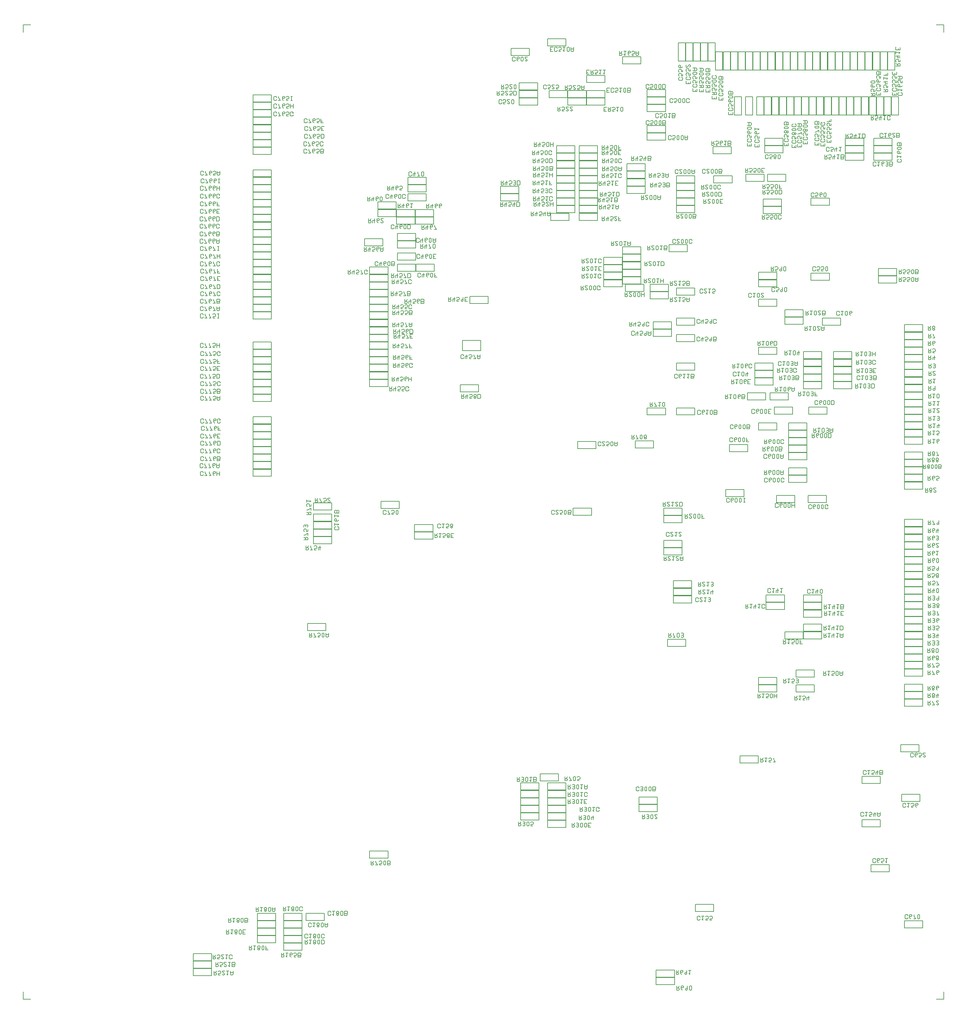
<source format=gbr>
G04 FAB 3000 Version 8.1.7 - Gerber/CAM Software*
G04 RS274-X Output*
%FSLAX24Y24*%
%MIA0B0*%
%MOIN*%
%SFA1.000000B1.000000*%

%IPPOS*%
%ADD11C,0.006440*%
%ADD12C,0.012880*%
%ADD13C,0.016100*%
%ADD14C,0.005152*%
%ADD15C,0.025761*%
%ADD16C,0.029560*%
%ADD17C,0.029570*%
%ADD18C,0.029510*%
%ADD19C,0.029550*%
%ADD20C,0.029520*%
%ADD21C,0.029600*%
%ADD22C,0.029500*%
%ADD23C,0.033900*%
%ADD24C,0.033910*%
%ADD25C,0.033970*%
%ADD26C,0.033960*%
%ADD27C,0.033980*%
%ADD28C,0.033920*%
%ADD29C,0.041070*%
%ADD30C,0.041020*%
%ADD31C,0.041030*%
%ADD32C,0.041010*%
%ADD33C,0.041090*%
%ADD34C,0.041000*%
%ADD35C,0.054800*%
%ADD36C,0.054750*%
%ADD37C,0.054730*%
%ADD38C,0.054740*%
%ADD39C,0.068400*%
%ADD40C,0.068410*%
%ADD41C,0.068420*%
%ADD42R,0.038600X0.038600*%
%ADD43R,0.038640X0.038640*%
%ADD44R,0.038630X0.038640*%
%ADD45R,0.038680X0.038640*%
%ADD46C,0.032820*%
%ADD47C,0.032800*%
%ADD48C,0.032900*%
%ADD49C,0.082101*%
%ADD50C,0.021900*%
%ADD51C,0.021920*%
%ADD52C,0.021860*%
%ADD53C,0.021930*%
%ADD54C,0.021910*%
%ADD55C,0.021870*%
%ADD56C,0.021940*%
%ADD57C,0.021880*%
%ADD58C,0.021840*%
%ADD59C,0.021850*%
%ADD60C,0.022000*%
%ADD61C,0.021801*%
%ADD62C,0.008200*%
%ADD63C,0.008250*%
%ADD64C,0.008190*%
%ADD65R,0.034800X0.034780*%
%ADD66R,0.034780X0.034780*%
%ADD67R,0.034770X0.034780*%
%ADD68R,0.034770X0.034770*%
%ADD69R,0.034770X0.034800*%
%ADD70R,0.034760X0.034800*%
%ADD71R,0.034780X0.034800*%
%ADD72R,0.034780X0.034770*%
%ADD73R,0.034780X0.034700*%
%ADD74R,0.034780X0.034900*%
%ADD75R,0.034780X0.034760*%
%ADD76R,0.034770X0.034700*%
%ADD77R,0.034770X0.034760*%
%ADD78R,0.080500X0.080510*%
%ADD79R,0.080500X0.080500*%
%ADD80C,0.164200*%
%ADD81C,0.164220*%
%ADD82C,0.164230*%
%ADD83C,0.164240*%
%ADD84R,0.048300X0.032170*%
%ADD85R,0.048290X0.032230*%
%ADD86R,0.048290X0.032180*%
%ADD87R,0.048280X0.032180*%
%ADD88R,0.048280X0.032230*%
%ADD89R,0.048280X0.032170*%
%ADD90R,0.048330X0.032180*%
%ADD91R,0.048330X0.032240*%
%ADD92R,0.048290X0.032240*%
%ADD93R,0.048280X0.032240*%
%ADD94R,0.048330X0.032200*%
%ADD95R,0.048290X0.032200*%
%ADD96R,0.048330X0.032300*%
%ADD97R,0.048290X0.032300*%
%ADD98R,0.048330X0.032000*%
%ADD99R,0.048290X0.032000*%
%ADD100R,0.048290X0.032100*%
%ADD101R,0.048330X0.032100*%
%ADD102R,0.048340X0.032300*%
%ADD103R,0.048340X0.032200*%
%ADD104R,0.048350X0.032170*%
%ADD105R,0.048350X0.032180*%
%ADD106R,0.048270X0.032180*%
%ADD107R,0.048290X0.032170*%
%ADD108R,0.048290X0.032220*%
%ADD109R,0.048350X0.032200*%
%ADD110R,0.048270X0.032200*%
%ADD111R,0.048280X0.032200*%
%ADD112R,0.048280X0.032100*%
%ADD113R,0.048340X0.032100*%
%ADD114R,0.048280X0.032300*%
%ADD115R,0.048350X0.032300*%
%ADD116R,0.048280X0.032220*%
%ADD117R,0.048300X0.032200*%
%ADD118R,0.048350X0.032240*%
%ADD119R,0.048350X0.032220*%
%ADD120R,0.048290X0.032160*%
%ADD121R,0.048280X0.032160*%
%ADD122R,0.048350X0.032160*%
%ADD123R,0.048350X0.032230*%
%ADD124R,0.048330X0.032400*%
%ADD125R,0.048290X0.032400*%
%ADD126R,0.048280X0.032400*%
%ADD127R,0.048340X0.032400*%
%ADD128R,0.048350X0.032100*%
%ADD129R,0.048270X0.032100*%
%ADD130R,0.048300X0.032300*%
%ADD131R,0.048270X0.032300*%
%ADD132R,0.048340X0.032220*%
%ADD133R,0.048340X0.032180*%
%ADD134R,0.048300X0.032100*%
%ADD135R,0.048300X0.032180*%
%ADD136R,0.048300X0.032230*%
%ADD137R,0.048340X0.032230*%
%ADD138R,0.048330X0.032230*%
%ADD139R,0.048330X0.032170*%
%ADD140R,0.048330X0.032220*%
%ADD141R,0.048310X0.032220*%
%ADD142R,0.048300X0.032240*%
%ADD143R,0.048200X0.032240*%
%ADD144R,0.048300X0.032220*%
%ADD145R,0.048400X0.032180*%
%ADD146R,0.048200X0.032170*%
%ADD147R,0.048200X0.032220*%
%ADD148R,0.048200X0.032230*%
%ADD149R,0.048200X0.032180*%
%ADD150R,0.048200X0.032190*%
%ADD151R,0.048300X0.032190*%
%ADD152R,0.048300X0.032210*%
%ADD153R,0.048200X0.032210*%
%ADD154R,0.048200X0.032300*%
%ADD155R,0.048200X0.032200*%
%ADD156R,0.048200X0.032100*%
%ADD157R,0.032300X0.048300*%
%ADD158R,0.032170X0.048400*%
%ADD159R,0.032180X0.048400*%
%ADD160R,0.032230X0.048400*%
%ADD161R,0.032230X0.048300*%
%ADD162R,0.032240X0.048300*%
%ADD163R,0.032180X0.048300*%
%ADD164R,0.032170X0.048300*%
%ADD165R,0.032220X0.048400*%
%ADD166R,0.032170X0.048200*%
%ADD167R,0.032180X0.048200*%
%ADD168R,0.032240X0.048200*%
%ADD169R,0.032230X0.048200*%
%ADD170R,0.032160X0.048200*%
%ADD171R,0.032220X0.048200*%
%ADD172R,0.032220X0.048300*%
%ADD173R,0.032160X0.048300*%
%ADD174R,0.032240X0.048400*%
%ADD175R,0.032160X0.048400*%
%ADD176R,0.032190X0.048300*%
%ADD177R,0.032190X0.048200*%
%ADD178R,0.032200X0.048400*%
%ADD179R,0.032200X0.048300*%
%ADD180R,0.032100X0.048300*%
%ADD181R,0.032100X0.048200*%
%ADD182R,0.048300X0.058000*%
%ADD183R,0.048330X0.058000*%
%ADD184R,0.048290X0.058000*%
%ADD185C,0.082150*%
%ADD186C,0.005500*%
%ADD187C,0.009660*%
%ADD188C,0.008240*%
%ADD189C,0.008180*%
%ADD190R,0.051500X0.016100*%
%ADD191R,0.051540X0.016100*%
%ADD192R,0.051540X0.016000*%
%ADD193R,0.051540X0.016200*%
%ADD194R,0.051480X0.016100*%
%ADD195R,0.051480X0.015900*%
%ADD196R,0.051540X0.015900*%
%ADD197R,0.051480X0.016000*%
%ADD198R,0.051480X0.016200*%
%ADD199R,0.051540X0.016060*%
%ADD200R,0.051540X0.016110*%
%ADD201R,0.051540X0.016120*%
%ADD202R,0.051540X0.016130*%
%ADD203R,0.051540X0.016070*%
%ADD204R,0.051480X0.016110*%
%ADD205R,0.051480X0.016070*%
%ADD206R,0.051480X0.016050*%
%ADD207R,0.051480X0.016130*%
%ADD208R,0.051480X0.016120*%
%ADD209R,0.051480X0.016060*%
%ADD210R,0.051490X0.016060*%
%ADD211R,0.051490X0.016110*%
%ADD212R,0.051490X0.016120*%
%ADD213R,0.051490X0.016130*%
%ADD214R,0.051490X0.016070*%
%ADD215R,0.051490X0.016000*%
%ADD216R,0.051490X0.016100*%
%ADD217R,0.051490X0.016200*%
%ADD218R,0.051550X0.016100*%
%ADD219R,0.051550X0.016200*%
%ADD220R,0.051550X0.016060*%
%ADD221R,0.051540X0.016050*%
%ADD222R,0.051550X0.016050*%
%ADD223R,0.051550X0.016110*%
%ADD224R,0.051550X0.016120*%
%ADD225R,0.051600X0.016110*%
%ADD226R,0.051600X0.016070*%
%ADD227R,0.051600X0.016050*%
%ADD228R,0.051600X0.016130*%
%ADD229R,0.051600X0.016120*%
%ADD230R,0.051600X0.016060*%
%ADD231R,0.051500X0.016060*%
%ADD232R,0.051500X0.016110*%
%ADD233R,0.051500X0.016120*%
%ADD234R,0.016200X0.051540*%
%ADD235R,0.016110X0.051500*%
%ADD236R,0.016050X0.051500*%
%ADD237R,0.016070X0.051500*%
%ADD238R,0.016120X0.051500*%
%ADD239R,0.016130X0.051500*%
%ADD240R,0.016110X0.051600*%
%ADD241R,0.016060X0.051600*%
%ADD242R,0.016120X0.051600*%
%ADD243R,0.016060X0.051500*%
%ADD244R,0.016070X0.051600*%
%ADD245R,0.016110X0.051540*%
%ADD246R,0.016120X0.051540*%
%ADD247R,0.016060X0.051540*%
%ADD248R,0.016070X0.051540*%
%ADD249R,0.016050X0.051540*%
%ADD250R,0.016070X0.051550*%
%ADD251R,0.016110X0.051550*%
%ADD252R,0.016120X0.051550*%
%ADD253R,0.016050X0.051600*%
%ADD254R,0.016130X0.051540*%
%ADD255R,0.016110X0.051480*%
%ADD256R,0.016110X0.051490*%
%ADD257R,0.016120X0.051490*%
%ADD258R,0.016120X0.051480*%
%ADD259R,0.016130X0.051600*%
%ADD260R,0.016060X0.051530*%
%ADD261R,0.016110X0.051530*%
%ADD262R,0.016120X0.051530*%
%ADD263R,0.016070X0.051530*%
%ADD264R,0.016110X0.051400*%
%ADD265R,0.016120X0.051400*%
%ADD266R,0.016060X0.051400*%
%ADD267R,0.016050X0.051400*%
%ADD268R,0.016060X0.051480*%
%ADD269R,0.016100X0.051540*%
%ADD270R,0.016100X0.051480*%
%ADD271R,0.016200X0.051480*%
%ADD272R,0.009700X0.019320*%
%ADD273R,0.009660X0.019300*%
%ADD274R,0.009670X0.019300*%
%ADD275R,0.009600X0.019300*%
%ADD276R,0.009700X0.019300*%
%ADD277R,0.009600X0.019400*%
%ADD278R,0.025800X0.032200*%
%ADD279R,0.025780X0.032180*%
%ADD280R,0.025760X0.032180*%
%ADD281R,0.025780X0.032220*%
%ADD282R,0.025760X0.032170*%
%ADD283R,0.025780X0.032170*%
%ADD284R,0.025730X0.032180*%
%ADD285R,0.025760X0.032220*%
%ADD286R,0.025780X0.032240*%
%ADD287R,0.025760X0.032240*%
%ADD288R,0.025730X0.032240*%
%ADD289R,0.025760X0.032230*%
%ADD290R,0.025780X0.032230*%
%ADD291R,0.025770X0.032230*%
%ADD292R,0.025780X0.032300*%
%ADD293R,0.025760X0.032200*%
%ADD294R,0.025780X0.032200*%
%ADD295R,0.025770X0.032200*%
%ADD296R,0.025760X0.032300*%
%ADD297R,0.025800X0.032240*%
%ADD298R,0.025800X0.032230*%
%ADD299R,0.025700X0.032230*%
%ADD300R,0.031600X0.045080*%
%ADD301R,0.031570X0.045100*%
%ADD302R,0.031570X0.045000*%
%ADD303R,0.031500X0.045100*%
%ADD304R,0.031600X0.045100*%
%ADD305R,0.031600X0.045000*%
%ADD306R,0.031500X0.045000*%
%ADD307R,0.067590X0.016100*%
%ADD308R,0.067660X0.016100*%
%ADD309R,0.067600X0.016100*%
%ADD310R,0.067600X0.016200*%
%ADD311R,0.067660X0.016200*%
%ADD312R,0.067660X0.016000*%
%ADD313R,0.067600X0.016000*%
%ADD314R,0.016110X0.067600*%
%ADD315R,0.016060X0.067600*%
%ADD316R,0.016120X0.067600*%
%ADD317R,0.016130X0.067600*%
%ADD318R,0.016050X0.067600*%
%ADD319R,0.016070X0.067600*%
%ADD320R,0.016110X0.067500*%
%ADD321R,0.016120X0.067500*%
%ADD322R,0.016070X0.067500*%
%ADD323R,0.016060X0.067500*%
%ADD324R,0.016110X0.067590*%
%ADD325R,0.016050X0.067590*%
%ADD326R,0.016130X0.067590*%
%ADD327R,0.016110X0.067620*%
%ADD328R,0.016130X0.067620*%
%ADD329R,0.016050X0.067620*%
%ADD330R,0.016070X0.067670*%
%ADD331R,0.016050X0.067670*%
%ADD332R,0.016110X0.067670*%
%ADD333R,0.016120X0.067670*%
%ADD334R,0.016110X0.067700*%
%ADD335R,0.016120X0.067700*%
%ADD336R,0.016130X0.067700*%
%ADD337R,0.016050X0.067700*%
%ADD338R,0.016110X0.067650*%
%ADD339R,0.016120X0.067650*%
%ADD340R,0.016060X0.067650*%
%ADD341R,0.016070X0.067650*%
%ADD342R,0.016060X0.067700*%
%ADD343R,0.016070X0.067700*%
%ADD344R,0.016100X0.067590*%
%ADD345R,0.016200X0.067590*%
%ADD346R,0.016100X0.067650*%
%ADD347R,0.016200X0.067650*%
%ADD348R,0.016100X0.067620*%
%ADD349R,0.016200X0.067620*%
%ADD350R,0.016000X0.067650*%
%ADD351R,0.016000X0.067590*%
%ADD352R,0.093400X0.032220*%
%ADD353R,0.093360X0.032200*%
%ADD354R,0.093380X0.032200*%
%ADD355R,0.093360X0.032100*%
%ADD356R,0.093430X0.032100*%
%ADD357R,0.093360X0.032180*%
%ADD358R,0.093370X0.032180*%
%ADD359R,0.093360X0.032230*%
%ADD360R,0.093370X0.032230*%
%ADD361R,0.032180X0.093380*%
%ADD362R,0.032230X0.093400*%
%ADD363R,0.032170X0.093400*%
%ADD364R,0.032220X0.093400*%
%ADD365R,0.032170X0.093300*%
%ADD366R,0.032180X0.093400*%
%ADD367R,0.032230X0.093370*%
%ADD368R,0.032230X0.093360*%
%ADD369R,0.032230X0.093300*%
%ADD370R,0.032180X0.093300*%
%ADD371R,0.032300X0.093370*%
%ADD372R,0.032300X0.093360*%
%ADD373R,0.032200X0.093400*%
%ADD374R,0.032300X0.093300*%
%ADD375R,0.032300X0.093500*%
%ADD376R,0.060500X0.080500*%
%ADD377R,0.060560X0.080400*%
%ADD378R,0.060550X0.080400*%
%ADD379R,0.060550X0.080600*%
%ADD380R,0.060490X0.080500*%
%ADD381R,0.060490X0.080600*%
%ADD382R,0.060560X0.080500*%
%ADD383R,0.080500X0.060500*%
%ADD384R,0.080500X0.060400*%
%ADD385R,0.038700X0.077200*%
%ADD386R,0.038630X0.077400*%
%ADD387R,0.038630X0.077200*%
%ADD388R,0.038630X0.077300*%
%ADD389R,0.038640X0.077200*%
%ADD390R,0.077310X0.038600*%
%ADD391R,0.077260X0.038630*%
%ADD392R,0.077250X0.038630*%
%ADD393R,0.077260X0.038600*%
%ADD394R,0.077250X0.038600*%
%ADD395R,0.077320X0.038600*%
%ADD396R,0.048350X0.032400*%
%ADD397R,0.048270X0.032170*%
%ADD398R,0.032180X0.048290*%
%ADD399R,0.032170X0.048290*%
%ADD400R,0.032230X0.048350*%
%ADD401R,0.032220X0.048350*%
%ADD402R,0.032160X0.048350*%
%ADD403R,0.032170X0.048350*%
%ADD404R,0.032170X0.048280*%
%ADD405R,0.032160X0.048280*%
%ADD406R,0.032220X0.048280*%
%ADD407R,0.032230X0.048280*%
%ADD408R,0.032230X0.048290*%
%ADD409R,0.032180X0.048280*%
%ADD410R,0.032220X0.048290*%
%ADD411R,0.032240X0.048100*%
%ADD412R,0.032160X0.048290*%
%ADD413R,0.032100X0.048290*%
%ADD414R,0.048290X0.057940*%
%ADD415R,0.048340X0.057950*%
%ADD416R,0.048290X0.057950*%
%ADD417R,0.048280X0.058000*%
%ADD418R,0.048280X0.058100*%
%ADD419R,0.048340X0.058100*%
%ADD420R,0.048290X0.057900*%
%ADD421R,0.048340X0.058000*%
%ADD422R,0.048290X0.058010*%
%ADD423R,0.048330X0.058010*%
%ADD424R,0.048350X0.057950*%
%ADD425R,0.048280X0.057950*%
%ADD426R,0.048280X0.057900*%
%ADD427R,0.048350X0.057900*%
%ADD428R,0.048330X0.057950*%
%ADD429R,0.048270X0.057940*%
%ADD430R,0.048300X0.057940*%
%ADD431R,0.048340X0.057900*%
%ADD432R,0.058000X0.048300*%
%ADD433R,0.057940X0.048300*%
%ADD434R,0.057940X0.048200*%
%ADD435R,0.058000X0.048200*%
%ADD436R,0.057950X0.048200*%
%ADD437R,0.057950X0.048300*%
%ADD438R,0.057950X0.048400*%
%ADD439R,0.058000X0.048400*%
%ADD440R,0.057950X0.048290*%
%ADD441R,0.057950X0.048330*%
%ADD442R,0.057940X0.048290*%
%ADD443R,0.057940X0.048270*%
%ADD444R,0.057940X0.048330*%
%ADD445R,0.057940X0.048400*%
%ADD446R,0.057940X0.048280*%
%ADD447R,0.057940X0.048350*%
%ADD448R,0.057990X0.048290*%
%ADD449R,0.041820X0.080520*%
%ADD450R,0.041820X0.080600*%
%ADD451R,0.041830X0.080600*%
%ADD452R,0.041890X0.080600*%
%ADD453R,0.080510X0.041900*%
%ADD454R,0.080520X0.042000*%
%ADD455R,0.080520X0.041900*%
%ADD456R,0.080510X0.041800*%
%ADD457R,0.080510X0.042000*%
%ADD458R,0.080520X0.041800*%
%ADD459C,0.082130*%
%ADD460R,0.094230X0.094350*%
%ADD461R,0.086210X0.086320*%
%ADD462R,0.100700X0.100800*%
%ADD463R,0.092670X0.092800*%
%ADD464R,0.097450X0.091200*%
%ADD465R,0.089410X0.083200*%
%ADD466R,0.092720X0.089620*%
%ADD467R,0.084690X0.081540*%
%ADD468R,0.094300X0.095800*%
%ADD469R,0.086220X0.087700*%
%ADD470R,0.092730X0.091080*%
%ADD471R,0.084690X0.083060*%
%ADD472R,0.103030X0.101600*%
%ADD473R,0.094990X0.093600*%
%ADD474R,0.005630X0.028300*%
%ADD475R,0.005640X0.028200*%
%ADD476R,0.005630X0.028200*%
%ADD477R,0.005640X0.028000*%
%ADD478R,0.005640X0.028300*%
%ADD479R,0.005600X0.028200*%
%ADD480R,0.005630X0.028100*%
%ADD481R,0.005600X0.028100*%
%ADD482R,0.092300X0.092350*%
%ADD483R,0.084300X0.084320*%
%ADD484R,0.092290X0.092220*%
%ADD485R,0.084250X0.084200*%
%ADD486R,0.090980X0.090800*%
%ADD487R,0.082900X0.082900*%
%ADD488R,0.099940X0.100500*%
%ADD489R,0.091920X0.092500*%
%ADD490R,0.097480X0.097500*%
%ADD491R,0.089460X0.089400*%
%ADD492R,0.005600X0.028300*%
%ADD493R,0.098410X0.097000*%
%ADD494R,0.090390X0.089000*%
%ADD495R,0.097500X0.097590*%
%ADD496R,0.096680X0.096730*%
%ADD497R,0.089470X0.089510*%
%ADD498R,0.079810X0.079860*%
%ADD499R,0.103960X0.104000*%
%ADD500R,0.103140X0.103200*%
%ADD501R,0.095870X0.096000*%
%ADD502R,0.086210X0.086300*%
%ADD503R,0.100590X0.094400*%
%ADD504R,0.099830X0.093600*%
%ADD505R,0.092550X0.086400*%
%ADD506R,0.082900X0.076700*%
%ADD507R,0.095970X0.092830*%
%ADD508R,0.095150X0.092020*%
%ADD509R,0.087890X0.084750*%
%ADD510R,0.078240X0.075090*%
%ADD511R,0.097500X0.099000*%
%ADD512R,0.096660X0.098200*%
%ADD513R,0.089420X0.091000*%
%ADD514R,0.079750X0.081400*%
%ADD515R,0.095970X0.094350*%
%ADD516R,0.095170X0.093520*%
%ADD517R,0.087950X0.086310*%
%ADD518R,0.078270X0.076670*%
%ADD519R,0.106240X0.104900*%
%ADD520R,0.105460X0.104100*%
%ADD521R,0.098210X0.096900*%
%ADD522R,0.088540X0.087100*%
%ADD523R,0.008830X0.031300*%
%ADD524R,0.008030X0.030600*%
%ADD525R,0.008840X0.031400*%
%ADD526R,0.008080X0.030500*%
%ADD527R,0.008830X0.031400*%
%ADD528R,0.008080X0.030600*%
%ADD529R,0.008020X0.030600*%
%ADD530R,0.008020X0.030500*%
%ADD531R,0.008800X0.031300*%
%ADD532R,0.008000X0.030600*%
%ADD533R,0.008800X0.031400*%
%ADD534R,0.095500X0.095550*%
%ADD535R,0.094700X0.094730*%
%ADD536R,0.087500X0.087510*%
%ADD537R,0.077900X0.077850*%
%ADD538R,0.008900X0.031300*%
%ADD539R,0.008100X0.030600*%
%ADD540R,0.008900X0.031400*%
%ADD541R,0.095540X0.095490*%
%ADD542R,0.094780X0.094670*%
%ADD543R,0.087510X0.087400*%
%ADD544R,0.077850X0.077750*%
%ADD545R,0.094190X0.094200*%
%ADD546R,0.093370X0.093400*%
%ADD547R,0.086150X0.086200*%
%ADD548R,0.076490X0.076400*%
%ADD549R,0.103080X0.103800*%
%ADD550R,0.102340X0.103000*%
%ADD551R,0.095060X0.095800*%
%ADD552R,0.085390X0.086000*%
%ADD553R,0.100740X0.100700*%
%ADD554R,0.099880X0.099900*%
%ADD555R,0.092660X0.092700*%
%ADD556R,0.082960X0.083000*%
%ADD557R,0.009000X0.031400*%
%ADD558R,0.008000X0.030500*%
%ADD559R,0.008000X0.030700*%
%ADD560R,0.101670X0.100200*%
%ADD561R,0.100910X0.099400*%
%ADD562R,0.093640X0.092200*%
%ADD563R,0.083980X0.082600*%
%ADD564R,0.009700X0.019310*%
%ADD565R,0.093410X0.032180*%
%ADD566R,0.060540X0.080500*%
%ADD567R,0.038700X0.077400*%
%ADD568R,0.032200X0.048280*%
%ADD569C,0.005490*%
%ADD570C,0.007728*%
%ADD571C,0.128803*%
%ADD572C,0.064402*%
%ADD573C,0.090163*%
%ADD574C,0.120431*%
%ADD575C,0.041060*%
%ADD576C,0.041080*%
%ADD577C,0.041040*%
%ADD578C,0.041100*%
%ADD579C,0.068500*%
%ADD580C,0.068470*%
%ADD581C,0.109500*%
%ADD582C,0.109490*%
%ADD583C,0.109470*%
%ADD584C,0.109480*%
%ADD585C,0.109400*%
%ADD586R,0.034800X0.034770*%
%ADD587C,0.082200*%
%ADD588R,0.100800X0.099500*%
%ADD589R,0.100100X0.098680*%
%ADD590R,0.097700X0.096290*%
%ADD591R,0.092800X0.091420*%
%ADD592R,0.083200X0.081770*%
%ADD593R,0.094890X0.092890*%
%ADD594R,0.094130X0.092060*%
%ADD595R,0.091690X0.089680*%
%ADD596R,0.086860X0.084860*%
%ADD597R,0.077200X0.075200*%
%ADD598R,0.094180X0.094200*%
%ADD599R,0.090980X0.091000*%
%ADD600R,0.086100X0.086100*%
%ADD601R,0.076440X0.076400*%
%ADD602R,0.032200X0.048290*%
%ADD603R,0.048300X0.057900*%
%ADD604C,0.019160*%
%LNA4000T Rev4 bottom silkscreen_0*%
%LPD*%
G54D11*
X101206Y153661D02*
G01Y153817D01*
X101382Y153661D02*
G01Y153928D01*
X100183Y154022D02*
G01Y153757D01*
X100449Y154022D02*
G01Y153757D01*
X100627D02*
G01Y154022D01*
X100183Y153757D02*
G01X100627D01*
X101890Y153749D02*
G01Y154058D01*
X102156Y153749D02*
G01Y153902D01*
X102333Y153749D02*
G01Y154014D01*
X101890Y153749D02*
G01X102333D01*
X98154Y154217D02*
G01X98919D01*
Y156189D02*
G01X98154D01*
X96545Y154217D02*
G01X97309D01*
Y156189D02*
G01X96545D01*
D02*
G01Y154217D01*
X97349Y156189D02*
G01Y154217D01*
X98114Y156189D02*
G01X97349D01*
X98114Y154217D02*
G01Y156189D01*
X97349Y154217D02*
G01X98114D01*
X98154Y156189D02*
G01Y154217D01*
X97309D02*
G01Y156189D01*
X86039Y154217D02*
G01Y156189D01*
X86884D02*
G01Y154217D01*
X87649Y156189D02*
G01X86884D01*
X87649Y154217D02*
G01Y156189D01*
X86884Y154217D02*
G01X87649D01*
X86079Y156189D02*
G01Y154217D01*
X86844Y156189D02*
G01X86079D01*
X86844Y154217D02*
G01Y156189D01*
X86079Y154217D02*
G01X86844D01*
X87689Y156189D02*
G01Y154217D01*
D02*
G01X88454D01*
Y156189D02*
G01X87689D01*
X88494D02*
G01Y154217D01*
X89259Y156189D02*
G01X88494D01*
X89259Y154217D02*
G01Y156189D01*
X88494Y154217D02*
G01X89259D01*
X88454D02*
G01Y156189D01*
X89299D02*
G01Y154217D01*
D02*
G01X90064D01*
D02*
G01Y156189D01*
D02*
G01X89299D01*
X92520D02*
G01Y154217D01*
X91715Y156189D02*
G01Y154217D01*
X92479Y156189D02*
G01X91715D01*
X92479Y154217D02*
G01Y156189D01*
X91715Y154217D02*
G01X92479D01*
X90104D02*
G01X90869D01*
D02*
G01Y156189D01*
D02*
G01X90104D01*
D02*
G01Y154217D01*
X90909D02*
G01X91674D01*
D02*
G01Y156189D01*
D02*
G01X90909D01*
D02*
G01Y154217D01*
X78882Y154072D02*
G01X78948Y154006D01*
X79169Y154050D02*
G01Y154238D01*
X79325Y154050D02*
G01X79169D01*
X79325Y154238D02*
G01Y154050D01*
X70893Y153782D02*
G01Y154225D01*
X70450Y153782D02*
G01Y154225D01*
X70162Y154002D02*
G01Y154160D01*
X69564Y154002D02*
G01X69697Y154225D01*
X69431D02*
G01Y153782D01*
X68966Y154225D02*
G01Y153782D01*
X82489Y151117D02*
G01Y151426D01*
X82754Y151117D02*
G01Y151270D01*
X82931Y151117D02*
G01Y151382D01*
X83214Y151010D02*
G01Y151322D01*
X83656Y151010D02*
G01Y151278D01*
X84871Y151360D02*
G01Y149386D01*
X85636D02*
G01Y151360D01*
X93485Y88971D02*
G01Y89736D01*
X103186Y89817D02*
G01Y89052D01*
X105158D02*
G01Y89817D01*
X103186Y89052D02*
G01X105158D01*
X86107Y121598D02*
G01X86373D01*
X86107Y121333D02*
G01Y121598D01*
X86284Y121776D02*
G01Y121333D01*
X85908Y121400D02*
G01Y121710D01*
X87086Y121937D02*
G01Y121172D01*
X89058D02*
G01Y121937D01*
X92318Y122339D02*
G01Y121574D01*
X42664Y63783D02*
G01X42576D01*
Y63341D02*
G01X42664D01*
X103186Y124473D02*
G01X105158D01*
D02*
G01Y125237D01*
X103186D02*
G01Y124473D01*
X106584Y112446D02*
G01Y112357D01*
X106849D02*
G01Y112446D01*
X106141D02*
G01Y112357D01*
X106406D02*
G01Y112446D01*
X105831Y112312D02*
G01X105964Y112534D01*
X105698D02*
G01Y112092D01*
X103186Y112398D02*
G01X105158D01*
D02*
G01Y113163D01*
X103186D02*
G01Y112398D01*
Y116382D02*
G01Y115617D01*
X105158Y116382D02*
G01X103186D01*
X105158Y115617D02*
G01Y116382D01*
X103186Y117187D02*
G01Y116423D01*
D02*
G01X105158D01*
D02*
G01Y117187D01*
X103186Y92272D02*
G01X105158D01*
D02*
G01Y93037D01*
X103186D02*
G01Y92272D01*
X94291Y93882D02*
G01Y94647D01*
X105158Y93882D02*
G01Y94647D01*
D02*
G01X103186D01*
D02*
G01Y93882D01*
X96562Y96305D02*
G01X96606Y96349D01*
X96297Y96305D02*
G01X96562D01*
X96297Y96748D02*
G01Y96305D01*
X96009D02*
G01Y96748D01*
X95898Y96416D02*
G01X96009Y96305D01*
X95434D02*
G01Y96571D01*
X95610Y96748D02*
G01Y96305D01*
X95124D02*
G01Y96748D01*
X95013Y96416D02*
G01X95124Y96305D01*
X94747D02*
G01X94813Y96372D01*
X94548Y96305D02*
G01X94747D01*
X94548Y96748D02*
G01Y96305D01*
X94291Y96216D02*
G01Y96981D01*
X103186Y96297D02*
G01X105158D01*
D02*
G01Y97062D01*
X103186D02*
G01Y96297D01*
X106883Y105412D02*
G01Y105788D01*
X106662Y105490D02*
G01Y105412D01*
X106728Y105545D02*
G01X106662Y105490D01*
X106817Y105545D02*
G01X106728D01*
X106883Y105490D02*
G01X106817Y105545D01*
X106440Y105346D02*
G01X106308Y105567D01*
X106020Y105501D02*
G01X105953Y105567D01*
X106020Y105412D02*
G01Y105501D01*
X105755Y105788D02*
G01Y105346D01*
X103186Y105917D02*
G01Y105153D01*
X105158D02*
G01Y105917D01*
X103186Y102698D02*
G01Y101933D01*
X105158D02*
G01Y102698D01*
X103186Y101933D02*
G01X105158D01*
X103186Y101892D02*
G01Y101127D01*
X105158D02*
G01Y101892D01*
D02*
G01X103186D01*
X102732Y132550D02*
G01X102865Y132772D01*
X102797Y132550D02*
G01X102599D01*
Y132329D02*
G01X102797D01*
X102732Y131722D02*
G01X102865Y131943D01*
X102797Y131722D02*
G01X102599D01*
Y131500D02*
G01X102797D01*
X89650Y145144D02*
G01X89583Y145078D01*
X89804D02*
G01X89738Y145144D01*
X89804Y144769D02*
G01Y145078D01*
X89583D02*
G01Y144769D01*
X89118Y145056D02*
G01Y144968D01*
X89207Y145144D02*
G01X89118Y145056D01*
X89384D02*
G01X89295Y145144D01*
X89384Y144968D02*
G01Y145056D01*
X88720Y145144D02*
G01X88653Y145078D01*
X88963D02*
G01X88853Y145144D01*
X88963Y144924D02*
G01Y145078D01*
X88520D02*
G01Y145012D01*
X88443Y145144D02*
G01X88520Y145078D01*
X88210D02*
G01X88277Y145144D01*
X88210Y144769D02*
G01Y145078D01*
X63524Y78185D02*
G01X63259D01*
X63524Y77919D02*
G01X63259D01*
Y77742D02*
G01X63524D01*
X63861Y74361D02*
G01X61888D01*
Y73596D02*
G01X63861D01*
Y75166D02*
G01X61888D01*
Y74401D02*
G01X63861D01*
X61888Y76011D02*
G01X63861D01*
Y77581D02*
G01X61888D01*
Y76816D02*
G01X63861D01*
Y76776D02*
G01X61888D01*
Y75206D02*
G01X63861D01*
Y75971D02*
G01X61888D01*
X71082Y145676D02*
G01Y145942D01*
X71259Y146118D02*
G01Y145676D01*
X70772Y145897D02*
G01X70905Y146118D01*
X70838Y145897D02*
G01X70639D01*
X70905Y145830D02*
G01X70838Y145897D01*
X70639Y146118D02*
G01Y145676D01*
X67725Y145322D02*
G01Y146086D01*
X68167D02*
G01Y145322D01*
X70140D02*
G01Y146086D01*
X92881Y149386D02*
G01Y151360D01*
X92922D02*
G01Y149386D01*
X93687D02*
G01Y151360D01*
X96142D02*
G01Y149386D01*
X95337Y151360D02*
G01Y149386D01*
X96102D02*
G01Y151360D01*
X96947D02*
G01Y149386D01*
X95297D02*
G01Y151360D01*
X94532D02*
G01Y149386D01*
X94492D02*
G01Y151360D01*
X93727D02*
G01Y149386D01*
X96907D02*
G01Y151360D01*
X97752D02*
G01Y149386D01*
X97712D02*
G01Y151360D01*
X101777D02*
G01Y149386D01*
X102542D02*
G01Y151360D01*
X100168D02*
G01Y149386D01*
X100932D02*
G01Y151360D01*
X98557D02*
G01Y149386D01*
X99322D02*
G01Y151360D01*
X98517Y149386D02*
G01Y151360D01*
X101737Y149386D02*
G01Y151360D01*
X100973D02*
G01Y149386D01*
X100128D02*
G01Y151360D01*
X99362D02*
G01Y149386D01*
X100250Y154088D02*
G01X100183Y154022D01*
X100383Y154088D02*
G01X100250D01*
X100449Y154022D02*
G01X100383Y154088D01*
X100482Y154066D02*
G01X100449Y154022D01*
X98960Y154217D02*
G01X99725D01*
D02*
G01Y156189D01*
D02*
G01X98960D01*
D02*
G01Y154217D01*
X99765Y156189D02*
G01Y154217D01*
X98919D02*
G01Y156189D01*
X100582Y154066D02*
G01X100482D01*
X99765Y154217D02*
G01X100530D01*
D02*
G01Y156189D01*
D02*
G01X99765D01*
X92693Y86766D02*
G01X92958D01*
X92693Y86500D02*
G01Y86766D01*
X94291Y96176D02*
G01X92318D01*
Y95412D02*
G01X94291D01*
Y94647D02*
G01X92318D01*
Y93882D02*
G01X94291D01*
Y97786D02*
G01X92318D01*
Y97022D02*
G01X94291D01*
Y96981D02*
G01X92318D01*
Y96216D02*
G01X94291D01*
Y93842D02*
G01X92318D01*
Y93077D02*
G01X94291D01*
X93485Y88127D02*
G01X91513D01*
Y87362D02*
G01X93485D01*
X91513Y88971D02*
G01X93485D01*
Y89736D02*
G01X91513D01*
X78633Y122741D02*
G01Y121977D01*
X80605D02*
G01Y122741D01*
X80003Y135656D02*
G01Y135966D01*
X79826Y135656D02*
G01Y135966D01*
X79605D02*
G01Y135656D01*
X79383D02*
G01Y135966D01*
X79162D02*
G01Y135656D01*
X78941Y135700D02*
G01X78697Y135942D01*
X78232Y135656D02*
G01Y135966D01*
X65219Y145430D02*
G01X65130D01*
X65219Y145497D02*
G01Y145430D01*
X64909Y145186D02*
G01Y145497D01*
X64731Y145186D02*
G01Y145497D01*
X64510D02*
G01Y145186D01*
X64333Y145342D02*
G01Y145497D01*
X63780Y145562D02*
G01Y145121D01*
X63293Y145342D02*
G01X63426Y145562D01*
X63160D02*
G01Y145121D01*
X65753Y146086D02*
G01Y145322D01*
X48557Y127918D02*
G01Y128184D01*
X48247Y128139D02*
G01X48380Y128360D01*
X48313Y128139D02*
G01X48114D01*
X48380Y128073D02*
G01X48313Y128139D01*
X48114Y128360D02*
G01Y127918D01*
X47599Y127451D02*
G01Y128216D01*
X45627D02*
G01Y127451D01*
X47599Y123426D02*
G01Y124191D01*
X45627D02*
G01Y123426D01*
Y121816D02*
G01X47599D01*
D02*
G01Y122581D01*
X45627D02*
G01Y121816D01*
X48420Y131911D02*
G01Y132176D01*
X48598Y132353D02*
G01Y131911D01*
X48110Y132132D02*
G01X48243Y132353D01*
X48176Y132132D02*
G01X47977D01*
X48243Y132066D02*
G01X48176Y132132D01*
X47977Y132353D02*
G01Y131911D01*
X45627Y132241D02*
G01Y131476D01*
X47599D02*
G01Y132241D01*
X48541Y128562D02*
G01Y128828D01*
X48231Y128783D02*
G01X48364Y129004D01*
X48297Y128783D02*
G01X48098D01*
X48364Y128717D02*
G01X48297Y128783D01*
X48364Y128628D02*
G01Y128717D01*
X48297Y128562D02*
G01X48364Y128628D01*
X48098Y128562D02*
G01X48297D01*
X48098Y129004D02*
G01Y128562D01*
X47599Y128216D02*
G01X45627D01*
Y128256D02*
G01X47599D01*
D02*
G01Y129021D01*
D02*
G01X45627D01*
D02*
G01Y128256D01*
Y129061D02*
G01X47599D01*
X45627Y129826D02*
G01Y129061D01*
X47599Y129826D02*
G01X45627D01*
X47599Y129061D02*
G01Y129826D01*
X48368Y125611D02*
G01X48501Y125833D01*
X48235D02*
G01Y125390D01*
X45627Y126606D02*
G01Y125841D01*
X47599D02*
G01Y126606D01*
X45627Y125841D02*
G01X47599D01*
Y125036D02*
G01Y125801D01*
D02*
G01X45627D01*
D02*
G01Y125036D01*
X89826Y98479D02*
G01X90092D01*
X89848Y98147D02*
G01X89959Y98036D01*
X90265Y97786D02*
G01X88293D01*
Y97022D02*
G01X90265D01*
Y96981D02*
G01X88293D01*
Y96216D02*
G01X90265D01*
X66394Y106824D02*
G01X66284Y106891D01*
X66317Y106604D02*
G01X66394Y106670D01*
X66129Y106604D02*
G01X66317D01*
Y106449D02*
G01X66129D01*
X64786Y72791D02*
G01X66758D01*
Y73556D02*
G01X64786D01*
Y76816D02*
G01X66758D01*
Y77581D02*
G01X64786D01*
Y76011D02*
G01X66758D01*
Y76776D02*
G01X64786D01*
Y75206D02*
G01X66758D01*
Y75971D02*
G01X64786D01*
Y74401D02*
G01X66758D01*
Y75166D02*
G01X64786D01*
Y73596D02*
G01X66758D01*
Y74361D02*
G01X64786D01*
X67725Y141297D02*
G01Y142061D01*
X68167D02*
G01Y141297D01*
X70140D02*
G01Y142061D01*
X67302Y149814D02*
G01X67391D01*
X66859D02*
G01X66948D01*
X71082Y145942D02*
G01X71347D01*
X71299Y149797D02*
G01X71498D01*
X70834D02*
G01X71099D01*
X70140Y146086D02*
G01X68167D01*
X67457Y149881D02*
G01Y149925D01*
X67391Y149814D02*
G01X67457Y149881D01*
X67235D02*
G01X67302Y149814D01*
X67235Y149925D02*
G01Y149881D01*
X67014D02*
G01Y149925D01*
X66948Y149814D02*
G01X67014Y149881D01*
X66793D02*
G01X66859Y149814D01*
X66793Y149925D02*
G01Y149881D01*
X71299Y150240D02*
G01Y149797D01*
X70834Y150240D02*
G01Y149797D01*
X67725Y142101D02*
G01Y142866D01*
X68167D02*
G01Y142101D01*
Y145282D02*
G01Y144517D01*
X67725Y143712D02*
G01Y144476D01*
X68167D02*
G01Y143712D01*
X67725Y142906D02*
G01Y143670D01*
X68167D02*
G01Y142906D01*
X67725Y144517D02*
G01Y145282D01*
X70140Y142866D02*
G01X68167D01*
Y142101D02*
G01X70140D01*
X68167Y145322D02*
G01X70140D01*
Y145282D02*
G01X68167D01*
Y144517D02*
G01X70140D01*
Y144476D02*
G01X68167D01*
Y143712D02*
G01X70140D01*
Y143670D02*
G01X68167D01*
Y142906D02*
G01X70140D01*
Y142061D02*
G01X68167D01*
X67725Y139646D02*
G01X65753D01*
Y138882D02*
G01X67725D01*
Y141257D02*
G01X65753D01*
Y140492D02*
G01X67725D01*
X67081Y138842D02*
G01X65109D01*
Y138077D02*
G01X67081D01*
X65753Y139688D02*
G01X67725D01*
Y140450D02*
G01X65753D01*
Y141297D02*
G01X67725D01*
Y142061D02*
G01X65753D01*
Y142101D02*
G01X67725D01*
X66372Y150257D02*
G01X66305Y150190D01*
X66350Y149969D02*
G01X66538D01*
X66350Y149814D02*
G01Y149969D01*
X66538Y149814D02*
G01X66350D01*
X66920Y152042D02*
G01X64947D01*
Y151278D02*
G01X66920D01*
X67725Y142866D02*
G01X65753D01*
Y142906D02*
G01X67725D01*
Y143670D02*
G01X65753D01*
Y143712D02*
G01X67725D01*
Y144476D02*
G01X65753D01*
Y144517D02*
G01X67725D01*
Y145282D02*
G01X65753D01*
Y145322D02*
G01X67725D01*
Y146086D02*
G01X65753D01*
X71279Y139734D02*
G01X71212Y139669D01*
X71522D02*
G01X71412Y139734D01*
X71522Y139514D02*
G01Y139669D01*
X70969Y139734D02*
G01Y139293D01*
X70482Y139514D02*
G01X70615Y139734D01*
X70349D02*
G01Y139293D01*
X68167Y139688D02*
G01X70140D01*
D02*
G01Y140450D01*
X68167D02*
G01Y139688D01*
X67725D02*
G01Y140450D01*
X106569Y108951D02*
G01X106326Y109194D01*
X105883Y109105D02*
G01X105972Y109016D01*
X105883Y109194D02*
G01Y109105D01*
X106149D02*
G01Y109194D01*
X106060Y109016D02*
G01X106149Y109105D01*
X105573Y109061D02*
G01X105706Y109282D01*
X105441D02*
G01Y108840D01*
X48605Y136668D02*
G01Y135902D01*
X41859Y105273D02*
G01Y105539D01*
X39589Y105676D02*
G01Y104911D01*
X41561D02*
G01Y105676D01*
X76931Y140394D02*
G01Y140749D01*
X78633Y140492D02*
G01X80605D01*
D02*
G01Y141257D01*
X78633D02*
G01Y140492D01*
X49941Y123571D02*
G01Y123128D01*
X49521Y123239D02*
G01Y123505D01*
X49632Y123128D02*
G01X49521Y123239D01*
X49267Y123283D02*
G01X49344Y123350D01*
X49078Y123283D02*
G01X49267D01*
X49078Y123128D02*
G01Y123283D01*
X48791Y123571D02*
G01Y123128D01*
X50538Y138438D02*
G01Y137674D01*
X50497D02*
G01Y138438D01*
X68932Y151238D02*
G01X66960D01*
X68932Y150474D02*
G01Y151238D01*
X66960Y150474D02*
G01X68932D01*
X66960Y151278D02*
G01X68932D01*
D02*
G01Y152042D01*
D02*
G01X66960D01*
X37138Y150965D02*
G01X37304D01*
X37138Y151406D02*
G01X37304D01*
X37087Y150365D02*
G01X37397D01*
Y149600D02*
G01X37309D01*
X37320Y149733D02*
G01X37397Y149666D01*
X37154Y149733D02*
G01X37320D01*
Y149290D02*
G01X37154D01*
X37397Y149357D02*
G01X37320Y149290D01*
X33069Y145925D02*
G01Y145161D01*
X35041D02*
G01Y145925D01*
X33069Y145161D02*
G01X35041D01*
X33069Y146770D02*
G01X35041D01*
X33069Y146730D02*
G01Y145965D01*
X35041Y146730D02*
G01X33069D01*
X35041Y145965D02*
G01Y146730D01*
X33069Y145965D02*
G01X35041D01*
Y145925D02*
G01X33069D01*
Y147534D02*
G01Y146770D01*
X35041Y147534D02*
G01X33069D01*
X35041Y146770D02*
G01Y147534D01*
X33069Y149146D02*
G01Y148381D01*
X35041Y149146D02*
G01X33069D01*
X35041Y148381D02*
G01Y149146D01*
X33069Y148381D02*
G01X35041D01*
X33069Y148340D02*
G01Y147576D01*
X35041Y148340D02*
G01X33069D01*
X35041Y147576D02*
G01Y148340D01*
X33069Y147576D02*
G01X35041D01*
X33069Y149186D02*
G01X35041D01*
D02*
G01Y149950D01*
X33069D02*
G01Y149186D01*
Y140290D02*
G01Y139526D01*
X35041D02*
G01Y140290D01*
X33069Y139526D02*
G01X35041D01*
X33069Y139486D02*
G01Y138721D01*
X35041Y139486D02*
G01X33069D01*
X35041Y138721D02*
G01Y139486D01*
X33069Y137874D02*
G01Y137110D01*
X35041D02*
G01Y137874D01*
X33069Y137110D02*
G01X35041D01*
Y141136D02*
G01Y141900D01*
D02*
G01X33069D01*
D02*
G01Y141136D01*
X29252Y132828D02*
G01Y132386D01*
X28866Y132694D02*
G01Y132828D01*
X28920Y132606D02*
G01X28866Y132694D01*
X28456Y132630D02*
G01X28389Y132694D01*
X28655D02*
G01X28577Y132630D01*
X28655Y132762D02*
G01Y132694D01*
X28389Y132497D02*
G01Y132762D01*
X27980Y132694D02*
G01Y132828D01*
X28035Y132606D02*
G01X27980Y132694D01*
X27769Y132762D02*
G01Y132694D01*
X27459Y132452D02*
G01Y132762D01*
X33069Y133046D02*
G01Y132281D01*
X35041D02*
G01Y133046D01*
X33069Y129866D02*
G01X35041D01*
D02*
G01Y130630D01*
X33069D02*
G01Y129866D01*
X29329Y135258D02*
G01Y134817D01*
X28864Y135038D02*
G01X28809Y135126D01*
X28997Y134817D02*
G01X28864Y135038D01*
X28400Y135061D02*
G01X28332Y135126D01*
X28521Y135061D02*
G01X28400D01*
X28598Y135126D02*
G01X28521Y135061D01*
X28332Y134928D02*
G01Y135193D01*
X27979Y135038D02*
G01X27924Y135126D01*
X28111Y134817D02*
G01X27979Y135038D01*
X27403Y134882D02*
G01Y135193D01*
X33069Y135461D02*
G01Y134696D01*
X35041D02*
G01Y135461D01*
X33069Y124996D02*
G01Y124231D01*
X35041D02*
G01Y124996D01*
X33069Y124231D02*
G01X35041D01*
X33069Y124191D02*
G01Y123426D01*
X35041Y124191D02*
G01X33069D01*
X35041Y123426D02*
G01Y124191D01*
X33069Y120206D02*
G01X35041D01*
D02*
G01Y120971D01*
X33069D02*
G01Y120206D01*
X29317Y115932D02*
G01Y115489D01*
X28963Y115732D02*
G01X28896Y115799D01*
X29084Y115732D02*
G01X28963D01*
X29162Y115799D02*
G01X29084Y115732D01*
X28896Y115599D02*
G01Y115864D01*
X28542Y115710D02*
G01X28487Y115799D01*
X28099Y115710D02*
G01X28044Y115799D01*
X27523Y115556D02*
G01Y115864D01*
X33069Y116141D02*
G01Y115376D01*
X35041D02*
G01Y116141D01*
X33069Y112960D02*
G01X35041D01*
D02*
G01Y113726D01*
X33069D02*
G01Y112960D01*
X90104Y146892D02*
G01X88132D01*
Y146126D02*
G01X90104D01*
Y146086D02*
G01X88132D01*
Y145322D02*
G01X90104D01*
X88897Y149386D02*
G01X89661D01*
Y151360D02*
G01X88897D01*
X92680Y110667D02*
G01X90708D01*
X92680Y109902D02*
G01Y110667D01*
X90708Y109902D02*
G01X92680D01*
Y113082D02*
G01X90708D01*
Y110707D02*
G01X92680D01*
D02*
G01Y111472D01*
D02*
G01X90708D01*
Y113122D02*
G01X92680D01*
X90708Y112317D02*
G01X92680D01*
D02*
G01Y113082D01*
Y113122D02*
G01Y113887D01*
Y116302D02*
G01X90708D01*
X92680Y115536D02*
G01Y116302D01*
Y113887D02*
G01X90708D01*
Y113927D02*
G01X92680D01*
D02*
G01Y114692D01*
D02*
G01X90708D01*
Y114732D02*
G01X92680D01*
D02*
G01Y115497D01*
D02*
G01X90708D01*
Y115536D02*
G01X92680D01*
X93284Y154217D02*
G01Y156189D01*
X93324Y154217D02*
G01X94089D01*
D02*
G01Y156189D01*
D02*
G01X93324D01*
D02*
G01Y154217D01*
X94129Y156189D02*
G01Y154217D01*
D02*
G01X94894D01*
D02*
G01Y156189D01*
D02*
G01X94129D01*
X94934D02*
G01Y154217D01*
X95699Y156189D02*
G01X94934D01*
X95699Y154217D02*
G01Y156189D01*
X94934Y154217D02*
G01X95699D01*
X95740Y156189D02*
G01Y154217D01*
X96504Y156189D02*
G01X95740D01*
X96504Y154217D02*
G01Y156189D01*
X95740Y154217D02*
G01X96504D01*
X36369Y61964D02*
G01Y61200D01*
X38342D02*
G01Y61964D01*
X99878Y120488D02*
G01X99645D01*
X92584Y128328D02*
G01Y127886D01*
X90306Y127652D02*
G01Y126888D01*
X92278Y127652D02*
G01X90306D01*
X92278Y126888D02*
G01Y127652D01*
X87488Y129584D02*
G01Y128819D01*
X89460Y129584D02*
G01X87488D01*
X89460Y128819D02*
G01Y129584D01*
X87488Y128819D02*
G01X89460D01*
X90306Y127693D02*
G01X92278D01*
D02*
G01Y128457D01*
D02*
G01X90306D01*
D02*
G01Y127693D01*
Y126888D02*
G01X92278D01*
X72796Y131717D02*
G01Y132482D01*
X72836Y132804D02*
G01Y132039D01*
X74809D02*
G01Y132804D01*
X81713Y97958D02*
G01Y98002D01*
X81648Y97891D02*
G01X81713Y97958D01*
X81492D02*
G01X81559Y97891D01*
X81492Y98002D02*
G01Y97958D01*
X81293D02*
G01Y98046D01*
X81227Y97891D02*
G01X81293Y97958D01*
X81028Y98334D02*
G01Y97891D01*
X78311Y98511D02*
G01Y97746D01*
X80283D02*
G01Y98511D01*
X31082Y58285D02*
G01X30816D01*
X31149Y58220D02*
G01X31082Y58285D01*
Y58020D02*
G01X31149Y58087D01*
X31082Y58020D02*
G01X30816D01*
X31126Y57987D02*
G01X31082Y58020D01*
Y57842D02*
G01X31126Y57887D01*
X30816Y57842D02*
G01X31082D01*
X30887Y63035D02*
G01X31152D01*
X66758Y156833D02*
G01Y157597D01*
X64786D02*
G01Y156833D01*
X66758Y157597D02*
G01X64786D01*
X67590Y156326D02*
G01Y156681D01*
X67279D02*
G01Y156326D01*
X67102Y156304D02*
G01Y156614D01*
X66881D02*
G01Y156304D01*
X66550Y156238D02*
G01Y156681D01*
X66261Y156458D02*
G01Y156614D01*
X65818D02*
G01Y156546D01*
X65066Y156681D02*
G01Y156238D01*
X65508Y156304D02*
G01Y156614D01*
X66948Y156681D02*
G01X66881Y156614D01*
X67036Y156681D02*
G01X66948D01*
X67102Y156614D02*
G01X67036Y156681D01*
X66417D02*
G01X66682D01*
X66018D02*
G01X65951Y156614D01*
X66151Y156681D02*
G01X66018D01*
X66261Y156614D02*
G01X66151Y156681D01*
X65741D02*
G01X65818Y156614D01*
X65575Y156681D02*
G01X65741D01*
X65508Y156614D02*
G01X65575Y156681D01*
X64786Y156833D02*
G01X66758D01*
X65066Y156681D02*
G01X65376D01*
X65996Y156393D02*
G01X66184D01*
X65996Y156238D02*
G01Y156393D01*
X66184Y156238D02*
G01X65996D01*
X65575D02*
G01X65508Y156304D01*
X65741Y156238D02*
G01X65575D01*
X65818Y156304D02*
G01X65741Y156238D01*
X65818Y156382D02*
G01Y156304D01*
X65066Y156414D02*
G01X65221D01*
X65066Y156238D02*
G01X65332D01*
X66184Y156393D02*
G01X66261Y156458D01*
X70760Y154225D02*
G01X71026D01*
X70317D02*
G01X70583D01*
X69918D02*
G01X69851Y154160D01*
X70051Y154225D02*
G01X69918D01*
X70162Y154160D02*
G01X70051Y154225D01*
X68966D02*
G01X69276D01*
X67279Y156502D02*
G01X67590D01*
X66438Y156349D02*
G01X66550Y156238D01*
X66881Y156304D02*
G01X66948Y156238D01*
D02*
G01X67036D01*
D02*
G01X67102Y156304D01*
X67279Y156326D02*
G01X67357Y156238D01*
D02*
G01X67501D01*
D02*
G01X67590Y156326D01*
X87528Y147901D02*
G01X87086D01*
X87417Y147792D02*
G01X87528Y147901D01*
Y147458D02*
G01X87417Y147349D01*
X87528Y146906D02*
G01X87373D01*
X87462Y146418D02*
G01X87151D01*
X87528Y146485D02*
G01X87462Y146418D01*
Y146729D02*
G01X87528Y146650D01*
X87384Y146729D02*
G01X87462D01*
X87086Y145976D02*
G01X87528D01*
X88051Y151360D02*
G01X87287D01*
Y149386D02*
G01X88051D01*
X88853Y145144D02*
G01X88720D01*
X88277D02*
G01X88443D01*
X87528Y147093D02*
G01Y146906D01*
Y146650D02*
G01Y146485D01*
Y145976D02*
G01Y146242D01*
X88897Y151360D02*
G01Y149386D01*
X88051D02*
G01Y151360D01*
X88092Y149386D02*
G01X88856D01*
D02*
G01Y151360D01*
D02*
G01X88092D01*
D02*
G01Y149386D01*
X88132Y146086D02*
G01Y145322D01*
Y146892D02*
G01Y146126D01*
X86079Y149386D02*
G01X86844D01*
D02*
G01Y151360D01*
D02*
G01X86079D01*
D02*
G01Y149386D01*
X87287Y151360D02*
G01Y149386D01*
X87151Y146418D02*
G01X87086Y146485D01*
Y145976D02*
G01Y146286D01*
X87351Y145976D02*
G01Y146130D01*
X86339Y146502D02*
G01X86272Y146569D01*
X86648Y146502D02*
G01X86339D01*
X86715Y146569D02*
G01X86648Y146502D01*
X86272Y146061D02*
G01Y146370D01*
X86538Y146061D02*
G01Y146214D01*
X86272Y146061D02*
G01X86715D01*
D02*
G01Y146326D01*
X87086Y146650D02*
G01X87151Y146729D01*
X87086Y146485D02*
G01Y146650D01*
X86272Y146569D02*
G01Y146736D01*
X86715D02*
G01Y146569D01*
X87086Y146928D02*
G01X87151Y146862D01*
X87086Y147061D02*
G01Y146928D01*
X87151Y147172D02*
G01X87086Y147061D01*
X87307Y147172D02*
G01X87151D01*
X87373Y147093D02*
G01X87307Y147172D01*
X87373Y146906D02*
G01Y147093D01*
X87151Y146729D02*
G01X87219D01*
X86560Y146990D02*
G01Y147178D01*
X86715Y146990D02*
G01X86560D01*
X86715Y147178D02*
G01Y146990D01*
X86339Y146813D02*
G01X86405D01*
X86571D02*
G01X86648D01*
D02*
G01X86715Y146736D01*
X86272D02*
G01X86339Y146813D01*
X86272Y147146D02*
G01Y147012D01*
D02*
G01X86339Y146946D01*
X86560Y147178D02*
G01X86494Y147257D01*
X86339D02*
G01X86272Y147146D01*
X87284Y147414D02*
G01X87219Y147349D01*
X87284Y147536D02*
G01Y147414D01*
X87219Y147614D02*
G01X87284Y147536D01*
X87151Y147614D02*
G01X87219D01*
X87086Y147536D02*
G01X87151Y147614D01*
X87086Y147414D02*
G01Y147536D01*
X87151Y147349D02*
G01X87086Y147414D01*
X87417Y147349D02*
G01X87151D01*
X86272Y147500D02*
G01Y147621D01*
X86339Y147433D02*
G01X86272Y147500D01*
X86604Y147433D02*
G01X86339D01*
X86715Y147542D02*
G01X86604Y147433D01*
X86494Y147257D02*
G01X86339D01*
X86471Y147621D02*
G01Y147500D01*
D02*
G01X86405Y147433D01*
X86272Y147621D02*
G01X86339Y147698D01*
D02*
G01X86405D01*
D02*
G01X86471Y147621D01*
X87086Y147769D02*
G01Y148034D01*
X86450Y148274D02*
G01Y148585D01*
X86627D02*
G01X86272D01*
X86715Y148496D02*
G01X86627Y148585D01*
X86715Y148350D02*
G01Y148496D01*
X86627Y148274D02*
G01X86715Y148350D01*
X86272Y148274D02*
G01X86627D01*
X86272Y147942D02*
G01X86339Y147876D01*
D02*
G01X86648D01*
D02*
G01X86715Y147942D01*
D02*
G01Y148030D01*
D02*
G01X86648Y148097D01*
D02*
G01X86339D01*
D02*
G01X86272Y148030D01*
D02*
G01Y147942D01*
X73631Y152285D02*
G01X73365D01*
X73631Y152018D02*
G01X73365D01*
Y151842D02*
G01X73631D01*
X73365Y152285D02*
G01Y151842D01*
X73189Y151910D02*
G01Y152218D01*
X72967D02*
G01Y151910D01*
X72347Y152064D02*
G01Y152218D01*
X72270Y151997D02*
G01X72347Y152064D01*
X72635Y151842D02*
G01Y152285D01*
X73034D02*
G01X72967Y152218D01*
X73122Y152285D02*
G01X73034D01*
X73189Y152218D02*
G01X73122Y152285D01*
X72347Y152218D02*
G01X72237Y152285D01*
X71904Y152218D02*
G01Y152153D01*
X71827Y152285D02*
G01X71904Y152218D01*
X71661Y152285D02*
G01X71827D01*
X72237D02*
G01X72104D01*
D02*
G01X72037Y152218D01*
X72502Y152285D02*
G01X72768D01*
X94492Y151360D02*
G01X93727D01*
X95297D02*
G01X94532D01*
X96102D02*
G01X95337D01*
X96907D02*
G01X96142D01*
X93687D02*
G01X92922D01*
X97712D02*
G01X96947D01*
X98517D02*
G01X97752D01*
X102560Y151808D02*
G01X102627D01*
X102494Y151730D02*
G01X102560Y151808D01*
X102870D02*
G01X102937Y151730D01*
X102792Y151808D02*
G01X102870D01*
X100183Y151542D02*
G01Y151853D01*
X100627Y151542D02*
G01Y151808D01*
X101890Y151534D02*
G01Y151844D01*
X102333Y151534D02*
G01Y151800D01*
X100940Y152378D02*
G01X101006Y152310D01*
X100940Y152510D02*
G01Y152378D01*
X101228Y152356D02*
G01Y152542D01*
X101382Y152356D02*
G01X101228D01*
X101382Y152542D02*
G01Y152356D01*
X99762Y152450D02*
G01X99696Y152382D01*
X99630D02*
G01X99563Y152450D01*
X99895Y152382D02*
G01X99630D01*
X100007Y152494D02*
G01X99895Y152382D01*
X102112Y153614D02*
G01X101956D01*
X102178Y153537D02*
G01X102112Y153614D01*
Y152730D02*
G01X101956D01*
X102178Y152650D02*
G01X102112Y152730D01*
X102178Y153094D02*
G01X102112Y153172D01*
D02*
G01X101956D01*
X95687Y145757D02*
G01X95953D01*
X95925Y145113D02*
G01X96190D01*
X95946Y144781D02*
G01X96057Y144669D01*
X92737Y148166D02*
G01Y148256D01*
X94244Y148282D02*
G01X94178Y148349D01*
X94554Y148282D02*
G01X94244D01*
X94620Y148349D02*
G01X94554Y148282D01*
X94838D02*
G01X94904Y148218D01*
X94838Y148417D02*
G01Y148282D01*
X95125Y148262D02*
G01Y148450D01*
X95281Y148262D02*
G01X95125D01*
X95281Y148450D02*
G01Y148262D01*
X93666Y147578D02*
G01X93534D01*
X93755Y147634D02*
G01X93666Y147578D01*
X93976Y147768D02*
G01X93755Y147634D01*
X93976Y147546D02*
G01Y147768D01*
X94178Y147596D02*
G01Y147462D01*
X94244Y147706D02*
G01X94178Y147596D01*
X94465Y147629D02*
G01X94399Y147706D01*
X94465Y147442D02*
G01Y147629D01*
X94620D02*
G01Y147442D01*
X95125Y147564D02*
G01X95059Y147642D01*
X94904D02*
G01X94838Y147532D01*
X97752Y149386D02*
G01X98517D01*
X96947D02*
G01X97712D01*
X94729Y144890D02*
G01X94862Y145113D01*
X94795Y144890D02*
G01X94596D01*
Y144669D02*
G01X94795D01*
X95059Y148085D02*
G01X94904D01*
X95125Y148006D02*
G01X95059Y148085D01*
X95125Y147818D02*
G01Y148006D01*
X95281Y147818D02*
G01X95125D01*
X95281Y148006D02*
G01Y147818D01*
X95059Y147642D02*
G01X94904D01*
Y148085D02*
G01X94838Y147974D01*
D02*
G01Y147842D01*
D02*
G01X94904Y147774D01*
X95281Y148682D02*
G01Y148949D01*
X95104Y148682D02*
G01Y148838D01*
X96142Y149386D02*
G01X96907D01*
X93727D02*
G01X94492D01*
X94532D02*
G01X95297D01*
X95337D02*
G01X96102D01*
X92922D02*
G01X93687D01*
X101228Y152156D02*
G01X101162Y152090D01*
X101316Y152156D02*
G01X101228D01*
X100940Y151890D02*
G01X101382D01*
X102494Y151962D02*
G01Y152229D01*
X102937Y152096D02*
G01X102494D01*
X102826Y151986D02*
G01X102937Y152096D01*
X101382Y152090D02*
G01X101316Y152156D01*
X101382Y151890D02*
G01Y152090D01*
X101956Y152286D02*
G01X102022D01*
X102189D02*
G01X102266D01*
D02*
G01X102333Y152210D01*
D02*
G01Y152042D01*
D02*
G01X102266Y151978D01*
D02*
G01X101956D01*
D02*
G01X101890Y152042D01*
D02*
G01Y152210D01*
D02*
G01X101956Y152286D01*
X100940Y153661D02*
G01X101382D01*
Y153350D02*
G01X100940D01*
Y152953D02*
G01X101382D01*
X101162Y152622D02*
G01X101006D01*
X101272Y153242D02*
G01X101382Y153350D01*
X101118Y152776D02*
G01Y153042D01*
X101382Y152776D02*
G01X101118D01*
X101228Y152542D02*
G01X101162Y152622D01*
X101890Y152929D02*
G01X101956Y152862D01*
X101890Y153061D02*
G01Y152929D01*
X101956Y153172D02*
G01X101890Y153061D01*
X101956Y152730D02*
G01X101890Y152618D01*
D02*
G01Y152486D01*
D02*
G01X101956Y152421D01*
Y153614D02*
G01X101890Y153504D01*
D02*
G01Y153372D01*
D02*
G01X101956Y153306D01*
X101006Y152622D02*
G01X100940Y152510D01*
X99762Y152572D02*
G01Y152450D01*
X99696Y152650D02*
G01X99762Y152572D01*
X99630Y152650D02*
G01X99696D01*
X99563Y152572D02*
G01X99630Y152650D01*
X99563Y152450D02*
G01Y152572D01*
X100183Y152494D02*
G01X100250Y152428D01*
X100183Y152626D02*
G01Y152494D01*
X100250Y152737D02*
G01X100183Y152626D01*
X100405Y152737D02*
G01X100250D01*
X100471Y152660D02*
G01X100405Y152737D01*
X100471Y152472D02*
G01Y152660D01*
X100627Y152472D02*
G01X100471D01*
X100627Y152660D02*
G01Y152472D01*
X99563Y152893D02*
G01X99630Y152826D01*
X99939D02*
G01X100007Y152893D01*
X99630Y152826D02*
G01X99939D01*
X99563Y152981D02*
G01Y152893D01*
X99630Y153049D02*
G01X99563Y152981D01*
X99939Y153049D02*
G01X99630D01*
X100007Y152981D02*
G01X99939Y153049D01*
X100007Y152893D02*
G01Y152981D01*
X100383D02*
G01X100316Y152914D01*
X100383Y153102D02*
G01Y152981D01*
X100316Y153181D02*
G01X100383Y153102D01*
X100250Y153181D02*
G01X100316D01*
X100183Y153102D02*
G01X100250Y153181D01*
X100183Y152981D02*
G01Y153102D01*
X100250Y152914D02*
G01X100183Y152981D01*
X100515Y152914D02*
G01X100250D01*
X100627Y153026D02*
G01X100515Y152914D01*
X100940Y153218D02*
G01Y153485D01*
X100627Y153546D02*
G01Y153358D01*
D02*
G01X100471D01*
D02*
G01Y153546D01*
D02*
G01X100405Y153624D01*
D02*
G01X100250D01*
D02*
G01X100183Y153513D01*
D02*
G01Y153381D01*
D02*
G01X100250Y153314D01*
X84455Y146142D02*
G01X84499Y146188D01*
X84189Y146142D02*
G01X84455D01*
X84189Y146586D02*
G01Y146142D01*
X83901D02*
G01Y146586D01*
X83791Y146254D02*
G01X83901Y146142D01*
X83459D02*
G01X83347Y146254D01*
X82905Y146142D02*
G01Y146298D01*
X83094Y146142D02*
G01X82905D01*
X82640D02*
G01X82706Y146210D01*
X82440Y146142D02*
G01X82640D01*
X82440Y146586D02*
G01Y146142D01*
X84703Y150092D02*
G01Y149926D01*
X84260D02*
G01Y150092D01*
X84547Y150346D02*
G01Y150534D01*
X84703Y150346D02*
G01X84547D01*
X84703Y150534D02*
G01Y150346D01*
X84326Y150170D02*
G01X84392D01*
X84260Y150092D02*
G01X84326Y150170D01*
X84636D02*
G01X84703Y150092D01*
X84558Y150170D02*
G01X84636D01*
X84260Y150501D02*
G01Y150369D01*
D02*
G01X84326Y150302D01*
X84547Y150534D02*
G01X84481Y150613D01*
X84326D02*
G01X84260Y150501D01*
X82489Y151117D02*
G01X82931D01*
X83479Y151010D02*
G01Y151165D01*
X83214Y151010D02*
G01X83656D01*
X84459Y150856D02*
G01X84392Y150790D01*
X84459Y150978D02*
G01Y150856D01*
X84392Y151056D02*
G01X84459Y150978D01*
X84326Y151056D02*
G01X84392D01*
X84481Y150613D02*
G01X84326D01*
X84703Y150900D02*
G01X84592Y150790D01*
D02*
G01X84326D01*
D02*
G01X84260Y150856D01*
D02*
G01Y150978D01*
D02*
G01X84326Y151056D01*
X83664Y154217D02*
G01X84429D01*
Y156189D02*
G01X83664D01*
X84469D02*
G01Y154217D01*
X85234Y156189D02*
G01X84469D01*
X85234Y154217D02*
G01Y156189D01*
X84469Y154217D02*
G01X85234D01*
X85274Y156189D02*
G01Y154217D01*
X84429D02*
G01Y156189D01*
X84260Y151298D02*
G01X84326Y151233D01*
X84260Y151386D02*
G01Y151298D01*
X84326Y151454D02*
G01X84260Y151386D01*
X84636Y151454D02*
G01X84326D01*
X84703Y151386D02*
G01X84636Y151454D01*
X84703Y151298D02*
G01Y151386D01*
X85636Y151360D02*
G01X84871D01*
X84326Y151233D02*
G01X84636D01*
D02*
G01X84703Y151298D01*
X84260Y151897D02*
G01Y151632D01*
X84326Y151962D02*
G01X84260Y151897D01*
X84703Y151632D02*
G01Y151897D01*
X84260Y151632D02*
G01X84703D01*
Y151897D02*
G01X84658Y151942D01*
D02*
G01X84558D01*
D02*
G01X84525Y151897D01*
D02*
G01Y151632D01*
Y151897D02*
G01X84459Y151962D01*
D02*
G01X84326D01*
X79169Y153794D02*
G01X79104Y153874D01*
X79169Y153606D02*
G01Y153794D01*
X79325Y153606D02*
G01X79169D01*
X79258Y153121D02*
G01X78948D01*
X79181Y153430D02*
G01X79258D01*
X78979Y143534D02*
G01X79244D01*
X79222Y143202D02*
G01X78979Y143446D01*
X79212Y147182D02*
G01X79146Y147114D01*
Y146806D02*
G01X79212Y146738D01*
X79146Y147114D02*
G01Y146806D01*
X82018Y152462D02*
G01X81796Y152594D01*
X82018Y152529D02*
G01Y152329D01*
X81326Y152494D02*
G01X81104Y152626D01*
X81326Y152561D02*
G01Y152361D01*
X81392Y152626D02*
G01X81326Y152561D01*
X81547D02*
G01X81480Y152626D01*
X81547Y152361D02*
G01Y152561D01*
X80404Y152454D02*
G01Y152618D01*
X80846D02*
G01Y152454D01*
X79325Y153186D02*
G01X79258Y153121D01*
X81170Y153093D02*
G01X81104Y152981D01*
X81326Y153093D02*
G01X81170D01*
X81392Y153014D02*
G01X81326Y153093D01*
X80691Y153062D02*
G01X80625Y153140D01*
X80470D02*
G01X80404Y153029D01*
X81170Y153534D02*
G01X81104Y153424D01*
X81326Y153534D02*
G01X81170D01*
X81392Y153457D02*
G01X81326Y153534D01*
X80625Y153582D02*
G01X80470D01*
X80691Y153506D02*
G01X80625Y153582D01*
X80470D02*
G01X80404Y153472D01*
X80758Y154469D02*
G01X80404D01*
Y157156D02*
G01X79639D01*
X80404Y155182D02*
G01Y157156D01*
X79639Y155182D02*
G01X80404D01*
X80444Y157156D02*
G01Y155182D01*
X81209Y157156D02*
G01X80444D01*
Y155182D02*
G01X81209D01*
X80404Y154160D02*
G01X80758D01*
X82239Y154078D02*
G01Y154344D01*
X83664Y156189D02*
G01Y154217D01*
X83624D02*
G01Y156189D01*
X82859D02*
G01Y154217D01*
X82195Y154389D02*
G01X82095D01*
X82239Y154344D02*
G01X82195Y154389D01*
X83624Y156189D02*
G01X82859D01*
X82819Y155182D02*
G01Y157156D01*
X82239Y152982D02*
G01Y152794D01*
X83214Y152893D02*
G01X83279Y152826D01*
X83590D02*
G01X83656Y152893D01*
X83279Y152826D02*
G01X83590D01*
X82710Y151781D02*
G01Y151581D01*
X82931D02*
G01Y151781D01*
X82489Y151581D02*
G01X82931D01*
X83512Y151764D02*
G01X83590D01*
D02*
G01X83656Y151686D01*
D02*
G01Y151521D01*
D02*
G01X83590Y151454D01*
D02*
G01X83279D01*
D02*
G01X83214Y151521D01*
D02*
G01Y151686D01*
D02*
G01X83279Y151764D01*
D02*
G01X83346D01*
X82710Y151714D02*
G01X82489Y151846D01*
X82776D02*
G01X82710Y151781D01*
X82865Y151846D02*
G01X82776D01*
X82931Y151781D02*
G01X82865Y151846D01*
X71498Y150018D02*
G01X71299D01*
X70834Y150240D02*
G01X71144D01*
X68972Y151278D02*
G01X70945D01*
X68972Y150474D02*
G01X70945D01*
D02*
G01Y151238D01*
D02*
G01X68972D01*
D02*
G01Y150474D01*
X70834Y149974D02*
G01X70989D01*
X68972Y152042D02*
G01Y151278D01*
X70945D02*
G01Y152042D01*
X71152Y152285D02*
G01Y151842D01*
D02*
G01X71417D01*
X72525Y151953D02*
G01X72635Y151842D01*
X71904Y151986D02*
G01Y151910D01*
D02*
G01X71827Y151842D01*
D02*
G01X71661D01*
X72270D02*
G01X72081D01*
D02*
G01Y151997D01*
D02*
G01X72270D01*
X72967Y151910D02*
G01X73034Y151842D01*
D02*
G01X73122D01*
D02*
G01X73189Y151910D01*
X72206Y149908D02*
G01X72317Y149797D01*
D02*
G01Y150240D01*
X72184D02*
G01X72450D01*
X71152Y152285D02*
G01X71462D01*
X71152Y152018D02*
G01X71307D01*
X68972Y152889D02*
G01X70945D01*
Y152042D02*
G01X68972D01*
X70945Y152889D02*
G01Y153653D01*
X68972D02*
G01Y152889D01*
X70781Y153893D02*
G01X70893Y153782D01*
X70339Y153893D02*
G01X70450Y153782D01*
X70084Y153937D02*
G01X70162Y154002D01*
X70945Y153653D02*
G01X68972D01*
X68966Y153782D02*
G01X69232D01*
X68966Y153960D02*
G01X69121D01*
X69431Y153782D02*
G01X69630D01*
D02*
G01X69697Y153849D01*
D02*
G01Y153937D01*
D02*
G01X69630Y154002D01*
D02*
G01X69431D01*
X70084Y153782D02*
G01X69896D01*
D02*
G01Y153937D01*
D02*
G01X70084D01*
X82239Y151865D02*
G01Y152130D01*
X82489Y152068D02*
G01X82555Y152001D01*
X82489Y152200D02*
G01Y152068D01*
X82776Y152046D02*
G01Y152233D01*
X82931Y152046D02*
G01X82776D01*
X83214Y151962D02*
G01X83279Y151897D01*
X83656Y151942D02*
G01X83501D01*
X83656Y152129D02*
G01Y151942D01*
X83501D02*
G01Y152129D01*
D02*
G01X83435Y152206D01*
D02*
G01X83279D01*
D02*
G01X83214Y152096D01*
D02*
G01Y151962D01*
X82931Y152233D02*
G01Y152046D01*
X82555Y152310D02*
G01X82489Y152200D01*
X82776Y152233D02*
G01X82710Y152310D01*
X82239Y152529D02*
G01X82172Y152594D01*
X82239Y152329D02*
G01Y152529D01*
X82710Y152310D02*
G01X82555D01*
X82931Y152676D02*
G01Y152489D01*
D02*
G01X82776D01*
D02*
G01Y152676D01*
D02*
G01X82710Y152754D01*
D02*
G01X82555D01*
D02*
G01X82489Y152642D01*
D02*
G01Y152510D01*
D02*
G01X82555Y152444D01*
X83214Y152406D02*
G01X83279Y152340D01*
X83214Y152538D02*
G01Y152406D01*
X83279Y152650D02*
G01X83214Y152538D01*
X83435Y152650D02*
G01X83279D01*
X83501Y152572D02*
G01X83435Y152650D01*
X83501Y152382D02*
G01Y152572D01*
X83656Y152382D02*
G01X83501D01*
X83656Y152572D02*
G01Y152382D01*
X82859Y154217D02*
G01X83624D01*
X83656Y152893D02*
G01Y152981D01*
D02*
G01X83590Y153049D01*
D02*
G01X83279D01*
D02*
G01X83214Y152981D01*
D02*
G01Y152893D01*
Y153225D02*
G01X83656D01*
D02*
G01Y153490D01*
D02*
G01X83612Y153534D01*
D02*
G01X83512D01*
D02*
G01X83479Y153490D01*
D02*
G01Y153225D01*
Y153490D02*
G01X83412Y153557D01*
D02*
G01X83279D01*
D02*
G01X83214Y153490D01*
D02*
G01Y153225D01*
X82555Y152932D02*
G01X82865D01*
D02*
G01X82931Y152997D01*
D02*
G01Y153086D01*
D02*
G01X82865Y153153D01*
D02*
G01X82555D01*
D02*
G01X82489Y153086D01*
D02*
G01Y152997D01*
D02*
G01X82555Y152932D01*
X82239Y153425D02*
G01Y153238D01*
Y153834D02*
G01X82172Y153901D01*
X82239Y153746D02*
G01Y153834D01*
X82172Y153681D02*
G01X82239Y153746D01*
X82788Y153640D02*
G01X82865D01*
D02*
G01X82931Y153561D01*
D02*
G01Y153396D01*
D02*
G01X82865Y153330D01*
D02*
G01X82555D01*
D02*
G01X82489Y153396D01*
D02*
G01Y153561D01*
D02*
G01X82555Y153640D01*
D02*
G01X82622D01*
X79688Y152746D02*
G01Y153056D01*
X79953Y152746D02*
G01Y152901D01*
X80130Y152746D02*
G01Y153010D01*
X79688Y152746D02*
G01X80130D01*
X80404Y152897D02*
G01X80470Y152830D01*
X80404Y153029D02*
G01Y152897D01*
Y152618D02*
G01X80470Y152698D01*
X80780D02*
G01X80846Y152618D01*
X80703Y152698D02*
G01X80780D01*
X80470D02*
G01X80537D01*
X80846Y153062D02*
G01Y152874D01*
D02*
G01X80691D01*
D02*
G01Y153062D01*
X81104Y152981D02*
G01Y152849D01*
D02*
G01X81170Y152782D01*
X81796Y152817D02*
G01X81863Y152750D01*
X81796Y152949D02*
G01Y152817D01*
X81480Y152626D02*
G01X81392D01*
X81547Y153014D02*
G01Y152826D01*
D02*
G01X81392D01*
D02*
G01Y153014D01*
X82018Y153061D02*
G01X81863D01*
D02*
G01X81796Y152949D01*
X81913Y98334D02*
G01X82179D01*
X82046Y97891D02*
G01Y98334D01*
X81935Y98002D02*
G01X82046Y97891D01*
X82080Y63194D02*
G01X81970Y63260D01*
X82080Y63039D02*
G01Y63194D01*
X82003Y62973D02*
G01X82080Y63039D01*
X81897Y99163D02*
G01X82163D01*
X82030Y98720D02*
G01Y99163D01*
X81919Y98831D02*
G01X82030Y98720D01*
X82147Y97504D02*
G01X82080D01*
Y97128D02*
G01X82147Y97062D01*
X80670Y63776D02*
G01X82642D01*
Y64540D02*
G01X80670D01*
X81170Y153933D02*
G01X81104Y153866D01*
D02*
G01Y153778D01*
D02*
G01X81170Y153712D01*
X81796Y153746D02*
G01X81863Y153681D01*
X81796Y153834D02*
G01Y153746D01*
X81170Y153712D02*
G01X81480D01*
D02*
G01X81547Y153778D01*
D02*
G01Y153866D01*
D02*
G01X81480Y153933D01*
D02*
G01X81170D01*
X81863Y153901D02*
G01X81796Y153834D01*
X82054Y157156D02*
G01Y155182D01*
X82819Y157156D02*
G01X82054D01*
Y155182D02*
G01X82819D01*
X81796Y154078D02*
G01X82239D01*
X82172Y153901D02*
G01X81863D01*
X82239Y153238D02*
G01X82084D01*
D02*
G01Y153425D01*
D02*
G01X82018Y153502D01*
X81863Y153681D02*
G01X82172D01*
X82095Y154389D02*
G01X82062Y154344D01*
D02*
G01Y154078D01*
Y154344D02*
G01X81996Y154410D01*
X81249Y157156D02*
G01Y155182D01*
X81209D02*
G01Y157156D01*
X80758Y154160D02*
G01X80846Y154236D01*
D02*
G01Y154381D01*
D02*
G01X80758Y154469D01*
X80581Y154160D02*
G01Y154469D01*
X82014Y157156D02*
G01X81249D01*
Y155182D02*
G01X82014D01*
X81104Y154110D02*
G01X81458D01*
Y154421D02*
G01X81104D01*
X81281Y154110D02*
G01Y154421D01*
X81796Y154344D02*
G01Y154078D01*
X82014Y155182D02*
G01Y157156D01*
X81458Y154110D02*
G01X81547Y154188D01*
D02*
G01Y154332D01*
D02*
G01X81458Y154421D01*
X81996Y154410D02*
G01X81863D01*
D02*
G01X81796Y154344D01*
X46512Y140049D02*
G01Y139285D01*
X48485D02*
G01Y140049D01*
X47663Y141542D02*
G01X47796Y141764D01*
X47730Y141542D02*
G01X47531D01*
X47796Y141476D02*
G01X47730Y141542D01*
X47796Y141386D02*
G01Y141476D01*
X47730Y141321D02*
G01X47796Y141386D01*
X47531Y141321D02*
G01X47730D01*
X47531Y141764D02*
G01Y141321D01*
X48151Y141764D02*
G01Y141321D01*
X47974D02*
G01Y141586D01*
D02*
G01X48239D01*
X48549Y141321D02*
G01X48438Y141432D01*
D02*
G01Y141697D01*
D02*
G01X48505Y141764D01*
D02*
G01X48626D01*
Y141565D02*
G01X48505D01*
D02*
G01X48438Y141630D01*
X49154Y140494D02*
G01Y140804D01*
X49465Y140570D02*
G01Y140494D01*
X48977D02*
G01Y140804D01*
X48756D02*
G01Y140494D01*
X51705Y140169D02*
G01Y140934D01*
X49733D02*
G01Y140169D01*
X51705Y141136D02*
G01Y141900D01*
X49733D02*
G01Y141136D01*
X106857Y104064D02*
G01X106790Y104130D01*
X106857Y103986D02*
G01Y104064D01*
X106436D02*
G01Y103997D01*
X106359Y104130D02*
G01X106436Y104064D01*
X106171D02*
G01X106237Y104130D01*
X106171Y103798D02*
G01Y104064D01*
X105839Y103909D02*
G01X105972Y104130D01*
X105706D02*
G01Y103688D01*
X105158Y103543D02*
G01Y104307D01*
X103186D02*
G01Y103543D01*
X106592Y91065D02*
G01X106680Y90976D01*
X106769D02*
G01X106857Y91065D01*
X106237Y91043D02*
G01X106171Y91109D01*
X106359Y91043D02*
G01X106237D01*
X106436Y91109D02*
G01X106359Y91043D01*
X106171Y90910D02*
G01Y91176D01*
X105839Y91021D02*
G01X105972Y91242D01*
X105905Y91021D02*
G01X105706D01*
X105972Y90954D02*
G01X105905Y91021D01*
X105706Y91242D02*
G01Y90799D01*
X105158Y90662D02*
G01Y91427D01*
X103186D02*
G01Y90662D01*
Y92232D02*
G01Y91467D01*
X105158Y91427D02*
G01X103186D01*
X105158Y92232D02*
G01X103186D01*
Y91467D02*
G01X105158D01*
D02*
G01Y92232D01*
X105682Y92039D02*
G01Y91596D01*
X105881Y91818D02*
G01X105682D01*
Y91596D02*
G01X105881D01*
X105948Y91663D02*
G01Y91751D01*
X105881Y91596D02*
G01X105948Y91663D01*
Y91751D02*
G01X105881Y91818D01*
X105815D02*
G01X105948Y92039D01*
X106125Y91861D02*
G01X106213Y91773D01*
X106125Y91950D02*
G01Y91861D01*
X106213Y92039D02*
G01X106125Y91950D01*
X106436Y91176D02*
G01Y91109D01*
X106359Y91242D02*
G01X106436Y91176D01*
X106237Y91242D02*
G01X106359D01*
X106171Y91176D02*
G01X106237Y91242D01*
X106302Y92039D02*
G01X106213D01*
X106390Y91950D02*
G01X106302Y92039D01*
X106390Y91861D02*
G01Y91950D01*
X106213Y91596D02*
G01X106146Y91663D01*
X106302Y91596D02*
G01X106213D01*
X106368Y91663D02*
G01X106302Y91596D01*
X106368Y91707D02*
G01Y91663D01*
X106302Y91773D02*
G01X106368Y91707D01*
X106146Y91663D02*
G01Y91707D01*
D02*
G01X106213Y91773D01*
D02*
G01X106302D01*
D02*
G01X106390Y91861D01*
X106592Y91153D02*
G01Y91065D01*
X106680Y91242D02*
G01X106592Y91153D01*
X106769Y91242D02*
G01X106680D01*
X106857Y91153D02*
G01X106769Y91242D01*
X106857Y91065D02*
G01Y91153D01*
X106656Y92039D02*
G01X106588Y91973D01*
X106745Y92039D02*
G01X106656D01*
X106810Y91973D02*
G01X106745Y92039D01*
X106588Y91973D02*
G01Y91663D01*
D02*
G01X106656Y91596D01*
D02*
G01X106745D01*
D02*
G01X106810Y91663D01*
D02*
G01Y91973D01*
X94638Y107119D02*
G01Y107429D01*
X94461Y107119D02*
G01Y107429D01*
X94239D02*
G01Y107119D01*
X94018D02*
G01Y107429D01*
X93797D02*
G01Y107119D01*
X93421Y107296D02*
G01X93354Y107362D01*
X93542Y107296D02*
G01X93421D01*
X93620Y107362D02*
G01X93542Y107296D01*
X93354Y107164D02*
G01Y107429D01*
X92867Y107119D02*
G01Y107429D01*
X103186Y110747D02*
G01Y109983D01*
X105158Y110747D02*
G01X103186D01*
X105158Y109983D02*
G01Y110747D01*
X103186Y111552D02*
G01Y110788D01*
X105158D02*
G01Y111552D01*
X103186Y110788D02*
G01X105158D01*
X105905Y108951D02*
G01X105972Y109016D01*
X105905Y108906D02*
G01Y108951D01*
X105972Y108840D02*
G01X105905Y108906D01*
X105441Y108840D02*
G01X105639D01*
D02*
G01X105706Y108906D01*
D02*
G01Y108995D01*
D02*
G01X105639Y109061D01*
D02*
G01X105441D01*
X105972Y109016D02*
G01X106060D01*
Y108840D02*
G01X105972D01*
X106569Y108906D02*
G01Y108951D01*
X106060Y109016D02*
G01X106126Y108951D01*
D02*
G01Y108906D01*
D02*
G01X106060Y108840D01*
X106348Y108951D02*
G01Y108906D01*
D02*
G01X106414Y108840D01*
D02*
G01X106503D01*
D02*
G01X106569Y108906D01*
X106607Y87024D02*
G01X106873D01*
X106607Y86758D02*
G01Y87024D01*
X106785Y87201D02*
G01Y86758D01*
X106165Y87024D02*
G01X106253Y86935D01*
X106165Y87112D02*
G01Y87024D01*
X106431D02*
G01Y87112D01*
X106342Y86935D02*
G01X106431Y87024D01*
X105855Y86979D02*
G01X105988Y87201D01*
X103186Y87402D02*
G01Y86637D01*
X105158D02*
G01Y87402D01*
X105722Y87201D02*
G01Y86758D01*
X106851Y86072D02*
G01X106607Y86315D01*
X106851Y86028D02*
G01Y86072D01*
X106785Y85961D02*
G01X106851Y86028D01*
X106697Y85961D02*
G01X106785D01*
X106629Y86028D02*
G01X106697Y85961D01*
X106629Y86072D02*
G01Y86028D01*
X106276Y86182D02*
G01X106221Y86271D01*
X106408Y85961D02*
G01X106276Y86182D01*
X106187Y85961D02*
G01X106408D01*
X105921Y86182D02*
G01X105722D01*
X105988Y86117D02*
G01X105921Y86182D01*
X105988Y86028D02*
G01Y86117D01*
X105921Y85961D02*
G01X105988Y86028D01*
X105722Y85961D02*
G01X105921D01*
X103186Y85832D02*
G01X105158D01*
X106607Y86404D02*
G01X106873D01*
X106607Y86315D02*
G01Y86404D01*
X106221Y86271D02*
G01Y86404D01*
X105855Y86182D02*
G01X105988Y86404D01*
X105722D02*
G01Y85961D01*
X105158Y85832D02*
G01Y86597D01*
X103186D02*
G01Y85832D01*
X92870Y86943D02*
G01Y86500D01*
X106253Y86935D02*
G01X106342D01*
X105988Y86825D02*
G01Y86914D01*
X105921Y86758D02*
G01X105988Y86825D01*
X105722Y86758D02*
G01X105921D01*
X103186Y86637D02*
G01X105158D01*
Y86597D02*
G01X103186D01*
X105988Y86914D02*
G01X105921Y86979D01*
D02*
G01X105722D01*
X106342Y86935D02*
G01X106408Y86869D01*
D02*
G01Y86825D01*
D02*
G01X106342Y86758D01*
D02*
G01X106253D01*
D02*
G01X106187Y86825D01*
D02*
G01Y86869D01*
D02*
G01X106253Y86935D01*
X93485Y87362D02*
G01Y88127D01*
X106229Y87547D02*
G01X106163Y87613D01*
X106318Y87547D02*
G01X106229D01*
X106384Y87613D02*
G01X106318Y87547D01*
X105897D02*
G01X105964Y87613D01*
X105698Y87547D02*
G01X105897D01*
X106253Y87201D02*
G01X106165Y87112D01*
X106342Y87201D02*
G01X106253D01*
X106431Y87112D02*
G01X106342Y87201D01*
X103186Y87442D02*
G01X105158D01*
Y87402D02*
G01X103186D01*
X106605Y87658D02*
G01Y87924D01*
X106717Y87547D02*
G01X106605Y87658D01*
X106163D02*
G01X106229Y87724D01*
X106163Y87613D02*
G01Y87658D01*
X106318Y87724D02*
G01X106384Y87658D01*
X105964Y87613D02*
G01Y87702D01*
X105698Y87989D02*
G01Y87547D01*
X105158Y87442D02*
G01Y88207D01*
X103186D02*
G01Y87442D01*
X106384Y87658D02*
G01Y87613D01*
X105158Y88207D02*
G01X103186D01*
X106141Y87813D02*
G01X106229Y87724D01*
X106141Y87901D02*
G01Y87813D01*
X106229Y87989D02*
G01X106141Y87901D01*
X105831Y87768D02*
G01X105964Y87989D01*
X105897Y87768D02*
G01X105698D01*
X105964Y87702D02*
G01X105897Y87768D01*
X106318Y87989D02*
G01X106229D01*
Y87724D02*
G01X106318D01*
X106672Y87791D02*
G01X106605Y87856D01*
X106870D02*
G01X106794Y87791D01*
X106870Y87924D02*
G01Y87856D01*
X106794Y87989D02*
G01X106870Y87924D01*
X106672Y87989D02*
G01X106794D01*
X106605Y87924D02*
G01X106672Y87989D01*
X106406Y87901D02*
G01X106318Y87989D01*
X106406Y87813D02*
G01Y87901D01*
X106318Y87724D02*
G01X106406Y87813D01*
X106794Y87791D02*
G01X106672D01*
X106662Y114191D02*
G01Y114457D01*
X106773Y114080D02*
G01X106662Y114191D01*
X106330Y114080D02*
G01Y114522D01*
X106219Y114191D02*
G01X106330Y114080D01*
X106020Y114147D02*
G01Y114236D01*
X105755Y114522D02*
G01Y114080D01*
X105158Y114008D02*
G01Y114772D01*
X103186D02*
G01Y114008D01*
X105953Y114080D02*
G01X106020Y114147D01*
X105755Y114080D02*
G01X105953D01*
X103186Y114008D02*
G01X105158D01*
Y113163D02*
G01X103186D01*
X105863Y112989D02*
G01X105996Y113211D01*
X105929Y112989D02*
G01X105730D01*
X105996Y112922D02*
G01X105929Y112989D01*
X105996Y112835D02*
G01Y112922D01*
X105929Y112768D02*
G01X105996Y112835D01*
X105730Y112768D02*
G01X105929D01*
X105730Y113211D02*
G01Y112768D01*
X106672Y112534D02*
G01X106584Y112446D01*
X106761Y112534D02*
G01X106672D01*
X106849Y112446D02*
G01X106761Y112534D01*
X106229D02*
G01X106141Y112446D01*
X106318Y112534D02*
G01X106229D01*
X106406Y112446D02*
G01X106318Y112534D01*
X106260Y112945D02*
G01X106350D01*
X106195Y112879D02*
G01X106260Y112945D01*
X106195Y112835D02*
G01Y112879D01*
X106260Y112768D02*
G01X106195Y112835D01*
X106350Y112768D02*
G01X106260D01*
X106416Y112835D02*
G01X106350Y112768D01*
X106416Y112879D02*
G01Y112835D01*
X106350Y112945D02*
G01X106416Y112879D01*
X106637Y112768D02*
G01X106859D01*
X106726Y112989D02*
G01X106672Y113078D01*
X106350Y112945D02*
G01X106439Y113033D01*
X106173D02*
G01X106260Y112945D01*
X106859Y112768D02*
G01X106726Y112989D01*
X106672Y113078D02*
G01Y113211D01*
X106439Y113033D02*
G01Y113122D01*
D02*
G01X106350Y113211D01*
D02*
G01X106260D01*
D02*
G01X106173Y113122D01*
D02*
G01Y113033D01*
X105158Y111592D02*
G01Y112357D01*
X103186D02*
G01Y111592D01*
X106672Y112092D02*
G01X106605Y112158D01*
X106761Y112092D02*
G01X106672D01*
X106827Y112158D02*
G01X106761Y112092D01*
X106229D02*
G01X106163Y112158D01*
X106318Y112092D02*
G01X106229D01*
X106384Y112158D02*
G01X106318Y112092D01*
X105897D02*
G01X105964Y112158D01*
X105698Y112092D02*
G01X105897D01*
X106605Y112203D02*
G01X106672Y112269D01*
X106605Y112158D02*
G01Y112203D01*
X106827D02*
G01Y112158D01*
X106163Y112203D02*
G01X106229Y112269D01*
X106163Y112158D02*
G01Y112203D01*
X106384D02*
G01Y112158D01*
X106318Y112269D02*
G01X106384Y112203D01*
X105964Y112247D02*
G01X105897Y112312D01*
X105964Y112158D02*
G01Y112247D01*
X106761Y112269D02*
G01X106827Y112203D01*
X106584Y112357D02*
G01X106672Y112269D01*
X106761D02*
G01X106849Y112357D01*
X106672Y112269D02*
G01X106761D01*
X105897Y112312D02*
G01X105698D01*
X105158Y112357D02*
G01X103186D01*
X106229Y112269D02*
G01X106318D01*
D02*
G01X106406Y112357D01*
X106141D02*
G01X106229Y112269D01*
X8355Y54316D02*
G01Y55122D01*
Y54316D02*
G01X9159D01*
X26628Y58463D02*
G01X28601D01*
X26628Y57617D02*
G01Y56852D01*
X28601Y57617D02*
G01X26628D01*
X28601Y56852D02*
G01Y57617D01*
X26628Y56852D02*
G01X28601D01*
X26628Y58422D02*
G01Y57657D01*
X28601Y58422D02*
G01X26628D01*
X28601Y57657D02*
G01Y58422D01*
X26628Y57657D02*
G01X28601D01*
Y58463D02*
G01Y59227D01*
D02*
G01X26628D01*
D02*
G01Y58463D01*
X33531Y63981D02*
G01X33664Y64202D01*
X33598Y63981D02*
G01X33399D01*
Y63759D02*
G01X33598D01*
X32525Y62836D02*
G01Y62969D01*
X32458Y62769D02*
G01X32525Y62836D01*
X32192Y63035D02*
G01Y62592D01*
X32016Y62659D02*
G01Y62969D01*
X31507Y62769D02*
G01X31595Y62858D01*
X31330D02*
G01X31418Y62769D01*
X31794Y62969D02*
G01Y62659D01*
X33399Y64202D02*
G01Y63759D01*
X32458Y63035D02*
G01X32192D01*
X32525Y62969D02*
G01X32458Y63035D01*
X31861D02*
G01X31794Y62969D01*
X31949Y63035D02*
G01X31861D01*
X32016Y62969D02*
G01X31949Y63035D01*
X31595Y62858D02*
G01Y62946D01*
D02*
G01X31507Y63035D01*
D02*
G01X31418D01*
D02*
G01X31330Y62946D01*
D02*
G01Y62858D01*
X36369Y62769D02*
G01Y62004D01*
X38342Y62769D02*
G01X36369D01*
X38342Y62004D02*
G01Y62769D01*
X36369Y62809D02*
G01X38342D01*
Y61964D02*
G01X36369D01*
Y62004D02*
G01X38342D01*
X36369Y63574D02*
G01Y62809D01*
X38342D02*
G01Y63574D01*
X37222Y64178D02*
G01Y64089D01*
X36801Y63935D02*
G01X36912Y63824D01*
X36470Y64045D02*
G01X36603Y64267D01*
X36536Y64045D02*
G01X36337D01*
X36603Y63979D02*
G01X36536Y64045D01*
X36603Y63891D02*
G01Y63979D01*
X36536Y63824D02*
G01X36603Y63891D01*
X36337Y63824D02*
G01X36536D01*
X36337Y64267D02*
G01Y63824D01*
X36912D02*
G01Y64267D01*
X36780D02*
G01X37045D01*
X37244Y63891D02*
G01Y63935D01*
X37222Y64089D02*
G01X37311Y64001D01*
Y64267D02*
G01X37222Y64178D01*
X37400Y64267D02*
G01X37311D01*
Y64001D02*
G01X37400D01*
X37244Y63935D02*
G01X37311Y64001D01*
X38342Y63574D02*
G01X36369D01*
X37400Y63824D02*
G01X37311D01*
D02*
G01X37244Y63891D01*
X38152Y63824D02*
G01X38086Y63891D01*
X37465D02*
G01X37400Y63824D01*
X37465Y63935D02*
G01Y63891D01*
X37400Y64001D02*
G01X37465Y63935D01*
X37687Y63891D02*
G01X37754Y63824D01*
D02*
G01X37842D01*
D02*
G01X37908Y63891D01*
X38395Y63968D02*
G01Y63891D01*
D02*
G01X38318Y63824D01*
D02*
G01X38152D01*
X38086Y63891D02*
G01Y64200D01*
X37400Y64001D02*
G01X37488Y64089D01*
X37687Y64200D02*
G01Y63891D01*
X37908D02*
G01Y64200D01*
X38395D02*
G01Y64134D01*
X38318Y64267D02*
G01X38395Y64200D01*
X38152Y64267D02*
G01X38318D01*
X38086Y64200D02*
G01X38152Y64267D01*
X37488Y64089D02*
G01Y64178D01*
D02*
G01X37400Y64267D01*
X37908Y64200D02*
G01X37842Y64267D01*
D02*
G01X37754D01*
D02*
G01X37687Y64200D01*
X61419Y151578D02*
G01Y151889D01*
X61109Y151954D02*
G01Y151513D01*
X60899Y151668D02*
G01X60976Y151733D01*
X60711Y151668D02*
G01X60899D01*
X60711Y151513D02*
G01Y151668D01*
X60489Y151624D02*
G01X60246Y151866D01*
X60014Y151668D02*
G01X60091Y151733D01*
X59825Y151668D02*
G01X60014D01*
X59825Y151513D02*
G01Y151668D01*
X59626D02*
G01X59560Y151733D01*
X59626Y151578D02*
G01Y151668D01*
X59360Y151954D02*
G01Y151513D01*
X63700Y151278D02*
G01Y152042D01*
X61727D02*
G01Y151278D01*
X64947Y152042D02*
G01Y151278D01*
X63700Y152042D02*
G01X61727D01*
Y152082D02*
G01X63700D01*
Y152849D02*
G01X61727D01*
D02*
G01Y152082D01*
X60246Y151866D02*
G01Y151954D01*
X59848D02*
G01X59781Y151889D01*
X59981Y151954D02*
G01X59848D01*
X60091Y151889D02*
G01X59981Y151954D01*
X60091Y151733D02*
G01Y151889D01*
X59493Y151733D02*
G01X59626Y151954D01*
X59560Y151733D02*
G01X59360D01*
X59948Y152425D02*
G01X60081Y152646D01*
X60014Y152425D02*
G01X59816D01*
X60081Y152360D02*
G01X60014Y152425D01*
X59816Y152646D02*
G01Y152204D01*
D02*
G01X60014D01*
D02*
G01X60081Y152270D01*
D02*
G01Y152360D01*
X60246Y151954D02*
G01X60512D01*
X60280Y152360D02*
G01X60468D01*
X60280Y152204D02*
G01Y152360D01*
X60468Y152204D02*
G01X60280D01*
X60435Y152646D02*
G01X60302D01*
D02*
G01X60236Y152582D01*
X60733Y151954D02*
G01X60666Y151889D01*
X60866Y151954D02*
G01X60733D01*
X60723Y152270D02*
G01X60790Y152204D01*
X60723Y152314D02*
G01Y152270D01*
X60545Y152582D02*
G01X60435Y152646D01*
X60468Y152360D02*
G01X60545Y152425D01*
D02*
G01Y152582D01*
X60790Y152204D02*
G01X60878D01*
X60701Y152558D02*
G01Y152646D01*
X60976Y151889D02*
G01X60866Y151954D01*
X60878Y152204D02*
G01X60944Y152270D01*
Y152314D02*
G01X60701Y152558D01*
Y152646D02*
G01X60966D01*
X61342Y151954D02*
G01X61109D01*
X61419Y151889D02*
G01X61342Y151954D01*
X60976Y151733D02*
G01Y151889D01*
X61232Y152646D02*
G01X61166Y152582D01*
X61321Y152646D02*
G01X61232D01*
X60944Y152270D02*
G01Y152314D01*
X61166Y152582D02*
G01Y152270D01*
D02*
G01X61232Y152204D01*
D02*
G01X61321D01*
D02*
G01X61387Y152270D01*
D02*
G01Y152582D01*
D02*
G01X61321Y152646D01*
X83768Y146586D02*
G01X84034D01*
X84455D02*
G01X84189D01*
X84522Y146518D02*
G01X84455Y146586D01*
X84522Y146386D02*
G01Y146518D01*
X84455Y146318D02*
G01X84522Y146386D01*
X84455Y146318D02*
G01X84189D01*
X84499Y146288D02*
G01X84455Y146318D01*
X84499Y146188D02*
G01Y146288D01*
X84326Y149861D02*
G01X84260Y149926D01*
X84636Y149861D02*
G01X84326D01*
X84871Y149386D02*
G01X85636D01*
X84260Y149417D02*
G01X84703D01*
D02*
G01Y149682D01*
X84525Y149417D02*
G01Y149572D01*
X84260Y149417D02*
G01Y149728D01*
X84703Y149926D02*
G01X84636Y149861D01*
X82573Y146364D02*
G01X82706Y146586D01*
X82640Y146364D02*
G01X82440D01*
X82706Y146298D02*
G01X82640Y146364D01*
X82706Y146210D02*
G01Y146298D01*
X82928Y146586D02*
G01X82861Y146518D01*
X83061Y146586D02*
G01X82928D01*
X82905Y146298D02*
G01X83094D01*
X83415Y146386D02*
G01X83347Y146453D01*
X83171Y146518D02*
G01X83061Y146586D01*
X83171Y146364D02*
G01Y146518D01*
X83094Y146298D02*
G01X83171Y146364D01*
X83347Y146254D02*
G01Y146518D01*
D02*
G01X83415Y146586D01*
D02*
G01X83536D01*
D02*
G01X83613Y146518D01*
D02*
G01Y146453D01*
D02*
G01X83536Y146386D01*
D02*
G01X83415D01*
X66771Y150168D02*
G01Y150257D01*
X66505D02*
G01X66372D01*
X66615Y150190D02*
G01X66505Y150257D01*
X66615Y150034D02*
G01Y150190D01*
X66538Y149969D02*
G01X66615Y150034D01*
X66920Y151278D02*
G01Y152042D01*
X66960D02*
G01Y151278D01*
Y151238D02*
G01Y150474D01*
X66662Y152566D02*
G01Y152124D01*
D02*
G01X66861D01*
D02*
G01X66928Y152190D01*
D02*
G01Y152278D01*
D02*
G01X66861Y152346D01*
D02*
G01X66662D01*
X66795D02*
G01X66928Y152566D01*
X66771Y150257D02*
G01X67036D01*
X67014Y149925D02*
G01X66771Y150168D01*
X68720Y152213D02*
G01Y152566D01*
X68411D02*
G01Y152213D01*
X68278Y152346D02*
G01Y152500D01*
X68201Y152278D02*
G01X68278Y152346D01*
X67392D02*
G01Y152500D01*
X67315Y152278D02*
G01X67392Y152346D01*
X67791Y152234D02*
G01X67548Y152478D01*
X68411Y152390D02*
G01X68720D01*
X68035Y152566D02*
G01X67968Y152500D01*
X68167Y152566D02*
G01X68035D01*
X68278Y152500D02*
G01X68167Y152566D01*
X67282D02*
G01X67149D01*
X67392Y152500D02*
G01X67282Y152566D01*
X67149D02*
G01X67082Y152500D01*
X67548Y152478D02*
G01Y152566D01*
D02*
G01X67813D01*
X106652Y90461D02*
G01X106585Y90395D01*
X106895D02*
G01X106785Y90461D01*
X106895Y90239D02*
G01Y90395D01*
X106221Y90328D02*
G01Y90461D01*
X105855Y90239D02*
G01X105988Y90461D01*
X105722D02*
G01Y90018D01*
X103186Y90622D02*
G01Y89857D01*
X105158D02*
G01Y90622D01*
X106785Y90461D02*
G01X106652D01*
X106680Y90976D02*
G01X106769D01*
X105158Y90622D02*
G01X103186D01*
Y90662D02*
G01X105158D01*
X105706Y90799D02*
G01X105905D01*
D02*
G01X105972Y90866D01*
D02*
G01Y90954D01*
X106282Y90799D02*
G01X106171Y90910D01*
X106769Y90976D02*
G01X106835Y90910D01*
D02*
G01Y90866D01*
D02*
G01X106769Y90799D01*
D02*
G01X106680D01*
D02*
G01X106613Y90866D01*
D02*
G01Y90910D01*
D02*
G01X106680Y90976D01*
X92318Y123144D02*
G01Y122380D01*
X86443Y122253D02*
G01Y122563D01*
X86510Y122186D02*
G01X86443Y122253D01*
X86753D02*
G01X86676Y122186D01*
X86753Y122330D02*
G01Y122253D01*
X86156Y122186D02*
G01X86044Y122297D01*
X87086Y122741D02*
G01Y121977D01*
X89058D02*
G01Y122741D01*
X86676Y122186D02*
G01X86510D01*
X89058Y121937D02*
G01X87086D01*
Y121977D02*
G01X89058D01*
X89708Y121957D02*
G01X89509D01*
X89774Y121891D02*
G01X89708Y121957D01*
X89774Y121802D02*
G01Y121891D01*
X89708Y121736D02*
G01X89774Y121802D01*
X89509Y121736D02*
G01X89708D01*
X89509Y122178D02*
G01Y121736D01*
X89641Y121957D02*
G01X89774Y122178D01*
X89973Y121846D02*
G01X90084Y121736D01*
D02*
G01Y122178D01*
X89951D02*
G01X90217D01*
X90571D02*
G01X90482D01*
X90637Y122112D02*
G01X90571Y122178D01*
X90416Y121802D02*
G01X90482Y121736D01*
X90416Y122112D02*
G01Y121802D01*
X90482Y121736D02*
G01X90571D01*
D02*
G01X90637Y121802D01*
D02*
G01Y122112D01*
X90482Y122178D02*
G01X90416Y122112D01*
X91102D02*
G01X91036Y122178D01*
X91102Y122034D02*
G01Y122112D01*
X91036Y121957D02*
G01X91102Y122034D01*
X91036Y121957D02*
G01X90893D01*
X91102Y121891D02*
G01X91036Y121957D01*
X91102Y121802D02*
G01Y121891D01*
X91036Y121736D02*
G01X91102Y121802D01*
X90926Y121736D02*
G01X91036D01*
X90858Y121802D02*
G01X90926Y121736D01*
X91036Y122178D02*
G01X90926D01*
D02*
G01X90858D01*
X91567Y122045D02*
G01X91478D01*
X91567Y122112D02*
G01Y122045D01*
X91490Y122178D02*
G01X91567Y122112D01*
X91324Y122178D02*
G01X91490D01*
X91567Y121879D02*
G01Y121802D01*
D02*
G01X91490Y121736D01*
D02*
G01X91324D01*
D02*
G01X91257Y121802D01*
D02*
G01Y122112D01*
D02*
G01X91324Y122178D01*
X90708Y114692D02*
G01Y113927D01*
X91151Y117228D02*
G01Y117992D01*
X89460Y115536D02*
G01Y116302D01*
X90708Y115497D02*
G01Y114732D01*
Y116302D02*
G01Y115536D01*
X90863Y121291D02*
G01X90796Y121357D01*
X90863Y120981D02*
G01Y121291D01*
X90796Y120914D02*
G01X90863Y120981D01*
X90907Y120001D02*
G01X90830Y119934D01*
Y120132D02*
G01X90907Y120067D01*
X89867Y121136D02*
G01X90000Y121357D01*
X89933Y121136D02*
G01X89734D01*
X90000Y121070D02*
G01X89933Y121136D01*
X90000Y120981D02*
G01Y121070D01*
X89933Y120914D02*
G01X90000Y120981D01*
X89734Y120914D02*
G01X89933D01*
X89734Y121357D02*
G01Y120914D01*
X89490Y119690D02*
G01X89557Y119758D01*
D02*
G01Y119846D01*
D02*
G01X89490Y119912D01*
X89424D02*
G01X89557Y120132D01*
X89756Y119802D02*
G01X89867Y119690D01*
D02*
G01Y120132D01*
X89734D02*
G01X90000D01*
X84457Y114708D02*
G01X84623D01*
X84390Y114642D02*
G01X84457Y114708D01*
Y114265D02*
G01X84390Y114332D01*
X84623Y114265D02*
G01X84457D01*
X84505Y116100D02*
G01X84671D01*
X84439Y116035D02*
G01X84505Y116100D01*
Y115658D02*
G01X84439Y115724D01*
X84671Y115658D02*
G01X84505D01*
X84378Y119004D02*
G01X84489Y118894D01*
D02*
G01Y119337D01*
X84357D02*
G01X84622D01*
X85016Y120947D02*
G01X85282D01*
X85149Y120504D02*
G01Y120947D01*
X85038Y120615D02*
G01X85149Y120504D01*
X85179Y108129D02*
G01X85113Y108196D01*
X85179Y107820D02*
G01Y108129D01*
X85113Y107753D02*
G01X85179Y107820D01*
X85191Y115968D02*
G01X85114Y115902D01*
X85191Y116035D02*
G01Y115968D01*
X85114Y116100D02*
G01X85191Y116035D01*
X85137Y122629D02*
G01X85403D01*
X85159Y122297D02*
G01X85270Y122186D01*
X85703Y120571D02*
G01Y120881D01*
X85481D02*
G01Y120571D01*
X87488Y123668D02*
G01X89460D01*
D02*
G01Y124432D01*
X87488D02*
G01Y123668D01*
X88374Y125068D02*
G01X88307Y125002D01*
X87399Y125068D02*
G01Y124625D01*
D02*
G01X87598D01*
D02*
G01X87665Y124692D01*
D02*
G01Y124781D01*
D02*
G01X87598Y124847D01*
D02*
G01X87399D01*
X87532D02*
G01X87665Y125068D01*
X87864Y124736D02*
G01X87975Y124625D01*
D02*
G01Y125068D01*
X87842D02*
G01X88108D01*
X88307Y125002D02*
G01Y124692D01*
D02*
G01X88374Y124625D01*
X88462Y125068D02*
G01X88374D01*
Y124625D02*
G01X88462D01*
X89460Y124432D02*
G01X87488D01*
X88528Y125002D02*
G01X88462Y125068D01*
X88528Y124692D02*
G01Y125002D01*
X88462Y124625D02*
G01X88528Y124692D01*
X88861Y124625D02*
G01X88750Y124736D01*
D02*
G01Y125002D01*
D02*
G01X88816Y125068D01*
Y124869D02*
G01X88750Y124934D01*
X88816Y125068D02*
G01X88938D01*
D02*
G01X89015Y125002D01*
Y124934D02*
G01X88938Y124869D01*
D02*
G01X88816D01*
X89381Y125068D02*
G01X89148D01*
X89015Y125002D02*
G01Y124934D01*
X89148Y125068D02*
G01Y124625D01*
D02*
G01X89381D01*
D02*
G01X89458Y124692D01*
D02*
G01Y125002D01*
D02*
G01X89381Y125068D01*
X91931Y92981D02*
G01Y92538D01*
X91732Y92605D02*
G01Y92914D01*
X91666Y92538D02*
G01X91732Y92605D01*
X91511D02*
G01X91578Y92538D01*
X91511Y92914D02*
G01Y92605D01*
X91068Y92538D02*
G01Y92693D01*
X90736Y92538D02*
G01Y92981D01*
X90625Y92649D02*
G01X90736Y92538D01*
X90426Y92605D02*
G01Y92693D01*
X90359Y92538D02*
G01X90426Y92605D01*
X90161Y92981D02*
G01Y92538D01*
D02*
G01X90359D01*
X90438Y88395D02*
G01Y88483D01*
X90372Y88327D02*
G01X90438Y88395D01*
X90173Y88327D02*
G01X90372D01*
X90173Y88771D02*
G01Y88327D01*
X90438Y88483D02*
G01X90372Y88549D01*
D02*
G01X90173D01*
X90306D02*
G01X90438Y88771D01*
X90637Y88439D02*
G01X90748Y88327D01*
D02*
G01Y88771D01*
X90615D02*
G01X90881D01*
X91364Y86943D02*
G01Y86500D01*
X91256Y92538D02*
G01X91068D01*
X91346Y88549D02*
G01Y88705D01*
X91268Y88483D02*
G01X91346Y88549D01*
X91080Y88483D02*
G01X91268D01*
X91080Y88327D02*
G01Y88483D01*
X91268Y88327D02*
G01X91080D01*
X91346Y88705D02*
G01X91235Y88771D01*
D02*
G01X91102D01*
D02*
G01X91036Y88705D01*
X91563Y86721D02*
G01X91364D01*
Y86500D02*
G01X91563D01*
X38967Y61262D02*
G01Y61195D01*
X38890Y61328D02*
G01X38967Y61262D01*
X38724Y61328D02*
G01X38890D01*
X38657Y61262D02*
G01X38724Y61328D01*
X38657Y60952D02*
G01Y61262D01*
X38724Y60885D02*
G01X38657Y60952D01*
X38890Y60885D02*
G01X38724D01*
X38967Y60952D02*
G01X38890Y60885D01*
X38967Y61030D02*
G01Y60952D01*
X38812Y60487D02*
G01X38945Y60708D01*
X38878Y60487D02*
G01X38680D01*
X38945Y60421D02*
G01X38878Y60487D01*
X38945Y60333D02*
G01Y60421D01*
X38878Y60265D02*
G01X38945Y60333D01*
X38680Y60265D02*
G01X38878D01*
X38680Y60708D02*
G01Y60265D01*
X39122Y61328D02*
G01X39388D01*
X39255Y60885D02*
G01Y61328D01*
X39144Y60997D02*
G01X39255Y60885D01*
X39122Y60708D02*
G01X39388D01*
X39255Y60265D02*
G01Y60708D01*
X39144Y60377D02*
G01X39255Y60265D01*
X40661D02*
G01X40738Y60333D01*
X40428Y60265D02*
G01X40661D01*
X40185D02*
G01X40251Y60333D01*
X40096Y60265D02*
G01X40185D01*
X39587Y60377D02*
G01X39653Y60443D01*
X39587Y60333D02*
G01Y60377D01*
X39653Y60265D02*
G01X39587Y60333D01*
X39742Y60265D02*
G01X39653D01*
X39742Y60443D02*
G01X39808Y60377D01*
D02*
G01Y60333D01*
D02*
G01X39742Y60265D01*
X39653Y60443D02*
G01X39742D01*
X40029Y60333D02*
G01X40096Y60265D01*
X40738Y60333D02*
G01Y60642D01*
X40428Y60708D02*
G01Y60265D01*
X40251Y60333D02*
G01Y60642D01*
X39742Y60443D02*
G01X39831Y60531D01*
X39565D02*
G01X39653Y60443D01*
X40029Y60642D02*
G01Y60333D01*
X100007Y152129D02*
G01Y151942D01*
D02*
G01X99851D01*
D02*
G01Y152129D01*
D02*
G01X99785Y152206D01*
D02*
G01X99630D01*
D02*
G01X99563Y152096D01*
D02*
G01Y151962D01*
D02*
G01X99630Y151897D01*
X101162Y152024D02*
G01X100940Y152156D01*
X101162Y152090D02*
G01Y151890D01*
X100183Y152217D02*
G01X100250Y152296D01*
X100183Y152050D02*
G01Y152217D01*
X100250Y151986D02*
G01X100183Y152050D01*
X100559Y151986D02*
G01X100250D01*
X100627Y152050D02*
G01X100559Y151986D01*
X100627Y152217D02*
G01Y152050D01*
X100559Y152296D02*
G01X100627Y152217D01*
X100482Y152296D02*
G01X100559D01*
X100250D02*
G01X100316D01*
X85954Y108196D02*
G01Y107753D01*
X86184Y114442D02*
G01X86339D01*
X86184Y114265D02*
G01X86450D01*
X86184Y114708D02*
G01Y114265D01*
X85984Y114642D02*
G01X85918Y114708D01*
X85984Y114332D02*
G01Y114642D01*
X85918Y114265D02*
G01X85984Y114332D01*
X85918Y108372D02*
G01Y109137D01*
X86321Y113203D02*
G01Y113966D01*
X88615Y112722D02*
G01X88548Y112788D01*
Y112855D02*
G01X88615Y112921D01*
X88548Y112589D02*
G01Y112855D01*
X88660Y112478D02*
G01X88548Y112589D01*
X88584Y113519D02*
G01X88462D01*
X88661Y113585D02*
G01X88584Y113519D01*
Y113717D02*
G01X88661Y113652D01*
X88462Y113717D02*
G01X88584D01*
X88565Y111116D02*
G01X88631Y111182D01*
X88565Y110850D02*
G01Y111116D01*
X88675Y110739D02*
G01X88565Y110850D01*
X88631Y110983D02*
G01X88565Y111049D01*
X90436Y107582D02*
G01X90370Y107648D01*
X90436Y107272D02*
G01Y107582D01*
X90370Y107205D02*
G01X90436Y107272D01*
X91392Y108493D02*
G01X89420D01*
Y107728D02*
G01X91392D01*
X91366Y107648D02*
G01Y107205D01*
X91056Y107426D02*
G01X91366D01*
X91056Y107648D02*
G01Y107205D01*
X90724Y107648D02*
G01X90657Y107582D01*
X90813Y107648D02*
G01X90724D01*
X90879Y107582D02*
G01X90813Y107648D01*
X90879Y107272D02*
G01Y107582D01*
X90813Y107205D02*
G01X90879Y107272D01*
X90724Y107205D02*
G01X90813D01*
X90657Y107272D02*
G01X90724Y107205D01*
X90657Y107582D02*
G01Y107272D01*
X91392Y107728D02*
G01Y108493D01*
X90708Y110667D02*
G01Y109902D01*
Y113887D02*
G01Y113122D01*
Y111472D02*
G01Y110707D01*
Y113082D02*
G01Y112317D01*
X88435Y110295D02*
G01Y110228D01*
X88358Y110361D02*
G01X88435Y110295D01*
X88192Y110361D02*
G01X88358D01*
X88126Y110295D02*
G01X88192Y110361D01*
X88126Y109985D02*
G01Y110295D01*
X88192Y109918D02*
G01X88126Y109985D01*
X88358Y109918D02*
G01X88192D01*
X88435Y109985D02*
G01X88358Y109918D01*
X88435Y110062D02*
G01Y109985D01*
X88100Y111182D02*
G01Y110739D01*
D02*
G01X88299D01*
D02*
G01X88365Y110806D01*
D02*
G01Y110894D01*
D02*
G01X88299Y110961D01*
D02*
G01X88100D01*
X88232D02*
G01X88365Y111182D01*
X88905Y113717D02*
G01X88838Y113652D01*
X88993Y113717D02*
G01X88905D01*
X88838Y113342D02*
G01X88905Y113275D01*
D02*
G01X88993D01*
X89838Y107449D02*
G01X89772Y107515D01*
Y107582D02*
G01X89838Y107648D01*
X89772Y107317D02*
G01Y107582D01*
X89883Y107205D02*
G01X89772Y107317D01*
X89945Y113717D02*
G01X89679D01*
X89945Y113452D02*
G01X89679D01*
Y113275D02*
G01X89945D01*
X88257Y114277D02*
G01X88390Y114499D01*
X88124D02*
G01Y114056D01*
D02*
G01X88323D01*
D02*
G01X88390Y114123D01*
D02*
G01Y114210D01*
D02*
G01X88323Y114277D01*
D02*
G01X88124D01*
X89122Y110361D02*
G01X89056Y110295D01*
X89211Y110361D02*
G01X89122D01*
Y109918D02*
G01X89211D01*
X89056Y109985D02*
G01X89122Y109918D01*
X89056Y110295D02*
G01Y109985D01*
X89146Y112478D02*
G01X89212Y112545D01*
X89058Y112478D02*
G01X89146D01*
X88991Y112545D02*
G01X89058Y112478D01*
X89074Y111182D02*
G01X89007Y111116D01*
X89162Y111182D02*
G01X89074D01*
X89229Y111116D02*
G01X89162Y111182D01*
X89229Y110806D02*
G01Y111116D01*
X89162Y110739D02*
G01X89229Y110806D01*
X89074Y110739D02*
G01X89162D01*
X89007Y110806D02*
G01X89074Y110739D01*
X89007Y111116D02*
G01Y110806D01*
X89212Y112545D02*
G01Y112855D01*
X88991D02*
G01Y112545D01*
X89058Y112921D02*
G01X88991Y112855D01*
X89146Y112921D02*
G01X89058D01*
X89212Y112855D02*
G01X89146Y112921D01*
X89098Y114499D02*
G01X89031Y114433D01*
X89187Y114499D02*
G01X89098D01*
X88993Y113275D02*
G01X89059Y113342D01*
D02*
G01Y113652D01*
D02*
G01X88993Y113717D01*
X89031Y114433D02*
G01Y114123D01*
D02*
G01X89098Y114056D01*
D02*
G01X89187D01*
D02*
G01X89252Y114123D01*
D02*
G01Y114433D01*
D02*
G01X89187Y114499D01*
X89450Y111116D02*
G01Y110806D01*
X89671D02*
G01Y111116D01*
X89589Y112478D02*
G01X89655Y112545D01*
X89500Y112478D02*
G01X89589D01*
X89434Y112545D02*
G01X89500Y112478D01*
X89517Y111182D02*
G01X89450Y111116D01*
X89605Y111182D02*
G01X89517D01*
X89671Y111116D02*
G01X89605Y111182D01*
X89655Y112545D02*
G01Y112855D01*
X89434D02*
G01Y112545D01*
X90142Y112567D02*
G01Y112921D01*
X90054Y112478D02*
G01X90142Y112567D01*
X89832D02*
G01X89911Y112478D01*
X89832Y112921D02*
G01Y112567D01*
Y112744D02*
G01X90142D01*
X90182Y114433D02*
G01Y114366D01*
X90105Y114499D02*
G01X90182Y114433D01*
X89939Y114499D02*
G01X90105D01*
X89873Y114433D02*
G01X89939Y114499D01*
X89945Y113275D02*
G01X89989Y113318D01*
D02*
G01Y113419D01*
D02*
G01X89945Y113452D01*
D02*
G01X90011Y113519D01*
D02*
G01Y113652D01*
D02*
G01X89945Y113717D01*
X90182Y114200D02*
G01Y114123D01*
D02*
G01X90105Y114056D01*
D02*
G01X89939D01*
D02*
G01X89873Y114123D01*
D02*
G01Y114433D01*
X93612Y115493D02*
G01X93413D01*
Y115271D02*
G01X93612D01*
X93413Y115714D02*
G01Y115271D01*
X93369Y114929D02*
G01X93502Y115151D01*
X93435Y114929D02*
G01X93236D01*
X93502Y114863D02*
G01X93435Y114929D01*
X93502Y114774D02*
G01Y114863D01*
X93435Y114708D02*
G01X93502Y114774D01*
X93236Y114708D02*
G01X93435D01*
X93236Y115151D02*
G01Y114708D01*
X93546Y115493D02*
G01X93678Y115714D01*
Y115426D02*
G01X93612Y115493D01*
X93678Y115338D02*
G01Y115426D01*
X93612Y115271D02*
G01X93678Y115338D01*
X93700Y115085D02*
G01X93767Y115151D01*
X93700Y114819D02*
G01Y115085D01*
X93811Y114708D02*
G01X93700Y114819D01*
X93767Y114952D02*
G01X93700Y115018D01*
X95217Y114708D02*
G01X95294Y114774D01*
X94984Y114708D02*
G01X95217D01*
X94143Y114774D02*
G01X94210Y114708D01*
D02*
G01X94299D01*
D02*
G01X94364Y114774D01*
X94586D02*
G01X94653Y114708D01*
D02*
G01X94741D01*
D02*
G01X94807Y114774D01*
X95294D02*
G01Y115085D01*
X94984Y115151D02*
G01Y114708D01*
X94807Y114774D02*
G01Y115085D01*
X94143D02*
G01Y114774D01*
X93889Y114952D02*
G01X93767D01*
X93966Y115018D02*
G01X93889Y114952D01*
X94364Y114774D02*
G01Y115085D01*
X94586D02*
G01Y114774D01*
X75034Y126686D02*
G01X75123D01*
X74968Y126753D02*
G01X75034Y126686D01*
Y126886D02*
G01X74968Y126830D01*
X75123Y126886D02*
G01X75034D01*
X75016Y126089D02*
G01X74906Y126155D01*
X75016Y125934D02*
G01Y126089D01*
X74938Y125867D02*
G01X75016Y125934D01*
X76177Y114370D02*
G01X74205D01*
Y113605D02*
G01X76177D01*
X74286Y125978D02*
G01X74551D01*
X74384Y114768D02*
G01X74329Y114857D01*
X74517Y114547D02*
G01X74384Y114768D01*
X74295Y114547D02*
G01X74517D01*
X75676Y127063D02*
G01Y126996D01*
X75599Y127129D02*
G01X75676Y127063D01*
Y126753D02*
G01X75599Y126686D01*
X75676Y126830D02*
G01Y126753D01*
X75591Y125978D02*
G01X75901D01*
X75670Y125712D02*
G01X75813D01*
X75591Y125801D02*
G01X75670Y125712D01*
X75901Y125801D02*
G01Y126155D01*
X75813Y125712D02*
G01X75901Y125801D01*
X76309Y118358D02*
G01Y118491D01*
X76364Y118270D02*
G01X76309Y118358D01*
X76497Y118048D02*
G01X76364Y118270D01*
X76276Y118048D02*
G01X76497D01*
X75944Y118270D02*
G01X76077Y118491D01*
X76010Y118270D02*
G01X75811D01*
X76077Y118204D02*
G01X76010Y118270D01*
X76077Y118115D02*
G01Y118204D01*
X76010Y118048D02*
G01X76077Y118115D01*
X75811Y118048D02*
G01X76010D01*
X75811Y118491D02*
G01Y118048D01*
X76137Y127169D02*
G01Y126405D01*
Y126364D02*
G01Y125599D01*
X76177Y113605D02*
G01Y114370D01*
X38945Y94727D02*
G01Y93963D01*
X39154Y93697D02*
G01Y93254D01*
D02*
G01X39353D01*
D02*
G01X39420Y93321D01*
D02*
G01Y93409D01*
D02*
G01X39353Y93476D01*
D02*
G01X39154D01*
X39287D02*
G01X39420Y93697D01*
X39619Y93254D02*
G01X39841D01*
D02*
G01X39708Y93476D01*
D02*
G01X39653Y93564D01*
D02*
G01Y93697D01*
X38945Y93963D02*
G01X40917D01*
Y94727D02*
G01X38945D01*
X40062Y93254D02*
G01Y93409D01*
X40250Y93254D02*
G01X40062D01*
Y93409D02*
G01X40250D01*
D02*
G01X40327Y93476D01*
D02*
G01Y93631D01*
D02*
G01X40217Y93697D01*
D02*
G01X40084D01*
D02*
G01X40017Y93631D01*
X40903Y93520D02*
G01X41213D01*
Y93343D02*
G01Y93697D01*
X41124Y93254D02*
G01X41213Y93343D01*
X40981Y93254D02*
G01X41124D01*
X40903Y93343D02*
G01X40981Y93254D01*
X40903Y93697D02*
G01Y93343D01*
X40917Y93963D02*
G01Y94727D01*
X40505Y93631D02*
G01Y93321D01*
D02*
G01X40571Y93254D01*
D02*
G01X40660D01*
D02*
G01X40726Y93321D01*
D02*
G01Y93631D01*
D02*
G01X40660Y93697D01*
D02*
G01X40571D01*
D02*
G01X40505Y93631D01*
X46710Y69193D02*
G01X46643Y69127D01*
X45627Y69491D02*
G01X47599D01*
Y70256D02*
G01X45627D01*
X46687Y68750D02*
G01Y68906D01*
X46876Y68750D02*
G01X46687D01*
Y68906D02*
G01X46876D01*
D02*
G01X46953Y68971D01*
D02*
G01Y69127D01*
D02*
G01X46843Y69193D01*
D02*
G01X46710D01*
X47130Y69127D02*
G01Y68817D01*
D02*
G01X47197Y68750D01*
Y69193D02*
G01X47130Y69127D01*
X47794Y69193D02*
G01X47528D01*
X47861Y69127D02*
G01X47794Y69193D01*
X47861Y68994D02*
G01Y69127D01*
X47794Y68927D02*
G01X47861Y68994D01*
X47794Y68927D02*
G01X47528D01*
X47838Y68894D02*
G01X47794Y68927D01*
X47838Y68795D02*
G01Y68894D01*
X47794Y68750D02*
G01X47838Y68795D01*
X47528Y68750D02*
G01X47794D01*
X47599Y69491D02*
G01Y70256D01*
X47197Y68750D02*
G01X47285D01*
D02*
G01X47351Y68817D01*
D02*
G01Y69127D01*
D02*
G01X47285Y69193D01*
D02*
G01X47197D01*
X47528D02*
G01Y68750D01*
X100170Y121306D02*
G01X100105Y121373D01*
X100170Y121175D02*
G01Y121306D01*
X99838Y121373D02*
G01Y120930D01*
X103186Y122017D02*
G01Y121252D01*
X105158D02*
G01Y122017D01*
X100105Y121373D02*
G01X99838D01*
X105815Y121389D02*
G01X106013D01*
D02*
G01X106080Y121456D01*
D02*
G01Y121545D01*
D02*
G01X106013Y121611D01*
D02*
G01X105815D01*
X106279Y121500D02*
G01Y121456D01*
D02*
G01X106346Y121389D01*
D02*
G01X106434D01*
D02*
G01X106501Y121456D01*
D02*
G01Y121500D01*
X99823Y121695D02*
G01X100088D01*
X99823Y122138D02*
G01Y121695D01*
X105815Y121832D02*
G01Y121389D01*
X105948Y121611D02*
G01X106080Y121832D01*
X106501Y121500D02*
G01X106258Y121744D01*
D02*
G01Y121832D01*
X99823Y122138D02*
G01X100132D01*
X99823Y121872D02*
G01X99978D01*
X106258Y121832D02*
G01X106523D01*
X103186Y122057D02*
G01X105158D01*
Y122017D02*
G01X103186D01*
X105815Y122194D02*
G01X106013D01*
X106346D02*
G01X106456D01*
X105815Y122637D02*
G01Y122194D01*
X106013D02*
G01X106080Y122261D01*
D02*
G01Y122350D01*
X106279Y122261D02*
G01X106346Y122194D01*
X106456D02*
G01X106523Y122261D01*
D02*
G01Y122350D01*
X99825Y122589D02*
G01X99758Y122656D01*
X99991Y122589D02*
G01X99825D01*
X100068Y122656D02*
G01X99991Y122589D01*
X100068Y122733D02*
G01Y122656D01*
X106346Y122637D02*
G01X106279D01*
X106456D02*
G01X106346D01*
X106523Y122571D02*
G01X106456Y122637D01*
X106523Y122493D02*
G01Y122571D01*
X106080Y122350D02*
G01X106013Y122416D01*
D02*
G01X105815D01*
X105948D02*
G01X106080Y122637D01*
X106523Y122350D02*
G01X106456Y122416D01*
D02*
G01X106313D01*
X106456D02*
G01X106523Y122493D01*
X103186Y123627D02*
G01Y122862D01*
Y124432D02*
G01Y123668D01*
X105158Y124432D02*
G01X103186D01*
Y123668D02*
G01X105158D01*
Y123627D02*
G01X103186D01*
Y122862D02*
G01X105158D01*
X106233Y123080D02*
G01Y123345D01*
X106411Y123523D02*
G01Y123080D01*
X105923Y123301D02*
G01X106056Y123523D01*
X105990Y123301D02*
G01X105790D01*
X106056Y123234D02*
G01X105990Y123301D01*
X106056Y123147D02*
G01Y123234D01*
X105790Y123523D02*
G01Y123080D01*
D02*
G01X105990D01*
D02*
G01X106056Y123147D01*
X106233Y123345D02*
G01X106499D01*
X105158Y122862D02*
G01Y123627D01*
Y123668D02*
G01Y124432D01*
X106260Y124263D02*
G01X106195Y124197D01*
X106394Y124263D02*
G01X106260D01*
X106504Y124197D02*
G01X106394Y124263D01*
X106504Y124042D02*
G01Y124197D01*
X106427Y123976D02*
G01X106504Y124042D01*
X106239Y123976D02*
G01X106427D01*
X106239Y123821D02*
G01Y123976D01*
X106427Y123821D02*
G01X106239D01*
X105907Y124042D02*
G01X106040Y124263D01*
X105973Y124042D02*
G01X105775D01*
Y124263D02*
G01Y123821D01*
D02*
G01X105973D01*
D02*
G01X106040Y123887D01*
D02*
G01Y123976D01*
D02*
G01X105973Y124042D01*
X106273Y125732D02*
G01Y125864D01*
X106328Y125643D02*
G01X106273Y125732D01*
X105907Y125643D02*
G01X106040Y125864D01*
X105775D02*
G01Y125422D01*
X105158Y125277D02*
G01Y126042D01*
X103186D02*
G01Y125277D01*
X106326Y124625D02*
G01X106215Y124736D01*
X105949Y124847D02*
G01X105750D01*
X106016Y124781D02*
G01X105949Y124847D01*
X106016Y124692D02*
G01Y124781D01*
X105949Y124625D02*
G01X106016Y124692D01*
X105750Y124625D02*
G01X105949D01*
X106403Y124869D02*
G01X106282D01*
D02*
G01X106215Y124934D01*
X105883Y124847D02*
G01X106016Y125068D01*
X105750D02*
G01Y124625D01*
X106215Y124736D02*
G01Y125002D01*
X106481D02*
G01Y124934D01*
D02*
G01X106403Y124869D01*
X106461Y125422D02*
G01X106328Y125643D01*
X106239Y125422D02*
G01X106461D01*
X105973Y125643D02*
G01X105775D01*
X106040Y125578D02*
G01X105973Y125643D01*
X106040Y125489D02*
G01Y125578D01*
X105973Y125422D02*
G01X106040Y125489D01*
X105775Y125422D02*
G01X105973D01*
X103186Y125277D02*
G01X105158D01*
Y125237D02*
G01X103186D01*
X106215Y125002D02*
G01X106282Y125068D01*
D02*
G01X106403D01*
D02*
G01X106481Y125002D01*
X103186Y126082D02*
G01X105158D01*
Y126042D02*
G01X103186D01*
X105158Y126847D02*
G01X103186D01*
X105750Y126710D02*
G01Y126267D01*
X105158Y126082D02*
G01Y126847D01*
X105949Y126489D02*
G01X105750D01*
Y126267D02*
G01X105949D01*
D02*
G01X106016Y126334D01*
D02*
G01Y126423D01*
D02*
G01X105949Y126489D01*
X105883D02*
G01X106016Y126710D01*
X106193Y126533D02*
G01X106282Y126445D01*
X106193Y126622D02*
G01Y126533D01*
X106282Y126710D02*
G01X106193Y126622D01*
X106370Y126445D02*
G01X106458Y126533D01*
X106282Y126445D02*
G01X106370D01*
X106215Y126379D02*
G01X106282Y126445D01*
X106215Y126334D02*
G01Y126379D01*
X106370Y126445D02*
G01X106436Y126379D01*
D02*
G01Y126334D01*
D02*
G01X106370Y126267D01*
D02*
G01X106282D01*
D02*
G01X106215Y126334D01*
X106458Y126533D02*
G01Y126622D01*
D02*
G01X106370Y126710D01*
D02*
G01X106282D01*
X103186Y119602D02*
G01Y118836D01*
X105158D02*
G01Y119602D01*
X103186Y119643D02*
G01X105158D01*
Y119602D02*
G01X103186D01*
X105790Y119804D02*
G01X105990D01*
D02*
G01X106056Y119870D01*
X106255D02*
G01X106322Y119804D01*
D02*
G01X106411D01*
D02*
G01X106476Y119870D01*
X106255Y119947D02*
G01Y119870D01*
X105790Y120246D02*
G01Y119804D01*
X106056Y119870D02*
G01Y119959D01*
X106476Y119947D02*
G01X106411Y120003D01*
X106322D02*
G01X106255Y119947D01*
X106476Y119870D02*
G01Y120246D01*
X106056Y119959D02*
G01X105990Y120025D01*
D02*
G01X105790D01*
X105923D02*
G01X106056Y120246D01*
X106411Y120003D02*
G01X106322D01*
X103186Y118836D02*
G01X105158D01*
Y118797D02*
G01X103186D01*
X105902Y119188D02*
G01X106036Y119408D01*
X105969Y119188D02*
G01X105770D01*
X106036Y119122D02*
G01X105969Y119188D01*
X106036Y119033D02*
G01Y119122D01*
X105969Y118966D02*
G01X106036Y119033D01*
X105770Y118966D02*
G01X105969D01*
X105770Y119408D02*
G01Y118966D01*
X106213Y119408D02*
G01X106479D01*
X106346Y118966D02*
G01Y119408D01*
X106235Y119077D02*
G01X106346Y118966D01*
X106745Y119408D02*
G01X106678Y119343D01*
X106899Y119033D02*
G01Y119343D01*
X106832Y118966D02*
G01X106899Y119033D01*
X106745Y118966D02*
G01X106832D01*
X106678Y119033D02*
G01X106745Y118966D01*
X106678Y119343D02*
G01Y119033D01*
X106899Y119343D02*
G01X106832Y119408D01*
D02*
G01X106745D01*
X106680Y117734D02*
G01Y117823D01*
X106370Y117381D02*
G01Y117823D01*
X105928Y117602D02*
G01X106060Y117823D01*
X103186Y117992D02*
G01Y117228D01*
X105158D02*
G01Y117992D01*
X105795Y117823D02*
G01Y117381D01*
X106680Y117823D02*
G01X106946D01*
X106237D02*
G01X106503D01*
X106702Y118272D02*
G01X106813Y118161D01*
X106259Y118272D02*
G01X106370Y118161D01*
X105993Y118383D02*
G01X105795D01*
X106060Y118317D02*
G01X105993Y118383D01*
X106060Y118228D02*
G01Y118317D01*
X105993Y118161D02*
G01X106060Y118228D01*
X105795Y118161D02*
G01X105993D01*
X105158Y117992D02*
G01X103186D01*
Y118032D02*
G01X105158D01*
X106060Y117447D02*
G01Y117536D01*
X105993Y117381D02*
G01X106060Y117447D01*
X105795Y117381D02*
G01X105993D01*
X103186Y117228D02*
G01X105158D01*
Y117187D02*
G01X103186D01*
X106060Y117536D02*
G01X105993Y117602D01*
D02*
G01X105795D01*
X106259Y117491D02*
G01X106370Y117381D01*
X106702Y117491D02*
G01Y117447D01*
D02*
G01X106769Y117381D01*
D02*
G01X106857D01*
D02*
G01X106923Y117447D01*
D02*
G01Y117491D01*
D02*
G01X106680Y117734D01*
X105993Y116559D02*
G01X106060Y116626D01*
X105795Y116559D02*
G01X105993D01*
X105795Y117002D02*
G01Y116559D01*
X106060Y116626D02*
G01Y116714D01*
D02*
G01X105993Y116781D01*
D02*
G01X105795D01*
X105928D02*
G01X106060Y117002D01*
X106259Y116670D02*
G01X106370Y116559D01*
D02*
G01Y117002D01*
X106237D02*
G01X106503D01*
X106769D02*
G01X106702D01*
X106879D02*
G01X106769D01*
X106946Y116936D02*
G01X106879Y117002D01*
X106946Y116858D02*
G01Y116936D01*
X106702Y116626D02*
G01X106769Y116559D01*
D02*
G01X106879D01*
D02*
G01X106946Y116626D01*
D02*
G01Y116714D01*
D02*
G01X106879Y116781D01*
D02*
G01X106736D01*
X106879D02*
G01X106946Y116858D01*
X105158Y114812D02*
G01Y115577D01*
X103186D02*
G01Y114812D01*
X106704Y116020D02*
G01X106970D01*
X106704Y115754D02*
G01Y116020D01*
X103186Y115617D02*
G01X105158D01*
Y115577D02*
G01X103186D01*
X105818Y116197D02*
G01Y115754D01*
D02*
G01X106018D01*
D02*
G01X106085Y115821D01*
D02*
G01Y115910D01*
D02*
G01X106018Y115975D01*
D02*
G01X105818D01*
X105952D02*
G01X106085Y116197D01*
X106283Y115864D02*
G01X106394Y115754D01*
D02*
G01Y116197D01*
X106260D02*
G01X106527D01*
X106882D02*
G01Y115754D01*
X106728Y114324D02*
G01X106662Y114390D01*
X106850Y114324D02*
G01X106728D01*
X106927Y114390D02*
G01X106850Y114324D01*
X106927Y114457D02*
G01Y114390D01*
X106850Y114522D02*
G01X106927Y114457D01*
X106728Y114522D02*
G01X106850D01*
X106662Y114457D02*
G01X106728Y114522D01*
X106197D02*
G01X106463D01*
X105887Y114301D02*
G01X106020Y114522D01*
X105953Y114301D02*
G01X105755D01*
X106020Y114236D02*
G01X105953Y114301D01*
X105158Y114772D02*
G01X103186D01*
Y114812D02*
G01X105158D01*
X105755Y114990D02*
G01X105953D01*
D02*
G01X106020Y115056D01*
X106850Y114990D02*
G01X106662D01*
X105755Y115432D02*
G01Y114990D01*
X106020Y115056D02*
G01Y115145D01*
X106219Y115101D02*
G01X106330Y114990D01*
D02*
G01Y115432D01*
X106662Y114990D02*
G01Y115145D01*
X106684Y115432D02*
G01X106617Y115366D01*
X106817Y115432D02*
G01X106684D01*
X106927Y115366D02*
G01X106817Y115432D01*
X106020Y115145D02*
G01X105953Y115211D01*
D02*
G01X105755D01*
X105887D02*
G01X106020Y115432D01*
X106197D02*
G01X106463D01*
X106662Y115145D02*
G01X106850D01*
D02*
G01X106927Y115211D01*
D02*
G01Y115366D01*
X103186Y93842D02*
G01Y93077D01*
X105158D02*
G01Y93842D01*
X106873Y92708D02*
G01Y92786D01*
X105722Y92852D02*
G01Y92409D01*
X105855Y92630D02*
G01X105988Y92852D01*
X106431Y92708D02*
G01Y92786D01*
X106697Y92852D02*
G01X106629D01*
X106807D02*
G01X106697D01*
X106873Y92786D02*
G01X106807Y92852D01*
X106253D02*
G01X106187D01*
X106364D02*
G01X106253D01*
X106431Y92786D02*
G01X106364Y92852D01*
X105158Y93037D02*
G01X103186D01*
Y93077D02*
G01X105158D01*
X106187Y92476D02*
G01X106253Y92409D01*
X105921Y92630D02*
G01X105722D01*
X105988Y92565D02*
G01X105921Y92630D01*
X105988Y92476D02*
G01Y92565D01*
X105921Y92409D02*
G01X105988Y92476D01*
X105722Y92409D02*
G01X105921D01*
X106364Y92630D02*
G01X106221D01*
X106253Y92409D02*
G01X106364D01*
X106807Y92630D02*
G01X106873Y92708D01*
X106807Y92630D02*
G01X106663D01*
X106364D02*
G01X106431Y92708D01*
Y92565D02*
G01X106364Y92630D01*
Y92409D02*
G01X106431Y92476D01*
D02*
G01Y92565D01*
X106629Y92476D02*
G01X106697Y92409D01*
D02*
G01X106807D01*
D02*
G01X106873Y92476D01*
D02*
G01Y92565D01*
D02*
G01X106807Y92630D01*
X106616Y93447D02*
G01X106882D01*
X106616Y93182D02*
G01Y93447D01*
X105730Y93182D02*
G01X105929D01*
D02*
G01X105996Y93249D01*
D02*
G01Y93337D01*
D02*
G01X105929Y93403D01*
D02*
G01X105730D01*
X106195Y93249D02*
G01X106260Y93182D01*
D02*
G01X106372D01*
D02*
G01X106439Y93249D01*
D02*
G01Y93337D01*
D02*
G01X106372Y93403D01*
D02*
G01X106228D01*
X106372D02*
G01X106439Y93481D01*
X106793Y93625D02*
G01Y93182D01*
X106439Y93559D02*
G01X106372Y93625D01*
X105730D02*
G01Y93182D01*
X105863Y93403D02*
G01X105996Y93625D01*
X106439Y93481D02*
G01Y93559D01*
X103186Y93882D02*
G01X105158D01*
Y93842D02*
G01X103186D01*
X106372Y93625D02*
G01X106260D01*
D02*
G01X106195D01*
X106654Y94035D02*
G01Y94191D01*
X106842Y94035D02*
G01X106654D01*
X105747Y94478D02*
G01Y94035D01*
D02*
G01X105945D01*
D02*
G01X106012Y94102D01*
X106211D02*
G01X106278Y94035D01*
D02*
G01X106388D01*
D02*
G01X106455Y94102D01*
X106388Y94256D02*
G01X106245D01*
X106455Y94191D02*
G01X106388Y94256D01*
X106455Y94102D02*
G01Y94191D01*
X105945Y94256D02*
G01X105747D01*
X106012Y94191D02*
G01X105945Y94256D01*
X106012Y94102D02*
G01Y94191D01*
X106654D02*
G01X106842D01*
D02*
G01X106919Y94256D01*
X105879D02*
G01X106012Y94478D01*
X106388Y94256D02*
G01X106455Y94334D01*
X106919Y94256D02*
G01Y94412D01*
X106676Y94478D02*
G01X106609Y94412D01*
X106455Y94334D02*
G01Y94412D01*
D02*
G01X106388Y94478D01*
D02*
G01X106278D01*
D02*
G01X106211D01*
X106919Y94412D02*
G01X106809Y94478D01*
D02*
G01X106676D01*
X103186Y96257D02*
G01Y95492D01*
Y95452D02*
G01Y94687D01*
X105158Y96257D02*
G01X103186D01*
Y95492D02*
G01X105158D01*
Y95452D02*
G01X103186D01*
Y94687D02*
G01X105158D01*
X105755Y96063D02*
G01Y95621D01*
X105158Y94687D02*
G01Y95452D01*
Y95492D02*
G01Y96257D01*
X105730Y95275D02*
G01Y94832D01*
X105953Y95842D02*
G01X105755D01*
Y95621D02*
G01X105953D01*
X105730Y94832D02*
G01X105929D01*
Y95053D02*
G01X105730D01*
X105887Y95842D02*
G01X106020Y96063D01*
Y95776D02*
G01X105953Y95842D01*
X106020Y95688D02*
G01Y95776D01*
X105953Y95621D02*
G01X106020Y95688D01*
X106195Y94899D02*
G01X106260Y94832D01*
X105863Y95053D02*
G01X105996Y95275D01*
Y94988D02*
G01X105929Y95053D01*
X105996Y94899D02*
G01Y94988D01*
X105929Y94832D02*
G01X105996Y94899D01*
X106260Y95275D02*
G01X106195D01*
X106286Y96063D02*
G01X106219D01*
X106396D02*
G01X106286D01*
X106396Y95842D02*
G01X106253D01*
X106286Y95621D02*
G01X106396D01*
X106219Y95688D02*
G01X106286Y95621D01*
X106372Y95053D02*
G01X106228D01*
X106260Y94832D02*
G01X106372D01*
Y95275D02*
G01X106260D01*
X106463Y95998D02*
G01X106396Y96063D01*
X106463Y95920D02*
G01Y95998D01*
X106396Y95842D02*
G01X106463Y95920D01*
Y95776D02*
G01X106396Y95842D01*
X106439Y95209D02*
G01X106372Y95275D01*
Y94832D02*
G01X106439Y94899D01*
D02*
G01Y94988D01*
D02*
G01X106372Y95053D01*
D02*
G01X106439Y95131D01*
D02*
G01Y95209D01*
X106396Y95621D02*
G01X106463Y95688D01*
D02*
G01Y95776D01*
X106662Y95621D02*
G01X106883D01*
X106637Y94943D02*
G01Y95209D01*
X106748Y94832D02*
G01X106637Y94943D01*
Y95209D02*
G01X106704Y95275D01*
Y95076D02*
G01X106637Y95142D01*
X106695Y95931D02*
G01Y96063D01*
X106750Y95842D02*
G01X106695Y95931D01*
X106883Y95621D02*
G01X106750Y95842D01*
X106704Y95275D02*
G01X106826D01*
D02*
G01X106903Y95209D01*
D02*
G01Y95142D01*
D02*
G01X106826Y95076D01*
D02*
G01X106704D01*
X105158Y97102D02*
G01Y97867D01*
X103186D02*
G01Y97102D01*
X106640Y96772D02*
G01Y96684D01*
X106728Y96860D02*
G01X106640Y96772D01*
X106905D02*
G01X106817Y96860D01*
X106905Y96684D02*
G01Y96772D01*
X105755Y96860D02*
G01Y96418D01*
X105887Y96639D02*
G01X106020Y96860D01*
X106463Y96717D02*
G01Y96795D01*
X106817Y96860D02*
G01X106728D01*
X106286D02*
G01X106219D01*
X106396D02*
G01X106286D01*
X106463Y96795D02*
G01X106396Y96860D01*
X103186Y97102D02*
G01X105158D01*
Y97062D02*
G01X103186D01*
X106219Y96484D02*
G01X106286Y96418D01*
X105953Y96639D02*
G01X105755D01*
X106020Y96573D02*
G01X105953Y96639D01*
X106020Y96484D02*
G01Y96573D01*
X105953Y96418D02*
G01X106020Y96484D01*
X105755Y96418D02*
G01X105953D01*
X106396Y96639D02*
G01X106253D01*
X106286Y96418D02*
G01X106396D01*
X106640Y96684D02*
G01X106728Y96595D01*
X106817D02*
G01X106905Y96684D01*
X106728Y96595D02*
G01X106817D01*
X106662Y96529D02*
G01X106728Y96595D01*
X106662Y96484D02*
G01Y96529D01*
X106396Y96639D02*
G01X106463Y96717D01*
Y96573D02*
G01X106396Y96639D01*
Y96418D02*
G01X106463Y96484D01*
D02*
G01Y96573D01*
X106817Y96595D02*
G01X106883Y96529D01*
D02*
G01Y96484D01*
D02*
G01X106817Y96418D01*
D02*
G01X106728D01*
D02*
G01X106662Y96484D01*
X106875Y97306D02*
G01Y97682D01*
X105747D02*
G01Y97239D01*
X105879Y97461D02*
G01X106012Y97682D01*
X106455Y97537D02*
G01Y97616D01*
X106793Y98044D02*
G01X106859Y98111D01*
X106704Y98044D02*
G01X106793D01*
X106637Y98111D02*
G01X106704Y98044D01*
X105996Y98111D02*
G01Y98199D01*
X105929Y98044D02*
G01X105996Y98111D01*
X105730Y98044D02*
G01X105929D01*
X106278Y97682D02*
G01X106211D01*
X106388D02*
G01X106278D01*
X106455Y97616D02*
G01X106388Y97682D01*
X103186Y97907D02*
G01X105158D01*
Y97867D02*
G01X103186D01*
X106211Y97306D02*
G01X106278Y97239D01*
X105945Y97461D02*
G01X105747D01*
X106012Y97394D02*
G01X105945Y97461D01*
X106012Y97306D02*
G01Y97394D01*
X105945Y97239D02*
G01X106012Y97306D01*
X105747Y97239D02*
G01X105945D01*
X106388Y97461D02*
G01X106245D01*
X106278Y97239D02*
G01X106388D01*
X106809D02*
G01X106875Y97306D01*
X106720Y97239D02*
G01X106809D01*
X106388Y97461D02*
G01X106455Y97537D01*
Y97394D02*
G01X106388Y97461D01*
X106455Y97306D02*
G01Y97394D01*
X106388Y97239D02*
G01X106455Y97306D01*
X106875Y97383D02*
G01X106809Y97439D01*
D02*
G01X106720D01*
D02*
G01X106654Y97383D01*
D02*
G01Y97306D01*
D02*
G01X106720Y97239D01*
X106613Y99765D02*
G01X106680Y99831D01*
X106613Y99721D02*
G01Y99765D01*
X106835D02*
G01Y99721D01*
X106769Y99831D02*
G01X106835Y99765D01*
X106171Y99654D02*
G01Y99809D01*
X105972Y99721D02*
G01Y99809D01*
X105706Y100097D02*
G01Y99654D01*
X103186Y100282D02*
G01Y99517D01*
X105158D02*
G01Y100282D01*
X94174Y98390D02*
G01X94107Y98324D01*
X94262Y98390D02*
G01X94174D01*
X94328Y98324D02*
G01X94262Y98390D01*
X93199D02*
G01X93465D01*
X92967D02*
G01X93044Y98324D01*
X92801Y98390D02*
G01X92967D01*
X92734Y98324D02*
G01X92801Y98390D01*
X106654Y98849D02*
G01X106875D01*
X106704Y98487D02*
G01X106637Y98421D01*
X106793Y98487D02*
G01X106704D01*
X106859Y98421D02*
G01X106793Y98487D01*
X103186Y98712D02*
G01X105158D01*
Y98672D02*
G01X103186D01*
X105747Y98849D02*
G01X105945D01*
D02*
G01X106012Y98916D01*
X106399Y98849D02*
G01X106211D01*
X106875D02*
G01X106742Y99070D01*
X106211Y98849D02*
G01Y99004D01*
X103186Y99477D02*
G01Y98712D01*
X105158D02*
G01Y99477D01*
X105747Y99291D02*
G01Y98849D01*
X106012Y98916D02*
G01Y99004D01*
X105879Y99070D02*
G01X106012Y99291D01*
X105945Y99070D02*
G01X105747D01*
X106012Y99004D02*
G01X105945Y99070D01*
X106211Y99004D02*
G01X106399D01*
D02*
G01X106476Y99070D01*
D02*
G01Y99226D01*
D02*
G01X106366Y99291D01*
D02*
G01X106233D01*
D02*
G01X106166Y99226D01*
X106742Y99070D02*
G01X106687Y99159D01*
D02*
G01Y99291D01*
X106680Y99654D02*
G01X106613Y99721D01*
X106769Y99654D02*
G01X106680D01*
X103186Y99517D02*
G01X105158D01*
Y99477D02*
G01X103186D01*
X105706Y99654D02*
G01X105905D01*
D02*
G01X105972Y99721D01*
X106359Y99654D02*
G01X106171D01*
X106835Y99721D02*
G01X106769Y99654D01*
X106785Y100435D02*
G01X106851Y100502D01*
X106629D02*
G01X106697Y100435D01*
X106187D02*
G01Y100591D01*
X105921Y100435D02*
G01X105988Y100502D01*
X105722Y100878D02*
G01Y100435D01*
X105158Y100323D02*
G01Y101087D01*
X103186D02*
G01Y100323D01*
D02*
G01X105158D01*
Y100282D02*
G01X103186D01*
X105972Y99809D02*
G01X105905Y99875D01*
D02*
G01X105706D01*
X106171Y99809D02*
G01X106359D01*
D02*
G01X106436Y99875D01*
X106680Y99831D02*
G01X106769D01*
D02*
G01X106857Y99920D01*
X106592D02*
G01X106680Y99831D01*
X106857Y99920D02*
G01Y100009D01*
X105839Y99875D02*
G01X105972Y100097D01*
X106436Y99875D02*
G01Y100031D01*
X106592Y100009D02*
G01Y99920D01*
X106697Y100435D02*
G01X106785D01*
X106375D02*
G01X106187D01*
X105722D02*
G01X105921D01*
X106680Y100097D02*
G01X106592Y100009D01*
X106769Y100097D02*
G01X106680D01*
X106857Y100009D02*
G01X106769Y100097D01*
X106436Y100031D02*
G01X106326Y100097D01*
D02*
G01X106193D01*
D02*
G01X106126Y100031D01*
X105988Y100502D02*
G01Y100591D01*
D02*
G01X105921Y100657D01*
D02*
G01X105722D01*
X106187Y100591D02*
G01X106375D01*
D02*
G01X106452Y100657D01*
X106851Y100579D02*
G01X106785Y100635D01*
D02*
G01X106697D01*
D02*
G01X106629Y100579D01*
D02*
G01Y100502D01*
X105855Y100657D02*
G01X105988Y100878D01*
X106452Y100657D02*
G01Y100812D01*
D02*
G01X106342Y100878D01*
X106209D02*
G01X106143Y100812D01*
X106851Y100502D02*
G01Y100878D01*
X106342D02*
G01X106209D01*
X105158Y101087D02*
G01X103186D01*
Y101127D02*
G01X105158D01*
X106793Y101272D02*
G01X106859Y101340D01*
X106704Y101272D02*
G01X106793D01*
X106637Y101340D02*
G01X106704Y101272D01*
X105730Y101715D02*
G01Y101272D01*
D02*
G01X105929D01*
D02*
G01X105996Y101340D01*
X106306Y101272D02*
G01X106195Y101382D01*
Y101649D02*
G01X106260Y101715D01*
X106195Y101382D02*
G01Y101649D01*
X105863Y101494D02*
G01X105996Y101715D01*
X105929Y101494D02*
G01X105730D01*
X105996Y101428D02*
G01X105929Y101494D01*
X105996Y101340D02*
G01Y101428D01*
X106260Y101516D02*
G01X106195Y101583D01*
X106260Y101715D02*
G01X106382D01*
Y101516D02*
G01X106260D01*
X106461Y101583D02*
G01X106382Y101516D01*
X106461Y101649D02*
G01Y101583D01*
X106382Y101715D02*
G01X106461Y101649D01*
X106637D02*
G01Y101340D01*
X106859D02*
G01Y101649D01*
D02*
G01X106793Y101715D01*
D02*
G01X106704D01*
D02*
G01X106637Y101649D01*
X103186Y103502D02*
G01Y102738D01*
X105158D02*
G01Y103502D01*
X106613Y102172D02*
G01X106725Y102062D01*
X106282D02*
G01X106171Y102172D01*
X105905Y102283D02*
G01X105706D01*
X105972Y102217D02*
G01X105905Y102283D01*
X105972Y102128D02*
G01Y102217D01*
X105905Y102062D02*
G01X105972Y102128D01*
X105706Y102062D02*
G01X105905D01*
X106359Y102304D02*
G01X106237D01*
X106725Y102062D02*
G01Y102504D01*
X106237Y102304D02*
G01X106171Y102371D01*
Y102172D02*
G01Y102438D01*
X105839Y102283D02*
G01X105972Y102504D01*
X105706D02*
G01Y102062D01*
X106436Y102438D02*
G01Y102371D01*
D02*
G01X106359Y102304D01*
X106592Y102504D02*
G01X106857D01*
X106237D02*
G01X106359D01*
X106171Y102438D02*
G01X106237Y102504D01*
X105158Y102698D02*
G01X103186D01*
Y102738D02*
G01X105158D01*
X106359Y102504D02*
G01X106436Y102438D01*
X106851Y102957D02*
G01Y103002D01*
X106785Y102891D02*
G01X106851Y102957D01*
X106697Y102891D02*
G01X106785D01*
X106629Y102957D02*
G01X106697Y102891D01*
X106629Y103002D02*
G01Y102957D01*
X105722Y102891D02*
G01X105921D01*
D02*
G01X105988Y102957D01*
D02*
G01Y103046D01*
D02*
G01X105921Y103112D01*
D02*
G01X105722D01*
X106298Y102891D02*
G01X106187Y103002D01*
X106375Y103134D02*
G01X106253D01*
X106607Y103245D02*
G01Y103333D01*
X106851Y103002D02*
G01X106607Y103245D01*
X106253Y103134D02*
G01X106187Y103200D01*
X105722Y103333D02*
G01Y102891D01*
X105855Y103112D02*
G01X105988Y103333D01*
X106187Y103002D02*
G01Y103267D01*
X106452D02*
G01Y103200D01*
D02*
G01X106375Y103134D01*
Y103333D02*
G01X106452Y103267D01*
X106253Y103333D02*
G01X106375D01*
X106187Y103267D02*
G01X106253Y103333D01*
X103186Y103543D02*
G01X105158D01*
Y103502D02*
G01X103186D01*
X106607Y103333D02*
G01X106873D01*
X106790Y103909D02*
G01X106857Y103986D01*
X106790Y103909D02*
G01X106647D01*
X106857Y103843D02*
G01X106790Y103909D01*
X106857Y103754D02*
G01Y103843D01*
X106790Y103688D02*
G01X106857Y103754D01*
X105706Y103688D02*
G01X105905D01*
D02*
G01X105972Y103754D01*
D02*
G01Y103843D01*
D02*
G01X105905Y103909D01*
D02*
G01X105706D01*
X106282Y103688D02*
G01X106171Y103798D01*
X106436Y103997D02*
G01X106359Y103931D01*
D02*
G01X106237D01*
D02*
G01X106171Y103997D01*
X106613Y103754D02*
G01X106680Y103688D01*
D02*
G01X106790D01*
X106382Y104728D02*
G01X106260D01*
X106306Y104484D02*
G01X106195Y104595D01*
X105929Y104706D02*
G01X105730D01*
X105996Y104640D02*
G01X105929Y104706D01*
X105996Y104551D02*
G01Y104640D01*
X105929Y104484D02*
G01X105996Y104551D01*
X103186Y104347D02*
G01X105158D01*
Y104307D02*
G01X103186D01*
X106237Y104130D02*
G01X106359D01*
X106790D02*
G01X106680D01*
D02*
G01X106613D01*
X105730Y104484D02*
G01X105929D01*
X106616Y104750D02*
G01X106882D01*
X106616Y104484D02*
G01Y104750D01*
X106793Y104926D02*
G01Y104484D01*
X106260Y104728D02*
G01X106195Y104794D01*
X106461D02*
G01X106382Y104728D01*
X106461Y104861D02*
G01Y104794D01*
X106195Y104595D02*
G01Y104861D01*
X105863Y104706D02*
G01X105996Y104926D01*
X103186Y105112D02*
G01Y104347D01*
X105158D02*
G01Y105112D01*
X105730Y104926D02*
G01Y104484D01*
X106382Y104926D02*
G01X106461Y104861D01*
X106260Y104926D02*
G01X106382D01*
X106195Y104861D02*
G01X106260Y104926D01*
X106219Y105346D02*
G01X106440D01*
X105953D02*
G01X106020Y105412D01*
X105755Y105346D02*
G01X105953D01*
X105158Y105112D02*
G01X103186D01*
Y105153D02*
G01X105158D01*
X106662Y105412D02*
G01X106728Y105346D01*
D02*
G01X106817D01*
D02*
G01X106883Y105412D01*
X103186Y89857D02*
G01X105158D01*
Y89817D02*
G01X103186D01*
X105722Y90018D02*
G01X105921D01*
D02*
G01X105988Y90085D01*
D02*
G01Y90174D01*
D02*
G01X105921Y90239D01*
D02*
G01X105722D01*
X106187Y90018D02*
G01X106408D01*
D02*
G01X106276Y90239D01*
D02*
G01X106221Y90328D01*
X106818Y90018D02*
G01X106629D01*
D02*
G01Y90174D01*
D02*
G01X106818D01*
D02*
G01X106895Y90239D01*
X106187Y89213D02*
G01X106408D01*
D02*
G01X106276Y89435D01*
X106697Y89457D02*
G01X106629Y89523D01*
X106818Y89457D02*
G01X106697D01*
X106895Y89523D02*
G01X106818Y89457D01*
X106740Y89213D02*
G01X106629Y89324D01*
D02*
G01Y89590D01*
D02*
G01X106697Y89656D01*
D02*
G01X106818D01*
D02*
G01X106895Y89590D01*
D02*
G01Y89523D01*
X102599Y132772D02*
G01Y132329D01*
X100369Y132885D02*
G01Y132120D01*
X102341Y132885D02*
G01X100369D01*
X102341Y132120D02*
G01Y132885D01*
X100369Y132120D02*
G01X102341D01*
X100369Y132080D02*
G01Y131315D01*
X102341Y132080D02*
G01X100369D01*
X102341Y131315D02*
G01Y132080D01*
X100369Y131315D02*
G01X102341D01*
X102599Y131943D02*
G01Y131500D01*
X103329Y132706D02*
G01X103218Y132772D01*
X103251Y132484D02*
G01X103329Y132550D01*
X103251Y131655D02*
G01X103329Y131722D01*
Y131877D02*
G01X103218Y131943D01*
X103529Y132772D02*
G01X103462Y132706D01*
X103662Y132772D02*
G01X103529D01*
X103506Y132484D02*
G01X103694D01*
X103506Y132329D02*
G01Y132484D01*
X103694Y132329D02*
G01X103506D01*
X103329Y132550D02*
G01Y132706D01*
X103506Y131655D02*
G01X103694D01*
X103506Y131500D02*
G01Y131655D01*
X103694Y131500D02*
G01X103506D01*
X103329Y131722D02*
G01Y131877D01*
X103662Y131943D02*
G01X103529D01*
D02*
G01X103462Y131877D01*
X103772Y132706D02*
G01X103662Y132772D01*
X103772Y132550D02*
G01Y132706D01*
X103694Y132484D02*
G01X103772Y132550D01*
Y131722D02*
G01Y131877D01*
X103694Y131655D02*
G01X103772Y131722D01*
Y131877D02*
G01X103662Y131943D01*
X102865Y131655D02*
G01X102797Y131722D01*
X102865Y131567D02*
G01Y131655D01*
X102797Y131500D02*
G01X102865Y131567D01*
X102797Y132329D02*
G01X102865Y132396D01*
D02*
G01Y132484D01*
D02*
G01X102797Y132550D01*
X103086Y131943D02*
G01X103019Y131877D01*
X103086Y132772D02*
G01X103019Y132706D01*
X103218Y131943D02*
G01X103086D01*
X103063Y131655D02*
G01X103251D01*
X103063Y131500D02*
G01Y131655D01*
X103251Y131500D02*
G01X103063D01*
X103186Y126847D02*
G01Y126082D01*
X103251Y132329D02*
G01X103063D01*
D02*
G01Y132484D01*
D02*
G01X103251D01*
X103218Y132772D02*
G01X103086D01*
X104015D02*
G01X103949Y132706D01*
X104104Y132772D02*
G01X104015D01*
X104170Y132706D02*
G01X104104Y132772D01*
X104170Y132396D02*
G01Y132706D01*
X104104Y132329D02*
G01X104170Y132396D01*
X104015Y131943D02*
G01X103949Y131877D01*
X104104Y131943D02*
G01X104015D01*
X104170Y131877D02*
G01X104104Y131943D01*
X104170Y131567D02*
G01Y131877D01*
X104104Y131500D02*
G01X104170Y131567D01*
X104015Y131500D02*
G01X104104D01*
X103949Y131567D02*
G01X104015Y131500D01*
X103949Y131877D02*
G01Y131567D01*
Y132706D02*
G01Y132396D01*
D02*
G01X104015Y132329D01*
D02*
G01X104104D01*
X104613Y132772D02*
G01X104347D01*
X104680Y132706D02*
G01X104613Y132772D01*
X104680Y132573D02*
G01Y132706D01*
X104613Y132506D02*
G01X104680Y132573D01*
X104613Y132506D02*
G01X104347D01*
X104657Y132473D02*
G01X104613Y132506D01*
X104657Y132374D02*
G01Y132473D01*
X104613Y132329D02*
G01X104657Y132374D01*
X104347Y132329D02*
G01X104613D01*
X104347Y132772D02*
G01Y132329D01*
Y131943D02*
G01Y131588D01*
D02*
G01X104425Y131500D01*
D02*
G01X104568D01*
D02*
G01X104657Y131588D01*
D02*
G01Y131943D01*
X104347Y131765D02*
G01X104657D01*
X89943Y138802D02*
G01Y139566D01*
X87971D02*
G01Y138802D01*
X89943Y139566D02*
G01X87971D01*
Y139606D02*
G01X89943D01*
D02*
G01Y140370D01*
D02*
G01X87971D01*
D02*
G01Y139606D01*
X89925Y138582D02*
G01Y138516D01*
X89615Y138273D02*
G01Y138582D01*
X89438Y138273D02*
G01Y138582D01*
X89216D02*
G01Y138273D01*
X89039Y138426D02*
G01Y138582D01*
X87999Y138426D02*
G01X88132Y138649D01*
X87866D02*
G01Y138206D01*
X88596Y138426D02*
G01Y138582D01*
X89848Y138649D02*
G01X89925Y138582D01*
X89682Y138649D02*
G01X89848D01*
X89615Y138582D02*
G01X89682Y138649D01*
X89283D02*
G01X89216Y138582D01*
X89372Y138649D02*
G01X89283D01*
X89438Y138582D02*
G01X89372Y138649D01*
X88796D02*
G01X88729Y138582D01*
X88929Y138649D02*
G01X88796D01*
X89039Y138582D02*
G01X88929Y138649D01*
X87971Y138802D02*
G01X89943D01*
X88596Y138582D02*
G01X88486Y138649D01*
D02*
G01X88353D01*
D02*
G01X88287Y138582D01*
X88519Y138361D02*
G01X88596Y138426D01*
X88331Y138361D02*
G01X88519D01*
X87866Y138206D02*
G01X88065D01*
D02*
G01X88132Y138273D01*
D02*
G01Y138361D01*
D02*
G01X88065Y138426D01*
D02*
G01X87866D01*
X88519Y138206D02*
G01X88331D01*
D02*
G01Y138361D01*
X88773Y138206D02*
G01Y138361D01*
X88962Y138206D02*
G01X88773D01*
Y138361D02*
G01X88962D01*
X89682Y138206D02*
G01X89615Y138273D01*
X89848Y138206D02*
G01X89682D01*
X89925Y138273D02*
G01X89848Y138206D01*
X88962Y138361D02*
G01X89039Y138426D01*
X89216Y138273D02*
G01X89283Y138206D01*
D02*
G01X89372D01*
D02*
G01X89438Y138273D01*
X89925Y138350D02*
G01Y138273D01*
X89702Y141925D02*
G01Y141482D01*
X89347Y141925D02*
G01X89281Y141858D01*
X89436Y141925D02*
G01X89347D01*
X89502Y141858D02*
G01X89436Y141925D01*
X88861D02*
G01X88793Y141858D01*
X88993Y141925D02*
G01X88861D01*
X89104Y141858D02*
G01X88993Y141925D01*
X88418D02*
G01X88351Y141858D01*
X88550Y141925D02*
G01X88418D01*
X88661Y141858D02*
G01X88550Y141925D01*
X88064Y141704D02*
G01X88196Y141925D01*
X87931D02*
G01Y141482D01*
X88395D02*
G01Y141637D01*
X88129Y141704D02*
G01X87931D01*
X88196Y141637D02*
G01X88129Y141704D01*
X88196Y141549D02*
G01Y141637D01*
X88129Y141482D02*
G01X88196Y141549D01*
X87931Y141482D02*
G01X88129D01*
X88395Y140886D02*
G01Y141042D01*
X88064Y141108D02*
G01X88196Y141329D01*
X88129Y141108D02*
G01X87931D01*
X88196Y141042D02*
G01X88129Y141108D01*
X88196Y140953D02*
G01Y141042D01*
X88129Y140886D02*
G01X88196Y140953D01*
X87931Y140886D02*
G01X88129D01*
X87931Y141329D02*
G01Y140886D01*
X88418Y141329D02*
G01X88351Y141262D01*
X88395Y141637D02*
G01X88584D01*
Y141482D02*
G01X88395D01*
X88584Y140886D02*
G01X88395D01*
Y141042D02*
G01X88584D01*
X88550Y141329D02*
G01X88418D01*
X88838Y141482D02*
G01Y141637D01*
X88661Y141704D02*
G01Y141858D01*
X88584Y141637D02*
G01X88661Y141704D01*
X88838Y140886D02*
G01Y141042D01*
X88661Y141262D02*
G01X88550Y141329D01*
X88661Y141108D02*
G01Y141262D01*
X88584Y141042D02*
G01X88661Y141108D01*
X88993Y141329D02*
G01X88861D01*
D02*
G01X88793Y141262D01*
X89026Y141637D02*
G01X89104Y141704D01*
X88838Y141637D02*
G01X89026D01*
Y141482D02*
G01X88838D01*
X89026Y140886D02*
G01X88838D01*
Y141042D02*
G01X89026D01*
D02*
G01X89104Y141108D01*
Y141262D02*
G01X88993Y141329D01*
X88277Y144702D02*
G01X88210Y144769D01*
X88443Y144702D02*
G01X88277D01*
X87134Y143656D02*
G01X87001D01*
X86978Y143368D02*
G01X87167D01*
Y143213D02*
G01X86978D01*
X88092Y143028D02*
G01X86119D01*
Y142262D02*
G01X88092D01*
X87820Y143656D02*
G01X88129D01*
X87820Y143390D02*
G01X87975D01*
X87820Y143213D02*
G01X88086D01*
X87820Y143656D02*
G01Y143213D01*
X87488Y143656D02*
G01X87421Y143589D01*
X87577Y143656D02*
G01X87488D01*
X87643Y143589D02*
G01X87577Y143656D01*
X87643Y143278D02*
G01Y143589D01*
X87577Y143213D02*
G01X87643Y143278D01*
X87488Y143213D02*
G01X87577D01*
X87421Y143278D02*
G01X87488Y143213D01*
X87421Y143589D02*
G01Y143278D01*
X87244Y143589D02*
G01X87134Y143656D01*
X87244Y143434D02*
G01Y143589D01*
X87167Y143368D02*
G01X87244Y143434D01*
X88092Y142262D02*
G01Y143028D01*
X86119D02*
G01Y142262D01*
X86071Y143656D02*
G01Y143213D01*
D02*
G01X86270D01*
D02*
G01X86337Y143278D01*
D02*
G01Y143368D01*
D02*
G01X86270Y143434D01*
D02*
G01X86071D01*
X86204D02*
G01X86337Y143656D01*
X86536Y143368D02*
G01X86724D01*
Y143213D02*
G01X86536D01*
D02*
G01Y143368D01*
X86558Y143656D02*
G01X86491Y143589D01*
X87001Y143656D02*
G01X86934Y143589D01*
X86801D02*
G01X86691Y143656D01*
X86801Y143434D02*
G01Y143589D01*
X86724Y143368D02*
G01X86801Y143434D01*
X86691Y143656D02*
G01X86558D01*
X86978Y143213D02*
G01Y143368D01*
X89502Y141549D02*
G01Y141858D01*
X89436Y141482D02*
G01X89502Y141549D01*
X89347Y141482D02*
G01X89436D01*
X89281Y141549D02*
G01X89347Y141482D01*
X89502Y141262D02*
G01X89436Y141329D01*
X89502Y140953D02*
G01Y141262D01*
X89436Y140886D02*
G01X89502Y140953D01*
X89347Y140886D02*
G01X89436D01*
X89281Y140953D02*
G01X89347Y140886D01*
X89281Y141262D02*
G01Y140953D01*
X89104Y141108D02*
G01Y141262D01*
X89436Y141329D02*
G01X89347D01*
D02*
G01X89281Y141262D01*
X89104Y141704D02*
G01Y141858D01*
X89281D02*
G01Y141549D01*
X89702Y141660D02*
G01X89856D01*
X89702Y141482D02*
G01X89968D01*
X89679Y141329D02*
G01Y140886D01*
D02*
G01X89912D01*
D02*
G01X89989Y140953D01*
D02*
G01Y141262D01*
D02*
G01X89912Y141329D01*
D02*
G01X89679D01*
X90177Y121357D02*
G01X90442D01*
X90265Y120132D02*
G01X90199Y120067D01*
X90265Y119690D02*
G01X90354D01*
X90199Y119758D02*
G01X90265Y119690D01*
X90199Y120067D02*
G01Y119758D01*
X90354Y119690D02*
G01X90420Y119758D01*
D02*
G01Y120067D01*
D02*
G01X90354Y120132D01*
D02*
G01X90265D01*
X90199Y121024D02*
G01X90309Y120914D01*
D02*
G01Y121357D01*
X90708D02*
G01X90641Y121291D01*
X90796Y121357D02*
G01X90708D01*
Y120914D02*
G01X90796D01*
X90641Y120981D02*
G01X90708Y120914D01*
X90641Y121291D02*
G01Y120981D01*
X90753Y119690D02*
G01X90641Y119802D01*
X90668Y118757D02*
G01Y119522D01*
X90641Y119802D02*
G01Y120067D01*
D02*
G01X90708Y120132D01*
D02*
G01X90830D01*
Y119934D02*
G01X90708D01*
D02*
G01X90641Y120001D01*
X92318Y120729D02*
G01Y119964D01*
X91328Y121213D02*
G01Y121291D01*
X91261Y121136D02*
G01X91328Y121213D01*
X91261Y121136D02*
G01X91118D01*
X91328Y121070D02*
G01X91261Y121136D01*
X91328Y120981D02*
G01Y121070D01*
X91261Y120914D02*
G01X91328Y120981D01*
X91151Y120914D02*
G01X91261D01*
X91084Y120981D02*
G01X91151Y120914D01*
X91328Y121291D02*
G01X91261Y121357D01*
D02*
G01X91151D01*
D02*
G01X91084D01*
X91482D02*
G01Y120914D01*
X91748Y121357D02*
G01X91482D01*
X91748Y121092D02*
G01X91482D01*
Y120914D02*
G01X91748D01*
X91815Y121291D02*
G01X91748Y121357D01*
X91815Y121158D02*
G01Y121291D01*
X91748Y121092D02*
G01X91815Y121158D01*
X92318Y121534D02*
G01Y120769D01*
X91748Y120914D02*
G01X91793Y120959D01*
D02*
G01Y121058D01*
D02*
G01X91748Y121092D01*
X77264Y102858D02*
G01Y102094D01*
X79237D02*
G01Y102858D01*
X79355Y101578D02*
G01Y101933D01*
X79045D02*
G01Y101578D01*
X78868Y101601D02*
G01X78625Y101844D01*
X78315Y101490D02*
G01Y101933D01*
X77429Y101710D02*
G01X77562Y101933D01*
X77297D02*
G01Y101490D01*
X77982Y101601D02*
G01X77739Y101844D01*
X78625Y101933D02*
G01X78891D01*
X78625Y101844D02*
G01Y101933D01*
X78182D02*
G01X78447D01*
X77264Y102094D02*
G01X79237D01*
X77739Y101844D02*
G01Y101933D01*
D02*
G01X78005D01*
X77982Y101557D02*
G01Y101601D01*
X77916Y101490D02*
G01X77982Y101557D01*
X77828Y101490D02*
G01X77916D01*
X77562Y101557D02*
G01Y101645D01*
X77495Y101490D02*
G01X77562Y101557D01*
X77297Y101490D02*
G01X77495D01*
X77562Y101645D02*
G01X77495Y101710D01*
D02*
G01X77297D01*
X77761Y101601D02*
G01Y101557D01*
D02*
G01X77828Y101490D01*
X78204Y101601D02*
G01X78315Y101490D01*
X79045Y101756D02*
G01X79355D01*
X79266Y101490D02*
G01X79355Y101578D01*
X79123Y101490D02*
G01X79266D01*
X78646Y101601D02*
G01Y101557D01*
D02*
G01X78713Y101490D01*
D02*
G01X78802D01*
D02*
G01X78868Y101557D01*
D02*
G01Y101601D01*
X79045Y101578D02*
G01X79123Y101490D01*
X79237Y106360D02*
G01Y107125D01*
X77264D02*
G01Y106360D01*
X79197Y107326D02*
G01X79274Y107393D01*
X78964Y107326D02*
G01X79197D01*
X78721D02*
G01X78787Y107393D01*
X78633Y107326D02*
G01X78721D01*
X78566Y107393D02*
G01X78633Y107326D01*
X77680Y107393D02*
G01X77747Y107326D01*
X77415D02*
G01X77482Y107393D01*
X77216Y107326D02*
G01X77415D01*
X79237Y107125D02*
G01X77264D01*
X77747Y107326D02*
G01X77836D01*
D02*
G01X77902Y107393D01*
X79274D02*
G01Y107703D01*
X78964Y107769D02*
G01Y107326D01*
X78787Y107437D02*
G01X78544Y107680D01*
X78787Y107393D02*
G01Y107437D01*
X78566D02*
G01Y107393D01*
X78234Y107326D02*
G01Y107769D01*
X77680Y107437D02*
G01Y107393D01*
X77482D02*
G01Y107482D01*
X77216Y107769D02*
G01Y107326D01*
X77902Y107393D02*
G01Y107437D01*
D02*
G01X77659Y107680D01*
X78123Y107437D02*
G01X78234Y107326D01*
X79197Y107769D02*
G01X78964D01*
X79274Y107703D02*
G01X79197Y107769D01*
X78544D02*
G01X78810D01*
X78544Y107680D02*
G01Y107769D01*
X78101D02*
G01X78367D01*
X77349Y107547D02*
G01X77482Y107769D01*
X77415Y107547D02*
G01X77216D01*
X77482Y107482D02*
G01X77415Y107547D01*
X77659Y107680D02*
G01Y107769D01*
D02*
G01X77924D01*
X67500Y75794D02*
G01X67432D01*
X67610Y75572D02*
G01X67466D01*
X67432Y75418D02*
G01X67500Y75351D01*
X67523Y76575D02*
G01X67457D01*
Y76199D02*
G01X67523Y76132D01*
Y77380D02*
G01X67457D01*
Y77004D02*
G01X67523Y76937D01*
X67610Y73053D02*
G01X67411D01*
Y72832D02*
G01X67610D01*
X67411Y73274D02*
G01Y72832D01*
X69159Y73008D02*
G01X69315D01*
X69159Y72832D02*
G01X69425D01*
X68916D02*
G01X68982Y72898D01*
X68318D02*
G01X68385Y72832D01*
X68052D02*
G01X68119Y72898D01*
D02*
G01Y72987D01*
X68385Y72832D02*
G01X68473D01*
D02*
G01X68540Y72898D01*
X68761D02*
G01X68828Y72832D01*
D02*
G01X68916D01*
X69159Y73274D02*
G01Y72832D01*
X68982Y72898D02*
G01Y73208D01*
X68318D02*
G01Y72898D01*
X68052Y73053D02*
G01X68119Y73130D01*
Y72987D02*
G01X68052Y73053D01*
X68540Y72898D02*
G01Y73208D01*
X68761D02*
G01Y72898D01*
X61643Y73411D02*
G01Y72968D01*
Y77963D02*
G01X61776Y78185D01*
X61708Y77963D02*
G01X61510D01*
X61776Y77897D02*
G01X61708Y77963D01*
X61776Y77809D02*
G01Y77897D01*
X61708Y77742D02*
G01X61776Y77809D01*
X61510Y77742D02*
G01X61708D01*
X61510Y78185D02*
G01Y77742D01*
X61776Y73190D02*
G01X61908Y73411D01*
X61841Y73190D02*
G01X61643D01*
X61908Y73124D02*
G01X61841Y73190D01*
Y72968D02*
G01X61908Y73035D01*
X61643Y72968D02*
G01X61841D01*
X61888Y74361D02*
G01Y73596D01*
Y75166D02*
G01Y74401D01*
Y77581D02*
G01Y76816D01*
Y76776D02*
G01Y76011D01*
Y75971D02*
G01Y75206D01*
X62174Y73411D02*
G01X62107D01*
Y73035D02*
G01X62174Y72968D01*
X61908Y73035D02*
G01Y73124D01*
X62219Y77897D02*
G01X62152Y77963D01*
X62219Y77809D02*
G01Y77897D01*
X61974Y77809D02*
G01X62041Y77742D01*
D02*
G01X62152D01*
D02*
G01X62219Y77809D01*
X62152Y77963D02*
G01X62008D01*
X62152D02*
G01X62219Y78041D01*
D02*
G01Y78119D01*
D02*
G01X62152Y78185D01*
D02*
G01X62041D01*
D02*
G01X61974D01*
X62284Y73411D02*
G01X62174D01*
X62351Y73345D02*
G01X62284Y73411D01*
Y73190D02*
G01X62351Y73267D01*
X62284Y73190D02*
G01X62141D01*
X62351Y73124D02*
G01X62284Y73190D01*
Y72968D02*
G01X62351Y73035D01*
X62174Y72968D02*
G01X62284D01*
X63591Y78119D02*
G01X63524Y78185D01*
X63591Y77986D02*
G01Y78119D01*
X63524Y77919D02*
G01X63591Y77986D01*
X63568Y77886D02*
G01X63524Y77919D01*
X63861Y75206D02*
G01Y75971D01*
Y76816D02*
G01Y77581D01*
Y76011D02*
G01Y76776D01*
Y74401D02*
G01Y75166D01*
Y73596D02*
G01Y74361D01*
X63981Y78547D02*
G01Y77782D01*
X63524Y77742D02*
G01X63568Y77786D01*
D02*
G01Y77886D01*
X63981Y77782D02*
G01X65954D01*
Y78547D02*
G01X63981D01*
X66783Y78044D02*
G01X66916Y78265D01*
X66849Y78044D02*
G01X66650D01*
X66916Y77978D02*
G01X66849Y78044D01*
X66916Y77889D02*
G01Y77978D01*
X66849Y77822D02*
G01X66916Y77889D01*
X66650Y77822D02*
G01X66849D01*
X66650Y78265D02*
G01Y77822D01*
X66968Y75794D02*
G01Y75351D01*
X66758Y72791D02*
G01Y73556D01*
Y76816D02*
G01Y77581D01*
Y76011D02*
G01Y76776D01*
Y75206D02*
G01Y75971D01*
Y74401D02*
G01Y75166D01*
Y73596D02*
G01Y74361D01*
X67167Y75572D02*
G01X66968D01*
Y75351D02*
G01X67167D01*
X67191Y76353D02*
G01X66992D01*
Y77380D02*
G01Y76937D01*
D02*
G01X67191D01*
Y77158D02*
G01X66992D01*
Y76575D02*
G01Y76132D01*
D02*
G01X67191D01*
X67149Y78133D02*
G01Y78265D01*
X67203Y78044D02*
G01X67149Y78133D01*
X67336Y77822D02*
G01X67203Y78044D01*
X67114Y77822D02*
G01X67336D01*
X67101Y75572D02*
G01X67234Y75794D01*
Y75507D02*
G01X67167Y75572D01*
X67234Y75418D02*
G01Y75507D01*
X67167Y75351D02*
G01X67234Y75418D01*
X67125Y76353D02*
G01X67258Y76575D01*
Y76287D02*
G01X67191Y76353D01*
Y76937D02*
G01X67258Y77004D01*
D02*
G01Y77093D01*
D02*
G01X67191Y77158D01*
X67125D02*
G01X67258Y77380D01*
X67191Y76132D02*
G01X67258Y76199D01*
D02*
G01Y76287D01*
X67543Y73053D02*
G01X67676Y73274D01*
Y72987D02*
G01X67610Y73053D01*
X67676Y72898D02*
G01Y72987D01*
X67610Y72832D02*
G01X67676Y72898D01*
X68296Y75794D02*
G01X68562D01*
X68320Y76575D02*
G01X68586D01*
X68320Y77380D02*
G01X68586D01*
X67875Y75728D02*
G01Y75418D01*
X67610Y75794D02*
G01X67500D01*
Y75351D02*
G01X67610D01*
D02*
G01X67676Y75418D01*
D02*
G01Y75507D01*
D02*
G01X67610Y75572D01*
D02*
G01X67676Y75650D01*
D02*
G01Y75728D01*
D02*
G01X67610Y75794D01*
X67700Y76431D02*
G01Y76509D01*
X67634Y76353D02*
G01X67700Y76431D01*
X67634Y76353D02*
G01X67490D01*
X67700Y76287D02*
G01X67634Y76353D01*
X67523Y76132D02*
G01X67634D01*
D02*
G01X67700Y76199D01*
D02*
G01Y76287D01*
Y76509D02*
G01X67634Y76575D01*
D02*
G01X67523D01*
X67899Y76509D02*
G01Y76199D01*
X67942Y73274D02*
G01X67875D01*
X68052D02*
G01X67942D01*
X68052Y73053D02*
G01X67909D01*
X67875Y72898D02*
G01X67942Y72832D01*
D02*
G01X68052D01*
X68023Y78265D02*
G01X67956Y78199D01*
X67899Y77004D02*
G01X67966Y76937D01*
D02*
G01X68055D01*
Y77380D02*
G01X67966D01*
D02*
G01X67899Y77314D01*
Y76199D02*
G01X67966Y76132D01*
D02*
G01X68055D01*
Y76575D02*
G01X67966D01*
D02*
G01X67899Y76509D01*
X67875Y75418D02*
G01X67942Y75351D01*
D02*
G01X68031D01*
Y75794D02*
G01X67942D01*
D02*
G01X67875Y75728D01*
X68716Y75794D02*
G01X69026D01*
X68716Y75529D02*
G01X68872D01*
X69051Y76276D02*
G01Y76199D01*
D02*
G01X68973Y76132D01*
D02*
G01X68808D01*
D02*
G01X68741Y76199D01*
X68716Y75794D02*
G01Y75351D01*
D02*
G01X68982D01*
X68741Y76199D02*
G01Y76509D01*
Y77203D02*
G01X69051D01*
Y77025D02*
G01Y77380D01*
X68962Y76937D02*
G01X69051Y77025D01*
X68819Y76937D02*
G01X68962D01*
X68741Y77380D02*
G01Y77025D01*
D02*
G01X68819Y76937D01*
X68741Y76509D02*
G01X68808Y76575D01*
D02*
G01X68973D01*
D02*
G01X69051Y76509D01*
D02*
G01Y76442D01*
X69669Y74063D02*
G01Y73620D01*
X69137Y74063D02*
G01X69071Y73997D01*
X69226Y74063D02*
G01X69137D01*
X69292Y73997D02*
G01X69226Y74063D01*
X68695D02*
G01X68628D01*
X68805D02*
G01X68695D01*
X68872Y73997D02*
G01X68805Y74063D01*
X68296Y73842D02*
G01X68429Y74063D01*
X68164D02*
G01Y73620D01*
X68405Y74752D02*
G01X68538Y74973D01*
X68471Y74752D02*
G01X68272D01*
X68538Y74685D02*
G01X68471Y74752D01*
X68538Y74597D02*
G01Y74685D01*
X68471Y74530D02*
G01X68538Y74597D01*
X68272Y74530D02*
G01X68471D01*
X68272Y74973D02*
G01Y74530D01*
X68914Y74973D02*
G01X68803D01*
X68981Y74907D02*
G01X68914Y74973D01*
X68981Y74829D02*
G01Y74907D01*
X68914Y74752D02*
G01X68981Y74829D01*
X68914Y74752D02*
G01X68770D01*
X68981Y74685D02*
G01X68914Y74752D01*
X68981Y74597D02*
G01Y74685D01*
X68914Y74530D02*
G01X68981Y74597D01*
X68803Y74530D02*
G01X68914D01*
X68736Y74597D02*
G01X68803Y74530D01*
Y74973D02*
G01X68736D01*
X69401Y74907D02*
G01X69335Y74973D01*
X69401Y74597D02*
G01Y74907D01*
X69335Y74530D02*
G01X69401Y74597D01*
X69246Y74530D02*
G01X69335D01*
X69179Y74597D02*
G01X69246Y74530D01*
X69179Y74907D02*
G01Y74597D01*
X69335Y74973D02*
G01X69246D01*
D02*
G01X69179Y74907D01*
X69622Y74641D02*
G01X69733Y74530D01*
D02*
G01Y74973D01*
X69600D02*
G01X69866D01*
X70331Y74840D02*
G01X70242D01*
X70331Y74907D02*
G01Y74840D01*
X70253Y74973D02*
G01X70331Y74907D01*
X70087Y74973D02*
G01X70253D01*
X70331Y74674D02*
G01Y74597D01*
D02*
G01X70253Y74530D01*
D02*
G01X70087D01*
D02*
G01X70021Y74597D01*
D02*
G01Y74907D01*
D02*
G01X70087Y74973D01*
X68385Y73274D02*
G01X68318Y73208D01*
X68473Y73274D02*
G01X68385D01*
X68540Y73208D02*
G01X68473Y73274D01*
X68119Y73130D02*
G01Y73208D01*
D02*
G01X68052Y73274D01*
X68982Y73208D02*
G01X68916Y73274D01*
D02*
G01X68828D01*
D02*
G01X68761Y73208D01*
X69159Y73274D02*
G01X69469D01*
X68628Y73687D02*
G01X68695Y73620D01*
X68362Y73842D02*
G01X68164D01*
X68429Y73776D02*
G01X68362Y73842D01*
X68429Y73687D02*
G01Y73776D01*
X68362Y73620D02*
G01X68429Y73687D01*
X68164Y73620D02*
G01X68362D01*
X68695D02*
G01X68805D01*
Y73842D02*
G01X68662D01*
X69492Y73886D02*
G01X69758D01*
X69492Y73620D02*
G01Y73886D01*
X69292Y73687D02*
G01Y73997D01*
X68805Y73620D02*
G01X68872Y73687D01*
D02*
G01Y73776D01*
D02*
G01X68805Y73842D01*
D02*
G01X68872Y73919D01*
D02*
G01Y73997D01*
X69071D02*
G01Y73687D01*
D02*
G01X69137Y73620D01*
D02*
G01X69226D01*
D02*
G01X69292Y73687D01*
X76459Y56651D02*
G01Y55887D01*
Y57456D02*
G01Y56691D01*
X76580Y74482D02*
G01Y75246D01*
X74608D02*
G01Y74482D01*
X76310Y74088D02*
G01Y74176D01*
X76553Y73845D02*
G01X76310Y74088D01*
X75956Y74176D02*
G01X75889Y74110D01*
X76111D02*
G01X76044Y74176D01*
X76111Y73800D02*
G01Y74110D01*
X75889D02*
G01Y73800D01*
X74982Y74176D02*
G01Y73733D01*
X75115Y73955D02*
G01X75247Y74176D01*
X75690Y74032D02*
G01Y74110D01*
D02*
G01X75623Y74176D01*
X76310D02*
G01X76576D01*
X76044D02*
G01X75956D01*
X75513D02*
G01X75447D01*
X75623D02*
G01X75513D01*
X74608Y74482D02*
G01X76580D01*
X75623Y73955D02*
G01X75480D01*
X75181D02*
G01X74982D01*
X75247Y73888D02*
G01X75181Y73955D01*
X75247Y73800D02*
G01Y73888D01*
X75181Y73733D02*
G01X75247Y73800D01*
X74982Y73733D02*
G01X75181D01*
X75447Y73800D02*
G01X75513Y73733D01*
D02*
G01X75623D01*
Y73955D02*
G01X75690Y74032D01*
Y73888D02*
G01X75623Y73955D01*
X75690Y73800D02*
G01Y73888D01*
X75623Y73733D02*
G01X75690Y73800D01*
X76553D02*
G01Y73845D01*
X76487Y73733D02*
G01X76553Y73800D01*
X76399Y73733D02*
G01X76487D01*
X75889Y73800D02*
G01X75956Y73733D01*
D02*
G01X76044D01*
D02*
G01X76111Y73800D01*
X76332Y73845D02*
G01Y73800D01*
D02*
G01X76399Y73733D01*
X63438Y139818D02*
G01X63571Y140042D01*
Y139754D02*
G01X63504Y139818D01*
X63571Y139665D02*
G01Y139754D01*
X63504Y139598D02*
G01X63571Y139665D01*
X63603Y145386D02*
G01X63869D01*
X63603Y145121D02*
G01Y145386D01*
X63442Y138817D02*
G01X63708D01*
X95687Y145492D02*
G01Y145757D01*
X95864Y145933D02*
G01Y145492D01*
X95532Y145713D02*
G01Y145868D01*
X95089D02*
G01Y145801D01*
X94779Y145558D02*
G01Y145868D01*
X95289Y145933D02*
G01X95222Y145868D01*
X95422Y145933D02*
G01X95289D01*
X95532Y145868D02*
G01X95422Y145933D01*
X95011D02*
G01X95089Y145868D01*
X94846Y145933D02*
G01X95011D01*
X94779Y145868D02*
G01X94846Y145933D01*
X94838Y146446D02*
G01X95281D01*
D02*
G01Y146712D01*
X95104Y146446D02*
G01Y146601D01*
X94838Y146446D02*
G01Y146757D01*
X95214Y146890D02*
G01X94904D01*
X96263Y145492D02*
G01Y145933D01*
X96826Y146086D02*
G01Y145322D01*
X98798D02*
G01Y146086D01*
X96130Y145933D02*
G01X96396D01*
X98639Y146914D02*
G01X98872D01*
X97543D02*
G01X97355D01*
X96891D02*
G01X97089D01*
X98798Y146086D02*
G01X96826D01*
Y146892D02*
G01Y146126D01*
X98798Y146892D02*
G01X96826D01*
X98798Y146126D02*
G01Y146892D01*
X96826Y146126D02*
G01X98798D01*
X95281Y147564D02*
G01Y147376D01*
X94904Y147200D02*
G01X94971D01*
X94838Y147122D02*
G01X94904Y147200D01*
X95214D02*
G01X95281Y147122D01*
X95136Y147200D02*
G01X95214D01*
X95281Y147376D02*
G01X95125D01*
D02*
G01Y147564D01*
X94838Y147532D02*
G01Y147398D01*
D02*
G01X94904Y147333D01*
X100570Y156189D02*
G01Y154217D01*
X101335Y156189D02*
G01X100570D01*
X101335Y154217D02*
G01Y156189D01*
X100570Y154217D02*
G01X101335D01*
X101375Y156189D02*
G01Y154217D01*
X100627Y154022D02*
G01X100582Y154066D01*
X102140Y156189D02*
G01X101375D01*
Y154217D02*
G01X102140D01*
X102261Y156408D02*
G01Y156718D01*
Y155986D02*
G01Y156254D01*
X102140Y154217D02*
G01Y156189D01*
X102326Y155390D02*
G01X102261Y155278D01*
D02*
G01Y155146D01*
D02*
G01X102326Y155081D01*
X102261Y156408D02*
G01X102703D01*
Y156121D02*
G01X102261D01*
X102438Y155546D02*
G01Y155810D01*
X102703Y155546D02*
G01X102438D01*
X102482Y154793D02*
G01X102261Y154925D01*
Y154660D02*
G01X102703D01*
X102482Y155390D02*
G01X102326D01*
X102261Y155722D02*
G01X102703D01*
X107413Y159110D02*
G01Y158306D01*
Y159110D02*
G01X106607D01*
X102526Y156408D02*
G01Y156564D01*
X102703Y156408D02*
G01Y156674D01*
X102592Y156010D02*
G01X102703Y156121D01*
Y155313D02*
G01Y155125D01*
X102482Y154860D02*
G01Y154660D01*
X102548Y154925D02*
G01X102482Y154860D01*
X102637Y154925D02*
G01X102548D01*
X102703Y154860D02*
G01X102637Y154925D01*
X102703Y154660D02*
G01Y154860D01*
Y155125D02*
G01X102548D01*
D02*
G01Y155313D01*
D02*
G01X102482Y155390D01*
X100482Y149146D02*
G01X100747D01*
X100168Y149386D02*
G01X100932D01*
X101654Y149190D02*
G01X101566D01*
X101654Y149257D02*
G01Y149190D01*
X101577Y149322D02*
G01X101654Y149257D01*
X101411Y149322D02*
G01X101577D01*
X101344Y149257D02*
G01X101411Y149322D01*
X101344Y148946D02*
G01Y149257D01*
X101411Y148878D02*
G01X101344Y148946D01*
X101577Y148878D02*
G01X101411D01*
X101654Y148946D02*
G01X101577Y148878D01*
X101654Y149024D02*
G01Y148946D01*
X100924Y149322D02*
G01X101190D01*
X101057Y148878D02*
G01Y149322D01*
X100946Y148990D02*
G01X101057Y148878D01*
X100658Y149322D02*
G01Y148878D01*
X100973Y149386D02*
G01X101737D01*
X101777D02*
G01X102542D01*
X100060Y149034D02*
G01X100249D01*
X100060Y148878D02*
G01Y149034D01*
X100249Y148878D02*
G01X100060D01*
X99861Y148946D02*
G01Y149034D01*
X99794Y148878D02*
G01X99861Y148946D01*
X99595Y148878D02*
G01X99794D01*
X100482D02*
G01Y149146D01*
X100326Y149101D02*
G01Y149257D01*
X100249Y149034D02*
G01X100326Y149101D01*
X99728D02*
G01X99861Y149322D01*
X99794Y149101D02*
G01X99595D01*
X99861Y149034D02*
G01X99794Y149101D01*
X99595Y149322D02*
G01Y148878D01*
X99362Y149386D02*
G01X100128D01*
X98557D02*
G01X99322D01*
X100326Y149257D02*
G01X100216Y149322D01*
D02*
G01X100083D01*
D02*
G01X100016Y149257D01*
X94387Y115714D02*
G01X94320Y115648D01*
X94476Y115714D02*
G01X94387D01*
X94210Y115151D02*
G01X94143Y115085D01*
X94299Y115151D02*
G01X94210D01*
X94364Y115085D02*
G01X94299Y115151D01*
X93767D02*
G01X93889D01*
D02*
G01X93966Y115085D01*
D02*
G01Y115018D01*
X93878Y115383D02*
G01X93989Y115271D01*
D02*
G01Y115714D01*
X93856D02*
G01X94121D01*
X94320Y115648D02*
G01Y115338D01*
D02*
G01X94387Y115271D01*
D02*
G01X94476D01*
X94542Y115648D02*
G01X94476Y115714D01*
X94542Y115338D02*
G01Y115648D01*
X94476Y115271D02*
G01X94542Y115338D01*
X95383Y115271D02*
G01X95471Y115360D01*
X95239Y115271D02*
G01X95383D01*
X95161Y115360D02*
G01X95239Y115271D01*
X95217Y115151D02*
G01X94984D01*
X95294Y115085D02*
G01X95217Y115151D01*
X94653D02*
G01X94586Y115085D01*
X94741Y115151D02*
G01X94653D01*
X94807Y115085D02*
G01X94741Y115151D01*
X94763Y115338D02*
G01X94830Y115271D01*
D02*
G01X94940D01*
D02*
G01X95007Y115338D01*
X95471Y115360D02*
G01Y115714D01*
X95007Y115338D02*
G01Y115426D01*
D02*
G01X94940Y115493D01*
X95161Y115714D02*
G01Y115360D01*
Y115536D02*
G01X95471D01*
X94940Y115493D02*
G01X94797D01*
X94940D02*
G01X95007Y115570D01*
D02*
G01Y115648D01*
D02*
G01X94940Y115714D01*
D02*
G01X94830D01*
D02*
G01X94763D01*
X99668Y121762D02*
G01Y121851D01*
X99601Y121695D02*
G01X99668Y121762D01*
X99424D02*
G01X99491Y121695D01*
X99203Y121762D02*
G01Y122072D01*
X99137Y121695D02*
G01X99203Y121762D01*
X98981D02*
G01X99048Y121695D01*
X98981Y122072D02*
G01Y121762D01*
X98650Y121695D02*
G01Y122138D01*
X98538Y121806D02*
G01X98650Y121695D01*
X98340Y121762D02*
G01Y121851D01*
X98273Y121695D02*
G01X98340Y121762D01*
X98074Y122138D02*
G01Y121695D01*
X95538Y122339D02*
G01Y121574D01*
X97510D02*
G01Y122339D01*
X94291Y121574D02*
G01Y122339D01*
X97510Y122380D02*
G01Y123144D01*
X95538D02*
G01Y122380D01*
X94291D02*
G01Y123144D01*
X98010Y123032D02*
G01Y122589D01*
X98275Y122744D02*
G01X98209Y122810D01*
D02*
G01X98010D01*
X98142D02*
G01X98275Y123032D01*
X98585Y122589D02*
G01Y123032D01*
X98917Y122966D02*
G01Y122656D01*
X99138D02*
G01Y122966D01*
X99603Y122744D02*
G01X99537Y122810D01*
D02*
G01X99394D01*
X99537D02*
G01X99603Y122887D01*
X103186Y122822D02*
G01Y122057D01*
X105158D02*
G01Y122822D01*
D02*
G01X103186D01*
X99758Y122656D02*
G01Y122966D01*
X95538Y123949D02*
G01Y123185D01*
X94291D02*
G01Y123949D01*
X97510D02*
G01X95538D01*
Y123185D02*
G01X97510D01*
Y123144D02*
G01X95538D01*
X98162Y120112D02*
G01Y120200D01*
X98362Y120156D02*
G01X98472Y120045D01*
X99491Y120112D02*
G01Y120200D01*
X98162D02*
G01X98096Y120266D01*
D02*
G01X97897D01*
X99491Y120200D02*
G01X99424Y120266D01*
D02*
G01X99281D01*
X99424D02*
G01X99491Y120343D01*
X99645Y120488D02*
G01Y120045D01*
X99491Y120422D02*
G01X99424Y120488D01*
X97510Y119964D02*
G01Y120729D01*
X95538D02*
G01Y119964D01*
X94291D02*
G01Y120729D01*
X97897Y120488D02*
G01Y120045D01*
X98030Y120266D02*
G01X98162Y120488D01*
X98472Y120045D02*
G01Y120488D01*
X98804Y120422D02*
G01Y120112D01*
X99026D02*
G01Y120422D01*
D02*
G01X98960Y120488D01*
X98871D02*
G01X98804Y120422D01*
X99491Y120343D02*
G01Y120422D01*
X99956D02*
G01X99878Y120488D01*
X99956Y120112D02*
G01Y120422D01*
X103186Y120448D02*
G01X105158D01*
D02*
G01Y121212D01*
X103186D02*
G01Y120448D01*
X105158Y119643D02*
G01Y120408D01*
D02*
G01X103186D01*
D02*
G01Y119643D01*
X99491Y122138D02*
G01X99424D01*
X99601D02*
G01X99491D01*
X99668Y122072D02*
G01X99601Y122138D01*
X99668Y121994D02*
G01Y122072D01*
X99601Y121917D02*
G01X99668Y121994D01*
X99601Y121917D02*
G01X99458D01*
X99668Y121851D02*
G01X99601Y121917D01*
X99048Y122138D02*
G01X98981Y122072D01*
X99137Y122138D02*
G01X99048D01*
X99203Y122072D02*
G01X99137Y122138D01*
X98340Y121851D02*
G01X98273Y121917D01*
D02*
G01X98074D01*
X98207D02*
G01X98340Y122138D01*
X98517D02*
G01X98783D01*
X98917Y122656D02*
G01X98984Y122589D01*
X98474Y122700D02*
G01X98585Y122589D01*
X98275Y122656D02*
G01Y122744D01*
X98209Y122589D02*
G01X98275Y122656D01*
X98010Y122589D02*
G01X98209D01*
X95538Y122380D02*
G01X97510D01*
Y122339D02*
G01X95538D01*
X98984Y122589D02*
G01X99072D01*
D02*
G01X99138Y122656D01*
X99360D02*
G01X99427Y122589D01*
D02*
G01X99537D01*
D02*
G01X99603Y122656D01*
D02*
G01Y122744D01*
X91040Y119957D02*
G01X91350D01*
Y119779D02*
G01Y120132D01*
X91261Y119690D02*
G01X91350Y119779D01*
X91118Y119690D02*
G01X91261D01*
X91040Y119779D02*
G01X91118Y119690D01*
X91040Y120132D02*
G01Y119779D01*
X90907Y120067D02*
G01Y120001D01*
X91787Y119643D02*
G01Y119200D01*
D02*
G01X91986D01*
D02*
G01X92052Y119267D01*
D02*
G01Y119355D01*
D02*
G01X91986Y119421D01*
D02*
G01X91787D01*
X91920D02*
G01X92052Y119643D01*
X92251Y119311D02*
G01X92362Y119200D01*
D02*
G01Y119643D01*
X92229D02*
G01X92495D01*
X95538Y119964D02*
G01X97510D01*
X99424Y120045D02*
G01X99491Y120112D01*
X99314Y120045D02*
G01X99424D01*
X99247Y120112D02*
G01X99314Y120045D01*
X98960D02*
G01X99026Y120112D01*
X98871Y120045D02*
G01X98960D01*
X98804Y120112D02*
G01X98871Y120045D01*
X98096D02*
G01X98162Y120112D01*
X97897Y120045D02*
G01X98096D01*
X99645D02*
G01X99878D01*
D02*
G01X99956Y120112D01*
X92850Y119643D02*
G01X92761D01*
X92916Y119576D02*
G01X92850Y119643D01*
X92916Y119267D02*
G01Y119576D01*
X92850Y119200D02*
G01X92916Y119267D01*
X92761Y119200D02*
G01X92850D01*
X93137Y119267D02*
G01X93204Y119200D01*
X93314Y119421D02*
G01X93171D01*
X93204Y119643D02*
G01X93137D01*
X90317Y124046D02*
G01Y123603D01*
D02*
G01X90517D01*
D02*
G01X90583Y123670D01*
D02*
G01Y123758D01*
D02*
G01X90517Y123824D01*
D02*
G01X90317D01*
X90450D02*
G01X90583Y124046D01*
X90782Y123714D02*
G01X90893Y123603D01*
D02*
G01Y124046D01*
X90760D02*
G01X91026D01*
X91225Y123979D02*
G01Y123670D01*
X91292Y124046D02*
G01X91225Y123979D01*
X91380Y124046D02*
G01X91292D01*
X91225Y123670D02*
G01X91292Y123603D01*
D02*
G01X91380D01*
X92479Y126670D02*
G01Y126227D01*
X91646Y123869D02*
G01X91911D01*
X91646Y123603D02*
G01Y123869D01*
X91823Y124046D02*
G01Y123603D01*
X92318Y123949D02*
G01Y123185D01*
X91380Y123603D02*
G01X91446Y123670D01*
D02*
G01Y123979D01*
D02*
G01X91380Y124046D01*
X106221Y89523D02*
G01Y89656D01*
X106276Y89435D02*
G01X106221Y89523D01*
X105855Y89435D02*
G01X105988Y89656D01*
X105921Y89435D02*
G01X105722D01*
X105988Y89369D02*
G01X105921Y89435D01*
X105988Y89280D02*
G01Y89369D01*
X105722Y89656D02*
G01Y89213D01*
D02*
G01X105921D01*
D02*
G01X105988Y89280D01*
X94608Y89362D02*
G01X94741Y89583D01*
X94675Y89362D02*
G01X94476D01*
X94741Y89296D02*
G01X94675Y89362D01*
X94741Y89207D02*
G01Y89296D01*
X94675Y89141D02*
G01X94741Y89207D01*
X94476Y89141D02*
G01X94675D01*
X94476Y89583D02*
G01Y89141D01*
X94940Y89252D02*
G01X95051Y89141D01*
D02*
G01Y89583D01*
X94918D02*
G01X95184D01*
X95538D02*
G01X95405D01*
X95648Y89517D02*
G01X95538Y89583D01*
X95648Y89362D02*
G01Y89517D01*
X95571Y89296D02*
G01X95648Y89362D01*
X95383Y89296D02*
G01X95571D01*
X95383Y89141D02*
G01Y89296D01*
X95571Y89141D02*
G01X95383D01*
X95405Y89583D02*
G01X95338Y89517D01*
X96224Y89406D02*
G01X96534D01*
Y89229D02*
G01Y89583D01*
X96445Y89141D02*
G01X96534Y89229D01*
X96302Y89141D02*
G01X96445D01*
X96224Y89229D02*
G01X96302Y89141D01*
X95826Y89517D02*
G01Y89207D01*
D02*
G01X95893Y89141D01*
D02*
G01X95981D01*
D02*
G01X96047Y89207D01*
D02*
G01Y89517D01*
D02*
G01X95981Y89583D01*
D02*
G01X95893D01*
D02*
G01X95826Y89517D01*
X96224Y89583D02*
G01Y89229D01*
X89959Y98036D02*
G01Y98479D01*
X92318Y96176D02*
G01Y95412D01*
X90265Y97022D02*
G01Y97786D01*
X92318D02*
G01Y97022D01*
X90265Y96216D02*
G01Y96981D01*
X92318D02*
G01Y96216D01*
X90603Y92981D02*
G01X90869D01*
X90294Y92759D02*
G01X90426Y92981D01*
X90359Y92759D02*
G01X90161D01*
X90426Y92693D02*
G01X90359Y92759D01*
X90306Y93842D02*
G01Y93077D01*
X91091Y92981D02*
G01X91024Y92914D01*
X91256Y92693D02*
G01X91334Y92759D01*
X91068Y92693D02*
G01X91256D01*
X92278Y93842D02*
G01X90306D01*
Y93077D02*
G01X92278D01*
X91334Y92914D02*
G01X91224Y92981D01*
D02*
G01X91091D01*
X91931Y92715D02*
G01X92086D01*
X91578Y92981D02*
G01X91511Y92914D01*
X91666Y92981D02*
G01X91578D01*
X92318Y93842D02*
G01Y93077D01*
X92278D02*
G01Y93842D01*
X92318Y94647D02*
G01Y93882D01*
X91334Y92759D02*
G01Y92914D01*
X91732D02*
G01X91666Y92981D01*
X89460Y88167D02*
G01Y88931D01*
X87488D02*
G01Y88167D01*
Y88127D02*
G01Y87362D01*
X89460D02*
G01Y88127D01*
D02*
G01X87488D01*
Y88167D02*
G01X89460D01*
X88329Y87161D02*
G01X88262Y87094D01*
X88307Y86718D02*
G01Y86873D01*
X87598Y86939D02*
G01X87399D01*
X87665Y86873D02*
G01X87598Y86939D01*
X87665Y86785D02*
G01Y86873D01*
X87598Y86718D02*
G01X87665Y86785D01*
X87399Y86718D02*
G01X87598D01*
X87399Y87161D02*
G01Y86718D01*
X87532Y86939D02*
G01X87665Y87161D01*
X87864Y86829D02*
G01X87975Y86718D01*
D02*
G01Y87161D01*
X87842D02*
G01X88108D01*
X88462D02*
G01X88329D01*
X87488Y87362D02*
G01X89460D01*
X88495Y86718D02*
G01X88307D01*
Y86873D02*
G01X88495D01*
X89458Y87161D02*
G01Y86718D01*
X89148Y86939D02*
G01X89458D01*
X89148Y87161D02*
G01Y86718D01*
X88816Y87161D02*
G01X88750Y87094D01*
X88905Y87161D02*
G01X88816D01*
X88971Y87094D02*
G01X88905Y87161D01*
X88971Y86785D02*
G01Y87094D01*
X88905Y86718D02*
G01X88971Y86785D01*
X88816Y86718D02*
G01X88905D01*
X88750Y86785D02*
G01X88816Y86718D01*
X88750Y87094D02*
G01Y86785D01*
X88495Y86873D02*
G01X88572Y86939D01*
D02*
G01Y87094D01*
D02*
G01X88462Y87161D01*
X91513Y89736D02*
G01Y88971D01*
X91578Y92538D02*
G01X91666D01*
X91931D02*
G01X92197D01*
X92294Y86943D02*
G01X92227Y86877D01*
X92427Y86943D02*
G01X92294D01*
X92537Y86877D02*
G01X92427Y86943D01*
X92537Y86721D02*
G01Y86877D01*
X92460Y86656D02*
G01X92537Y86721D01*
X92272Y86656D02*
G01X92460D01*
X92272Y86500D02*
G01Y86656D01*
X92460Y86500D02*
G01X92272D01*
X91807Y86943D02*
G01X92073D01*
X91940Y86500D02*
G01Y86943D01*
X91630Y86567D02*
G01Y86656D01*
X91563Y86500D02*
G01X91630Y86567D01*
Y86656D02*
G01X91563Y86721D01*
X91497D02*
G01X91630Y86943D01*
X91828Y86611D02*
G01X91940Y86500D01*
X91513Y88127D02*
G01Y87362D01*
X91590Y88771D02*
G01X91523D01*
X91700D02*
G01X91590D01*
X91767Y88705D02*
G01X91700Y88771D01*
X91767Y88626D02*
G01Y88705D01*
X91523Y88395D02*
G01X91590Y88327D01*
D02*
G01X91700D01*
D02*
G01X91767Y88395D01*
D02*
G01Y88483D01*
D02*
G01X91700Y88549D01*
D02*
G01X91557D01*
X91700D02*
G01X91767Y88626D01*
X72066Y142286D02*
G01Y141844D01*
X71778D02*
G01Y142286D01*
X75292Y141778D02*
G01Y142544D01*
X73320D02*
G01Y141778D01*
X72488Y141029D02*
G01X72411Y141096D01*
X72488Y140718D02*
G01Y141029D01*
X72178Y141096D02*
G01Y140653D01*
X71891D02*
G01Y141096D01*
X71603Y140874D02*
G01Y141029D01*
X73320Y141738D02*
G01Y140974D01*
X75292D02*
G01Y141738D01*
X73320Y140974D02*
G01X75292D01*
X75316Y140661D02*
G01Y140749D01*
X74873D02*
G01Y140306D01*
D02*
G01X75072D01*
D02*
G01X75139Y140374D01*
D02*
G01Y140462D01*
D02*
G01X75072Y140528D01*
D02*
G01X74873D01*
X75006D02*
G01X75139Y140749D01*
X75316D02*
G01X75582D01*
X75559Y140418D02*
G01X75316Y140661D01*
X75338Y140418D02*
G01Y140374D01*
D02*
G01X75405Y140306D01*
X75781Y140374D02*
G01X75847Y140306D01*
X75559Y140374D02*
G01Y140418D01*
X75493Y140306D02*
G01X75559Y140374D01*
X75405Y140306D02*
G01X75493D01*
X75781Y140682D02*
G01Y140374D01*
X75847Y140749D02*
G01X75781Y140682D01*
X75847Y140306D02*
G01X75936D01*
D02*
G01X76002Y140374D01*
Y140682D02*
G01X75936Y140749D01*
D02*
G01X75847D01*
X76622D02*
G01Y140394D01*
X76290Y140749D02*
G01X76224Y140682D01*
X76379Y140749D02*
G01X76290D01*
X76002Y140374D02*
G01Y140682D01*
X76224D02*
G01Y140374D01*
D02*
G01X76290Y140306D01*
D02*
G01X76379D01*
D02*
G01X76445Y140374D01*
D02*
G01Y140682D01*
D02*
G01X76379Y140749D01*
X80605Y138882D02*
G01Y139646D01*
X78633D02*
G01Y138882D01*
X81720Y140101D02*
G01X81853Y140322D01*
X81786Y140101D02*
G01X81587D01*
X81853Y140034D02*
G01X81786Y140101D01*
X81853Y139946D02*
G01Y140034D01*
X81786Y139881D02*
G01X81853Y139946D01*
X81587Y139881D02*
G01X81786D01*
X81587Y140322D02*
G01Y139881D01*
X78633Y140450D02*
G01Y139688D01*
X80605Y140450D02*
G01X78633D01*
X80605Y139688D02*
G01Y140450D01*
X78633Y139688D02*
G01X80605D01*
Y139646D02*
G01X78633D01*
X76843Y140306D02*
G01X76931Y140394D01*
X80746Y138530D02*
G01Y138662D01*
X80413Y138729D02*
G01Y138286D01*
X80236Y138353D02*
G01Y138662D01*
X80015D02*
G01Y138353D01*
X79793D02*
G01Y138662D01*
X78798Y138508D02*
G01X78931Y138729D01*
X78665D02*
G01Y138286D01*
X79351Y138397D02*
G01X79108Y138640D01*
X79572Y138662D02*
G01Y138353D01*
X80679Y138729D02*
G01X80413D01*
X80746Y138662D02*
G01X80679Y138729D01*
X80082D02*
G01X80015Y138662D01*
X80170Y138729D02*
G01X80082D01*
X80236Y138662D02*
G01X80170Y138729D01*
X79639D02*
G01X79572Y138662D01*
X79728Y138729D02*
G01X79639D01*
X79793Y138662D02*
G01X79728Y138729D01*
X78633Y138882D02*
G01X80605D01*
X79108Y138640D02*
G01Y138729D01*
D02*
G01X79373D01*
X79671Y136032D02*
G01X79605Y135966D01*
X79760Y136032D02*
G01X79671D01*
X79639Y138286D02*
G01X79728D01*
X80313Y135966D02*
G01Y135900D01*
X80236Y136032D02*
G01X80313Y135966D01*
X80070Y136032D02*
G01X80236D01*
X80003Y135966D02*
G01X80070Y136032D01*
X79826Y135966D02*
G01X79760Y136032D01*
X80679Y138462D02*
G01X80746Y138530D01*
X80679Y138462D02*
G01X80413D01*
X80723Y138430D02*
G01X80679Y138462D01*
X80723Y138330D02*
G01Y138430D01*
X80679Y138286D02*
G01X80723Y138330D01*
X79728Y138286D02*
G01X79793Y138353D01*
X80015D02*
G01X80082Y138286D01*
D02*
G01X80170D01*
D02*
G01X80236Y138353D01*
X80413Y138286D02*
G01X80679D01*
X77921Y142036D02*
G01X77853Y142101D01*
X77921Y141902D02*
G01Y142036D01*
X77588Y142101D02*
G01Y141660D01*
X77433Y142036D02*
G01X77367Y142101D01*
X77433Y141957D02*
G01Y142036D01*
X77012D02*
G01X76902Y142101D01*
X77012Y141881D02*
G01Y142036D01*
X80605Y141297D02*
G01Y142061D01*
D02*
G01X78633D01*
D02*
G01Y141297D01*
X82577Y145242D02*
G01X84550D01*
D02*
G01Y146006D01*
D02*
G01X82577D01*
D02*
G01Y145242D01*
X83481Y143560D02*
G01X83215D01*
X83481Y143293D02*
G01X83215D01*
Y143117D02*
G01X83481D01*
X83336Y140322D02*
G01X83645D01*
X83336Y140057D02*
G01X83491D01*
X83336Y139881D02*
G01X83601D01*
X83423Y141104D02*
G01X83191D01*
X83501Y141037D02*
G01X83423Y141104D01*
Y140661D02*
G01X83501Y140728D01*
X83191Y140661D02*
G01X83423D01*
X82658Y142101D02*
G01X84630D01*
Y142866D02*
G01X82658D01*
X83547Y143493D02*
G01X83481Y143560D01*
X83547Y143360D02*
G01Y143493D01*
X83481Y143293D02*
G01X83547Y143360D01*
X83525Y143260D02*
G01X83481Y143293D01*
X83525Y143160D02*
G01Y143260D01*
X83481Y143117D02*
G01X83525Y143160D01*
X83501Y140728D02*
G01Y141037D01*
X84630Y142101D02*
G01Y142866D01*
X82570Y130679D02*
G01X82502Y130612D01*
X82702Y130679D02*
G01X82570D01*
X82547Y130392D02*
G01X82735D01*
X82547Y130236D02*
G01Y130392D01*
X82735Y130236D02*
G01X82547D01*
X82595Y143493D02*
G01X82529Y143560D01*
X82595Y143182D02*
G01Y143493D01*
X82529Y143117D02*
G01X82595Y143182D01*
X82561Y140322D02*
G01X82495Y140257D01*
X82650Y140322D02*
G01X82561D01*
Y139881D02*
G01X82650D01*
X82495Y139946D02*
G01X82561Y139881D01*
X82571Y141037D02*
G01X82505Y141104D01*
X82571Y140728D02*
G01Y141037D01*
X82505Y140661D02*
G01X82571Y140728D01*
X83038Y143493D02*
G01X82971Y143560D01*
X83038Y143182D02*
G01Y143493D01*
X82971Y143117D02*
G01X83038Y143182D01*
X83004Y140322D02*
G01X82937Y140257D01*
X83093Y140322D02*
G01X83004D01*
Y139881D02*
G01X83093D01*
X82937Y139946D02*
G01X83004Y139881D01*
X83014Y141037D02*
G01X82948Y141104D01*
X83014Y140728D02*
G01Y141037D01*
X82948Y140661D02*
G01X83014Y140728D01*
X83215Y143560D02*
G01Y143117D01*
X83336Y140322D02*
G01Y139881D01*
X83159Y140257D02*
G01X83093Y140322D01*
X83159Y139946D02*
G01Y140257D01*
X83093Y139881D02*
G01X83159Y139946D01*
X83191Y141104D02*
G01Y140661D01*
X83388Y141802D02*
G01Y141736D01*
Y141569D02*
G01Y141493D01*
D02*
G01X83311Y141426D01*
D02*
G01X83145D01*
D02*
G01X83078Y141493D01*
D02*
G01Y141802D01*
D02*
G01X83145Y141868D01*
D02*
G01X83311D01*
D02*
G01X83388Y141802D01*
X81885Y141014D02*
G01Y141104D01*
X81906Y140728D02*
G01X81974Y140661D01*
X81906Y140772D02*
G01Y140728D01*
X81575Y140882D02*
G01X81708Y141104D01*
X81641Y140882D02*
G01X81442D01*
X81708Y140817D02*
G01X81641Y140882D01*
X81708Y140728D02*
G01Y140817D01*
X81641Y140661D02*
G01X81708Y140728D01*
X81442Y140661D02*
G01X81641D01*
X81442Y141104D02*
G01Y140661D01*
X80605Y141257D02*
G01X78633D01*
X82215Y130236D02*
G01Y130679D01*
X82104Y130347D02*
G01X82215Y130236D01*
X82495Y140257D02*
G01Y139946D01*
X82128Y140728D02*
G01Y140772D01*
X82350Y140728D02*
G01X82416Y140661D01*
D02*
G01X82505D01*
X82119Y139881D02*
G01X82207D01*
D02*
G01X82273Y139946D01*
D02*
G01Y139992D01*
X82350Y141037D02*
G01Y140728D01*
X82440Y143560D02*
G01X82374Y143493D01*
X82529Y143560D02*
G01X82440D01*
Y143117D02*
G01X82529D01*
X82374Y143182D02*
G01X82440Y143117D01*
X82374Y143493D02*
G01Y143182D01*
X82152D02*
G01Y143226D01*
X82304Y141868D02*
G01X82237Y141802D01*
X82392Y141868D02*
G01X82304D01*
X82458Y141802D02*
G01X82392Y141868D01*
X82458Y141493D02*
G01Y141802D01*
X82392Y141426D02*
G01X82458Y141493D01*
X82304Y141426D02*
G01X82392D01*
X82237Y141493D02*
G01X82304Y141426D01*
X82237Y141802D02*
G01Y141493D01*
X82505Y141104D02*
G01X82416D01*
D02*
G01X82350Y141037D01*
X82084Y152982D02*
G01X82018Y153061D01*
X82084Y152794D02*
G01Y152982D01*
X82239Y152794D02*
G01X82084D01*
Y152594D02*
G01X82018Y152529D01*
X82172Y152594D02*
G01X82084D01*
X81796Y152329D02*
G01X82239D01*
X82062Y151865D02*
G01Y152018D01*
X81796Y151865D02*
G01X82239D01*
X82813Y130612D02*
G01X82702Y130679D01*
X82813Y130457D02*
G01Y130612D01*
X82735Y130392D02*
G01X82813Y130457D01*
X82937Y140257D02*
G01Y139946D01*
X82792Y141037D02*
G01Y140728D01*
D02*
G01X82859Y140661D01*
D02*
G01X82948D01*
Y141104D02*
G01X82859D01*
D02*
G01X82792Y141037D01*
X82650Y139881D02*
G01X82716Y139946D01*
D02*
G01Y140257D01*
D02*
G01X82650Y140322D01*
X82883Y143560D02*
G01X82816Y143493D01*
X82971Y143560D02*
G01X82883D01*
Y143117D02*
G01X82971D01*
X82816Y143182D02*
G01X82883Y143117D01*
X82816Y143493D02*
G01Y143182D01*
X82901Y141493D02*
G01Y141802D01*
X82835Y141426D02*
G01X82901Y141493D01*
X82746Y141426D02*
G01X82835D01*
X82680Y141493D02*
G01X82746Y141426D01*
X82658Y142866D02*
G01Y142101D01*
X82680Y141802D02*
G01Y141493D01*
X82901Y141802D02*
G01X82835Y141868D01*
D02*
G01X82746D01*
D02*
G01X82680Y141802D01*
X81816Y130236D02*
G01X81883Y130303D01*
X81728Y130236D02*
G01X81816D01*
X81661Y130303D02*
G01X81728Y130236D01*
X81241D02*
G01X81174Y130303D01*
X81407Y130236D02*
G01X81241D01*
X81484Y130303D02*
G01X81407Y130236D01*
X77788Y129625D02*
G01Y130389D01*
X80605Y130027D02*
G01Y130792D01*
X78633D02*
G01Y130027D01*
X79361Y129769D02*
G01X79294Y129703D01*
X78633Y130027D02*
G01X80605D01*
X79737Y129592D02*
G01X80047D01*
Y129415D02*
G01Y129769D01*
X79959Y129327D02*
G01X80047Y129415D01*
X79815Y129327D02*
G01X79959D01*
X79737Y129415D02*
G01X79815Y129327D01*
X79737Y129769D02*
G01Y129415D01*
X79494Y129769D02*
G01X79361D01*
X79605Y129703D02*
G01X79494Y129769D01*
X79605Y129548D02*
G01Y129703D01*
X79527Y129482D02*
G01X79605Y129548D01*
X79339Y129482D02*
G01X79527D01*
X79339Y129327D02*
G01Y129482D01*
X79527Y129327D02*
G01X79339D01*
X78432Y129681D02*
G01Y129769D01*
X78122Y129548D02*
G01X78254Y129769D01*
X78187Y129548D02*
G01X77989D01*
X78254Y129482D02*
G01X78187Y129548D01*
X78254Y129393D02*
G01Y129482D01*
X78187Y129327D02*
G01X78254Y129393D01*
X77989Y129327D02*
G01X78187D01*
X77989Y129769D02*
G01Y129327D01*
X78453Y129437D02*
G01Y129393D01*
X78432Y129769D02*
G01X78697D01*
X78675Y129437D02*
G01X78432Y129681D01*
X78453Y129393D02*
G01X78520Y129327D01*
D02*
G01X78608D01*
X78874Y129769D02*
G01X79140D01*
X78896Y129437D02*
G01X79007Y129327D01*
X78675Y129393D02*
G01Y129437D01*
X78608Y129327D02*
G01X78675Y129393D01*
X79007Y129327D02*
G01Y129769D01*
X81640Y130679D02*
G01X81905D01*
X81640Y130590D02*
G01Y130679D01*
X81883Y130347D02*
G01X81640Y130590D01*
X81883Y130303D02*
G01Y130347D01*
X81661D02*
G01Y130303D01*
X81484Y130612D02*
G01Y130546D01*
X81407Y130679D02*
G01X81484Y130612D01*
X81241Y130679D02*
G01X81407D01*
X81174Y130612D02*
G01X81241Y130679D01*
X81174Y130303D02*
G01Y130612D01*
X81484Y130380D02*
G01Y130303D01*
X80605Y130792D02*
G01X78633D01*
X77788Y130429D02*
G01Y131194D01*
X77237Y131798D02*
G01Y131355D01*
X76928Y131577D02*
G01X77237D01*
X76928Y131798D02*
G01Y131355D01*
X78423Y131427D02*
G01Y131516D01*
X78445Y131184D02*
G01Y131140D01*
X78114Y131294D02*
G01X78246Y131516D01*
X78179Y131294D02*
G01X77981D01*
X78246Y131229D02*
G01X78179Y131294D01*
X78246Y131140D02*
G01Y131229D01*
X78179Y131073D02*
G01X78246Y131140D01*
X77981Y131073D02*
G01X78179D01*
X77981Y131516D02*
G01Y131073D01*
X78423Y131516D02*
G01X78689D01*
X78666Y131184D02*
G01X78423Y131427D01*
X78512Y131073D02*
G01X78600D01*
X78445Y131140D02*
G01X78512Y131073D01*
X78999D02*
G01Y131516D01*
X78888Y131184D02*
G01X78999Y131073D01*
X78600D02*
G01X78666Y131140D01*
D02*
G01Y131184D01*
X78866Y131516D02*
G01X79132D01*
X79519Y131073D02*
G01X79331D01*
D02*
G01Y131229D01*
D02*
G01X79519D01*
X79353Y131516D02*
G01X79287Y131450D01*
X79995Y131516D02*
G01X79729D01*
X80061Y131450D02*
G01X79995Y131516D01*
X80061Y131317D02*
G01Y131450D01*
X79995Y131251D02*
G01X80061Y131317D01*
X79995Y131251D02*
G01X79729D01*
X80039Y131217D02*
G01X79995Y131251D01*
X79519Y131229D02*
G01X79596Y131294D01*
D02*
G01Y131450D01*
D02*
G01X79486Y131516D01*
D02*
G01X79353D01*
X79729D02*
G01Y131073D01*
D02*
G01X79995D01*
D02*
G01X80039Y131118D01*
D02*
G01Y131217D01*
X75292Y142585D02*
G01Y143350D01*
D02*
G01X73320D01*
D02*
G01Y142585D01*
X78746Y143092D02*
G01X78580D01*
X80605Y142866D02*
G01X78633D01*
Y142101D02*
G01X80605D01*
X81676Y143117D02*
G01X81511D01*
X80362Y143092D02*
G01X80506D01*
X79953D02*
G01X80041D01*
X79510D02*
G01X79599D01*
X79067D02*
G01X79156D01*
X80605Y142101D02*
G01Y142866D01*
X76769Y142101D02*
G01X76703Y142036D01*
X76746Y141814D02*
G01X76935D01*
X76746Y141660D02*
G01Y141814D01*
X76622Y140394D02*
G01X76700Y140306D01*
D02*
G01X76843D01*
X76622Y140572D02*
G01X76931D01*
X76822Y142697D02*
G01X76634D01*
Y142853D02*
G01X76822D01*
X76789Y143140D02*
G01X76656D01*
X76935Y141660D02*
G01X76746D01*
X82016Y141493D02*
G01Y141536D01*
X81949Y141426D02*
G01X82016Y141493D01*
X81861Y141426D02*
G01X81949D01*
X81794Y141493D02*
G01X81861Y141426D01*
X78633Y141297D02*
G01X80605D01*
X81330Y141426D02*
G01X81528D01*
D02*
G01X81595Y141493D01*
X81794Y141536D02*
G01Y141493D01*
X82016Y141536D02*
G01X81773Y141778D01*
X81330Y141868D02*
G01Y141426D01*
X81595Y141493D02*
G01Y141581D01*
D02*
G01X81528Y141646D01*
X77853Y142101D02*
G01X77588D01*
X77256D02*
G01X77189D01*
X76902D02*
G01X76769D01*
X77367D02*
G01X77256D01*
X78633Y142866D02*
G01Y142101D01*
X77696Y142697D02*
G01X77785Y142786D01*
X77553Y142697D02*
G01X77696D01*
X77475Y142786D02*
G01X77553Y142697D01*
X77321Y142996D02*
G01Y143074D01*
X77254Y142918D02*
G01X77321Y142996D01*
X77254Y142918D02*
G01X77111D01*
X77321Y142853D02*
G01X77254Y142918D01*
X77321Y142764D02*
G01Y142853D01*
X77254Y142697D02*
G01X77321Y142764D01*
X77144Y142697D02*
G01X77254D01*
X77077Y142764D02*
G01X77144Y142697D01*
X76900Y142918D02*
G01Y143074D01*
X76822Y142853D02*
G01X76900Y142918D01*
X77475Y142964D02*
G01X77785D01*
X77189Y141726D02*
G01X77256Y141660D01*
X76935Y141814D02*
G01X77012Y141881D01*
X77256Y141660D02*
G01X77367D01*
D02*
G01X77433Y141726D01*
D02*
G01Y141814D01*
D02*
G01X77367Y141881D01*
D02*
G01X77223D01*
X77367D02*
G01X77433Y141957D01*
X77588Y141660D02*
G01X77853D01*
D02*
G01X77898Y141704D01*
D02*
G01Y141802D01*
D02*
G01X77853Y141836D01*
D02*
G01X77588D01*
X77853D02*
G01X77921Y141902D01*
X81462Y141646D02*
G01X81595Y141868D01*
X81528Y141646D02*
G01X81330D01*
X81773Y141778D02*
G01Y141868D01*
X64212Y139598D02*
G01Y139754D01*
X63748Y139864D02*
G01X64014D01*
X63748Y139598D02*
G01Y139864D01*
X64062Y138994D02*
G01X63929D01*
X64172Y138929D02*
G01X64062Y138994D01*
X64172Y138773D02*
G01Y138929D01*
X64095Y138706D02*
G01X64172Y138773D01*
X63906Y138706D02*
G01X64095D01*
X63906Y138552D02*
G01Y138706D01*
X64095Y138552D02*
G01X63906D01*
X63619Y138994D02*
G01Y138552D01*
X63929Y138994D02*
G01X63862Y138929D01*
X64327Y138552D02*
G01Y138817D01*
X64235Y140042D02*
G01X64168Y139974D01*
X63925Y140042D02*
G01Y139598D01*
X65054Y139818D02*
G01X65364D01*
X64989Y142950D02*
G01X65299D01*
X64979Y142061D02*
G01X65134D01*
X64979Y141885D02*
G01X65245D01*
X65056Y140621D02*
G01X65222D01*
Y140178D02*
G01X65056D01*
X65141Y145121D02*
G01X64976D01*
X65219Y145186D02*
G01X65141Y145121D01*
X65206Y144710D02*
G01X64973D01*
Y144266D02*
G01X65206D01*
X65263Y143857D02*
G01X64997D01*
X65263Y143592D02*
G01X64997D01*
Y143414D02*
G01X65263D01*
X65016Y141474D02*
G01X65182D01*
Y141032D02*
G01X65016D01*
X65109Y138842D02*
G01Y138077D01*
X64876Y139710D02*
G01X64633Y139953D01*
X64876Y139665D02*
G01Y139710D01*
X64811Y139598D02*
G01X64876Y139665D01*
X64722Y139598D02*
G01X64811D01*
X64655Y139665D02*
G01X64722Y139598D01*
X64655Y139710D02*
G01Y139665D01*
X64478Y139818D02*
G01Y139974D01*
X64748Y138817D02*
G01X65058D01*
Y138640D02*
G01Y138994D01*
X64969Y138552D02*
G01X65058Y138640D01*
X64826Y138552D02*
G01X64969D01*
X64748Y138640D02*
G01X64826Y138552D01*
X64748Y138994D02*
G01Y138640D01*
X64505Y138994D02*
G01Y138552D01*
X65054Y140042D02*
G01Y139598D01*
X64633Y140042D02*
G01X64899D01*
X64633Y139953D02*
G01Y140042D01*
X61687Y140974D02*
G01Y141738D01*
X59715D02*
G01Y140974D01*
X60206Y141876D02*
G01Y142142D01*
X60383Y142318D02*
G01Y141876D01*
X59896Y142098D02*
G01X60029Y142318D01*
X59763D02*
G01Y141876D01*
D02*
G01X59962D01*
D02*
G01X60029Y141942D01*
D02*
G01Y142032D01*
D02*
G01X59962Y142098D01*
D02*
G01X59763D01*
X60206Y142142D02*
G01X60471D01*
X60693Y142318D02*
G01X60626Y142253D01*
X60826Y142318D02*
G01X60693D01*
X61687Y141738D02*
G01X59715D01*
X60859Y141876D02*
G01X60670D01*
D02*
G01Y142032D01*
D02*
G01X60859D01*
X60936Y142253D02*
G01X60826Y142318D01*
X60936Y142098D02*
G01Y142253D01*
X60859Y142032D02*
G01X60936Y142098D01*
X61113Y141942D02*
G01X61180Y141876D01*
D02*
G01X61290D01*
Y142098D02*
G01X61147D01*
X61290Y142318D02*
G01X61180D01*
D02*
G01X61113D01*
X61290Y141876D02*
G01X61357Y141942D01*
Y142032D02*
G01X61290Y142098D01*
D02*
G01X61357Y142174D01*
Y142253D02*
G01X61290Y142318D01*
X61744D02*
G01X61512D01*
X61821Y142253D02*
G01X61744Y142318D01*
X61821Y141942D02*
G01Y142253D01*
X61357Y141942D02*
G01Y142032D01*
Y142174D02*
G01Y142253D01*
X61512Y142318D02*
G01Y141876D01*
D02*
G01X61744D01*
D02*
G01X61821Y141942D01*
X76475Y148365D02*
G01X76541Y148432D01*
X76387Y148365D02*
G01X76475D01*
X76320Y148432D02*
G01X76387Y148365D01*
X75877D02*
G01Y148518D01*
X76066Y148365D02*
G01X75877D01*
X75457D02*
G01X75390Y148432D01*
X75623Y148365D02*
G01X75457D01*
X75700Y148432D02*
G01X75623Y148365D01*
X74018Y144729D02*
G01X73819D01*
X74084Y144664D02*
G01X74018Y144729D01*
X74084Y144576D02*
G01Y144664D01*
X74018Y144508D02*
G01X74084Y144576D01*
X73819Y144508D02*
G01X74018D01*
X73819Y144950D02*
G01Y144508D01*
X73951Y144729D02*
G01X74084Y144950D01*
X74439D02*
G01Y144508D01*
X74262D02*
G01Y144774D01*
D02*
G01X74527D01*
X74748Y144950D02*
G01X74682Y144886D01*
X74991Y144729D02*
G01Y144886D01*
X74914Y144664D02*
G01X74991Y144729D01*
X74726Y144664D02*
G01X74914D01*
X74726Y144508D02*
G01Y144664D01*
X74914Y144508D02*
G01X74726D01*
X74991Y144886D02*
G01X74881Y144950D01*
D02*
G01X74748D01*
X75147Y144508D02*
G01Y144774D01*
X75324Y144950D02*
G01Y144508D01*
X75147Y144774D02*
G01X75412D01*
X75833Y144950D02*
G01X75567D01*
X75900Y144886D02*
G01X75833Y144950D01*
X75900Y144753D02*
G01Y144886D01*
X75833Y144686D02*
G01X75900Y144753D01*
X75833Y144686D02*
G01X75567D01*
X75493Y148260D02*
G01Y147494D01*
Y147456D02*
G01Y146690D01*
X75567Y144950D02*
G01Y144508D01*
D02*
G01X75833D01*
D02*
G01X75877Y144553D01*
D02*
G01Y144653D01*
D02*
G01X75833Y144686D01*
X61687Y140169D02*
G01Y140934D01*
X59715D02*
G01Y140169D01*
X61687Y140934D02*
G01X59715D01*
Y140974D02*
G01X61687D01*
X60636Y140017D02*
G01X60570Y139950D01*
X60614Y139574D02*
G01Y139729D01*
X60149Y139840D02*
G01X60415D01*
X60149Y139574D02*
G01Y139840D01*
X60327Y140017D02*
G01Y139574D01*
X59840Y139796D02*
G01X59972Y140017D01*
X59906Y139796D02*
G01X59707D01*
X59972Y139729D02*
G01X59906Y139796D01*
X59972Y139640D02*
G01Y139729D01*
X59906Y139574D02*
G01X59972Y139640D01*
X59707Y139574D02*
G01X59906D01*
X59707Y140017D02*
G01Y139574D01*
X60769Y140017D02*
G01X60636D01*
X60802Y139574D02*
G01X60614D01*
X59715Y140169D02*
G01X61687D01*
X60614Y139729D02*
G01X60802D01*
X61688Y140017D02*
G01X61455D01*
X61765Y139950D02*
G01X61688Y140017D01*
X61765Y139640D02*
G01Y139950D01*
X61688Y139574D02*
G01X61765Y139640D01*
X61455Y139574D02*
G01X61688D01*
X61455Y140017D02*
G01Y139574D01*
X61035Y139840D02*
G01X61301D01*
X61035Y139574D02*
G01Y139840D01*
X61212Y140017D02*
G01Y139574D01*
X60802Y139729D02*
G01X60880Y139796D01*
D02*
G01Y139950D01*
D02*
G01X60769Y140017D01*
X48683Y106832D02*
G01X48618Y106899D01*
X48683Y106523D02*
G01Y106832D01*
X48618Y106457D02*
G01X48683Y106523D01*
X48501Y121051D02*
G01X48766D01*
X48678Y121228D02*
G01Y120786D01*
X48613Y122524D02*
G01X48879D01*
X48613Y123394D02*
G01X48879D01*
X48706Y120182D02*
G01X48639Y120116D01*
X48683Y119894D02*
G01X48872D01*
X48683Y119739D02*
G01Y119894D01*
X48872Y119739D02*
G01X48683D01*
X46834Y107084D02*
G01X48806D01*
Y107849D02*
G01X46834D01*
X52185Y132328D02*
G01Y132018D01*
X51809Y132194D02*
G01X51743Y132261D01*
X52008D02*
G01X51931Y132194D01*
X52008Y132328D02*
G01Y132261D01*
X51743Y132062D02*
G01Y132328D01*
X51455Y132394D02*
G01Y131951D01*
X51123Y132328D02*
G01Y132261D01*
X50813Y132018D02*
G01Y132328D01*
X50036Y132286D02*
G01X49959Y132353D01*
X50036Y131977D02*
G01Y132286D01*
X49726Y132353D02*
G01Y131911D01*
X49361Y132221D02*
G01Y132353D01*
X48907D02*
G01X48841Y132286D01*
X49151D02*
G01X49040Y132353D01*
X49151Y132132D02*
G01Y132286D01*
X50195Y128162D02*
G01Y128294D01*
X50129Y128095D02*
G01X50195Y128162D01*
X49863Y128360D02*
G01Y127918D01*
X49287Y128139D02*
G01Y128294D01*
X49210Y128073D02*
G01X49287Y128139D01*
X48734Y128360D02*
G01Y127918D01*
X49653Y128073D02*
G01X49730Y128139D01*
D02*
G01Y128294D01*
X50079Y128562D02*
G01X49914D01*
X49637D02*
G01X49448D01*
X49487Y128360D02*
G01X49420Y128294D01*
X49620Y128360D02*
G01X49487D01*
X49730Y128294D02*
G01X49620Y128360D01*
X49287Y128294D02*
G01X49177Y128360D01*
D02*
G01X49044D01*
D02*
G01X48977Y128294D01*
X50195D02*
G01X50129Y128360D01*
D02*
G01X49863D01*
X49194Y128562D02*
G01X49006D01*
X49846Y128628D02*
G01Y128938D01*
X49914Y128562D02*
G01X49846Y128628D01*
X50157D02*
G01X50079Y128562D01*
X50157Y128706D02*
G01Y128628D01*
X49448Y128562D02*
G01Y128717D01*
X48718Y129004D02*
G01Y128562D01*
X49006D02*
G01Y128717D01*
X48219Y120005D02*
G01X48485D01*
X48396Y120182D02*
G01Y119739D01*
X47909Y119960D02*
G01X48042Y120182D01*
X47975Y119960D02*
G01X47776D01*
X48042Y119894D02*
G01X47975Y119960D01*
X48042Y119806D02*
G01Y119894D01*
X47975Y119739D02*
G01X48042Y119806D01*
X47776Y119739D02*
G01X47975D01*
X47776Y120182D02*
G01Y119739D01*
X45627Y120206D02*
G01X47599D01*
X48219Y119739D02*
G01Y120005D01*
X48501Y120786D02*
G01Y121051D01*
X48257Y120786D02*
G01X48324Y120852D01*
X48058Y120786D02*
G01X48257D01*
X48058Y121228D02*
G01Y120786D01*
X45627Y120971D02*
G01Y120206D01*
X47599D02*
G01Y120971D01*
X48191Y121007D02*
G01X48324Y121228D01*
X48257Y121007D02*
G01X48058D01*
X48324Y120940D02*
G01X48257Y121007D01*
X48324Y120852D02*
G01Y120940D01*
X47599Y120971D02*
G01X45627D01*
Y121011D02*
G01X47599D01*
D02*
G01Y121776D01*
D02*
G01X45627D01*
D02*
G01Y121011D01*
X49596Y121029D02*
G01X49475D01*
X49673Y121095D02*
G01X49596Y121029D01*
Y121228D02*
G01X49673Y121162D01*
X49475Y121228D02*
G01X49596D01*
X49588Y122503D02*
G01X49521Y122568D01*
X49709Y122503D02*
G01X49588D01*
Y122701D02*
G01X49709D01*
X49521Y122636D02*
G01X49588Y122701D01*
X49632Y122259D02*
G01X49521Y122370D01*
X49591Y120182D02*
G01X49758D01*
X49525Y120116D02*
G01X49591Y120182D01*
Y119739D02*
G01X49525Y119806D01*
X49758Y119739D02*
G01X49591D01*
X48605Y134574D02*
G01Y133810D01*
X46780Y135010D02*
G01X47089D01*
X46780Y134833D02*
G01X46858Y134744D01*
X45064Y135340D02*
G01X47036D01*
Y136105D02*
G01X45064D01*
X47089Y134833D02*
G01Y135186D01*
X47001Y134744D02*
G01X47089Y134833D01*
X46858Y134744D02*
G01X47001D01*
X47036Y135340D02*
G01Y136105D01*
X48605Y135862D02*
G01Y135098D01*
X45474Y134744D02*
G01Y135010D01*
X45164Y134965D02*
G01X45297Y135186D01*
X45230Y134965D02*
G01X45031D01*
X45064Y136105D02*
G01Y135340D01*
X45031Y135186D02*
G01Y134744D01*
D02*
G01X45230D01*
D02*
G01X45297Y134810D01*
D02*
G01Y134900D01*
D02*
G01X45230Y134965D01*
X45474Y135010D02*
G01X45740D01*
X45651Y135186D02*
G01Y134744D01*
X45938D02*
G01Y134900D01*
X46094Y135186D02*
G01X45961D01*
D02*
G01X45894Y135121D01*
X46204D02*
G01X46094Y135186D01*
X46127Y134900D02*
G01X46204Y134965D01*
X45938Y134900D02*
G01X46127D01*
Y134744D02*
G01X45938D01*
X46780Y135186D02*
G01Y134833D01*
X46448Y134988D02*
G01X46381Y135054D01*
X46204Y134965D02*
G01Y135121D01*
X46492Y134744D02*
G01X46381Y134854D01*
D02*
G01Y135121D01*
D02*
G01X46448Y135186D01*
D02*
G01X46570D01*
D02*
G01X46647Y135121D01*
D02*
G01Y135054D01*
D02*
G01X46570Y134988D01*
D02*
G01X46448D01*
X49549Y131911D02*
G01X49416Y132132D01*
X49327Y131911D02*
G01X49549D01*
X49630Y131251D02*
G01X49497Y131472D01*
X49408Y131251D02*
G01X49630D01*
X49543Y129362D02*
G01X49676Y129584D01*
X49609Y129362D02*
G01X49410D01*
Y129141D02*
G01X49609D01*
X49448Y128717D02*
G01X49637D01*
X49603Y129004D02*
G01X49471D01*
X50116Y131626D02*
G01Y131560D01*
X50039Y131693D02*
G01X50116Y131626D01*
Y131317D02*
G01X50039Y131251D01*
X50116Y131394D02*
G01Y131317D01*
X50079Y129004D02*
G01X50157Y128938D01*
X49914Y129004D02*
G01X50079D01*
X49853Y129407D02*
G01X50119D01*
X50317Y129297D02*
G01X50506D01*
X50317Y129141D02*
G01Y129297D01*
X50506Y129141D02*
G01X50317D01*
X50157Y128938D02*
G01Y128872D01*
X50473Y129584D02*
G01X50340D01*
D02*
G01X50274Y129518D01*
X50506Y129297D02*
G01X50583Y129362D01*
D02*
G01Y129518D01*
D02*
G01X50473Y129584D01*
X50880Y131951D02*
G01X50813Y132018D01*
X51045Y131951D02*
G01X50880D01*
X50949Y129385D02*
G01X50827D01*
X51026Y129452D02*
G01X50949Y129385D01*
X51026Y129518D02*
G01Y129452D01*
X50949Y129584D02*
G01X51026Y129518D01*
X50827Y129584D02*
G01X50949D01*
X50761Y129518D02*
G01X50827Y129584D01*
X50761Y129252D02*
G01Y129518D01*
X50871Y129141D02*
G01X50761Y129252D01*
X50827Y129385D02*
G01X50761Y129452D01*
X51123Y132018D02*
G01X51045Y131951D01*
X51123Y132095D02*
G01Y132018D01*
X51931Y132194D02*
G01X51809D01*
X51854Y131951D02*
G01X51743Y132062D01*
X51278Y132216D02*
G01X51544D01*
X51278Y131951D02*
G01Y132216D01*
X51425Y129584D02*
G01X51159D01*
X51491Y129518D02*
G01X51425Y129584D01*
X51159D02*
G01Y129141D01*
D02*
G01X51425D01*
D02*
G01X51469Y129186D01*
D02*
G01Y129285D01*
D02*
G01X51425Y129319D01*
D02*
G01X51159D01*
X51425D02*
G01X51491Y129385D01*
D02*
G01Y129518D01*
X48581Y124633D02*
G01X48847D01*
X48678Y125656D02*
G01X48944D01*
X48678Y125390D02*
G01Y125656D01*
X48420Y132176D02*
G01X48686D01*
X48501Y131516D02*
G01X48766D01*
X48678Y131693D02*
G01Y131251D01*
X48372Y130236D02*
G01X48638D01*
X48557Y126896D02*
G01X48823D01*
X48654Y126171D02*
G01X48919D01*
X48557Y128184D02*
G01X48823D01*
X50578Y133366D02*
G01X48605D01*
Y132602D02*
G01X50578D01*
X48541Y128828D02*
G01X48806D01*
X48654Y125906D02*
G01Y126171D01*
X48605Y133810D02*
G01X50578D01*
X48404Y137425D02*
G01X48670D01*
X48873Y139642D02*
G01X48674D01*
Y139421D02*
G01X48873D01*
X48674Y139864D02*
G01Y139421D01*
X48703Y141630D02*
G01X48626Y141565D01*
Y141764D02*
G01X48703Y141697D01*
X50578Y136668D02*
G01X48605D01*
Y135902D02*
G01X50578D01*
Y134574D02*
G01X48605D01*
X50497Y138438D02*
G01X48525D01*
Y137674D02*
G01X50497D01*
Y139244D02*
G01X48525D01*
Y138478D02*
G01X50497D01*
X50578Y135862D02*
G01X48605D01*
Y135098D02*
G01X50578D01*
X50173Y126718D02*
G01Y127073D01*
X49863D02*
G01Y126718D01*
X49498Y126940D02*
G01Y127073D01*
X49044D02*
G01X48977Y127006D01*
X49287D02*
G01X49177Y127073D01*
X49287Y126851D02*
G01Y127006D01*
X48734Y127073D02*
G01Y126630D01*
X49177Y127073D02*
G01X49044D01*
X49210Y127918D02*
G01X49021D01*
D02*
G01Y128073D01*
D02*
G01X49210D01*
X49653Y127918D02*
G01X49465D01*
D02*
G01Y128073D01*
D02*
G01X49653D01*
X49863Y127918D02*
G01X50129D01*
D02*
G01X50173Y127962D01*
D02*
G01Y128062D01*
D02*
G01X50129Y128095D01*
D02*
G01X49863D01*
X49312Y124744D02*
G01X49201Y124811D01*
X49312Y124589D02*
G01Y124744D01*
X49234Y124522D02*
G01X49312Y124589D01*
X49297Y125833D02*
G01X49165D01*
X49408Y125767D02*
G01X49297Y125833D01*
X49331Y125545D02*
G01X49408Y125611D01*
X49142Y125545D02*
G01X49331D01*
Y125390D02*
G01X49142D01*
X49344Y123505D02*
G01X49233Y123571D01*
X49344Y123350D02*
G01Y123505D01*
X49307Y126061D02*
G01X49384Y126127D01*
X49118Y126061D02*
G01X49307D01*
Y125906D02*
G01X49118D01*
X49384Y126282D02*
G01X49273Y126348D01*
X49806Y125390D02*
G01X49673Y125611D01*
X49585Y125390D02*
G01X49806D01*
X49826Y126215D02*
G01X49749Y126149D01*
X49826Y126282D02*
G01Y126215D01*
X49749Y126348D02*
G01X49826Y126282D01*
X48613Y122259D02*
G01Y122524D01*
X48304Y122480D02*
G01X48436Y122701D01*
X48370Y122480D02*
G01X48171D01*
X48436Y122414D02*
G01X48370Y122480D01*
X48436Y122325D02*
G01Y122414D01*
X47599Y122581D02*
G01X45627D01*
Y122621D02*
G01X47599D01*
X48171Y122701D02*
G01Y122259D01*
D02*
G01X48370D01*
D02*
G01X48436Y122325D01*
X47599Y122621D02*
G01Y123385D01*
X45627D02*
G01Y122621D01*
Y123426D02*
G01X47599D01*
Y123385D02*
G01X45627D01*
X48171Y123571D02*
G01Y123128D01*
D02*
G01X48370D01*
D02*
G01X48436Y123195D01*
D02*
G01Y123283D01*
D02*
G01X48370Y123350D01*
D02*
G01X48171D01*
X48304D02*
G01X48436Y123571D01*
X48613Y123128D02*
G01Y123394D01*
X48806Y107084D02*
G01Y107849D01*
X49521Y122370D02*
G01Y122636D01*
X49101Y122701D02*
G01X49034Y122636D01*
X49233Y122701D02*
G01X49101D01*
X49344Y122636D02*
G01X49233Y122701D01*
X49344Y122480D02*
G01Y122636D01*
X49267Y122414D02*
G01X49344Y122480D01*
X49078Y122414D02*
G01X49267D01*
Y122259D02*
G01X49078D01*
X48791Y122701D02*
G01Y122259D01*
X49267Y123128D02*
G01X49078D01*
Y122259D02*
G01Y122414D01*
X49806Y121228D02*
G01Y120786D01*
X49673Y121162D02*
G01Y121095D01*
X49835Y119806D02*
G01X49758Y119739D01*
X49835Y119883D02*
G01Y119806D01*
X49758Y120182D02*
G01X49835Y120116D01*
D02*
G01Y120048D01*
D02*
G01X49746D01*
X49709Y122701D02*
G01X49786Y122636D01*
D02*
G01Y122568D01*
D02*
G01X49709Y122503D01*
X49986Y122259D02*
G01X49919Y122325D01*
D02*
G01Y122636D01*
D02*
G01X49986Y122701D01*
X49806Y121007D02*
G01X50116D01*
X49986Y122701D02*
G01X50152D01*
X49941Y123128D02*
G01X50207D01*
X50152Y122259D02*
G01X49986D01*
X50116Y121228D02*
G01Y120786D01*
X50229Y122568D02*
G01X50141D01*
X50229Y122636D02*
G01Y122568D01*
X50152Y122701D02*
G01X50229Y122636D01*
X50457Y104549D02*
G01Y103784D01*
Y105354D02*
G01Y104589D01*
X50229Y122403D02*
G01Y122325D01*
D02*
G01X50152Y122259D01*
X49149Y120182D02*
G01X49082Y120116D01*
X49282Y120182D02*
G01X49149D01*
X49392Y120116D02*
G01X49282Y120182D01*
X49392Y119960D02*
G01Y120116D01*
X49315Y119894D02*
G01X49392Y119960D01*
X49126Y119894D02*
G01X49315D01*
X49126Y119739D02*
G01Y119894D01*
X49315Y119739D02*
G01X49126D01*
X48839Y120182D02*
G01X48706D01*
X48949Y120116D02*
G01X48839Y120182D01*
X48949Y119960D02*
G01Y120116D01*
X48872Y119894D02*
G01X48949Y119960D01*
X49525Y119806D02*
G01Y120116D01*
X49475Y121029D02*
G01X49408Y121095D01*
Y121162D02*
G01X49475Y121228D01*
X49408Y120897D02*
G01Y121162D01*
X49519Y120786D02*
G01X49408Y120897D01*
X48988Y121228D02*
G01X48921Y121162D01*
X49121Y121228D02*
G01X48988D01*
X49231Y121162D02*
G01X49121Y121228D01*
X49231Y121007D02*
G01Y121162D01*
X49154Y120786D02*
G01X48966D01*
D02*
G01Y120940D01*
D02*
G01X49154D01*
D02*
G01X49231Y121007D01*
X48557Y126630D02*
G01Y126896D01*
X48313Y126851D02*
G01X48114D01*
X48380Y126785D02*
G01X48313Y126851D01*
X48380Y126697D02*
G01Y126785D01*
X48313Y126630D02*
G01X48380Y126697D01*
X48114Y126630D02*
G01X48313D01*
X45627Y126646D02*
G01X47599D01*
Y126606D02*
G01X45627D01*
X48211Y126348D02*
G01Y125906D01*
D02*
G01X48410D01*
D02*
G01X48477Y125972D01*
D02*
G01Y126061D01*
D02*
G01X48410Y126127D01*
D02*
G01X48211D01*
X48344D02*
G01X48477Y126348D01*
X48247Y126851D02*
G01X48380Y127073D01*
X45627Y127410D02*
G01Y126646D01*
X47599D02*
G01Y127410D01*
X48114Y127073D02*
G01Y126630D01*
X47599Y127410D02*
G01X45627D01*
Y127451D02*
G01X47599D01*
X48114Y127918D02*
G01X48313D01*
D02*
G01X48380Y127984D01*
D02*
G01Y128073D01*
X49522Y124678D02*
G01Y124811D01*
X49577Y124589D02*
G01X49522Y124678D01*
X49710Y124368D02*
G01X49577Y124589D01*
X49488Y124368D02*
G01X49710D01*
X49521Y123505D02*
G01X49588Y123571D01*
D02*
G01X49709D01*
D02*
G01X49786Y123505D01*
D02*
G01Y123438D01*
D02*
G01X49709Y123372D01*
D02*
G01X49588D01*
D02*
G01X49521Y123438D01*
X49619Y125700D02*
G01Y125833D01*
X49673Y125611D02*
G01X49619Y125700D01*
X49408Y125611D02*
G01Y125767D01*
X49628Y126149D02*
G01X49561Y126215D01*
X49384Y126127D02*
G01Y126282D01*
X49672Y125906D02*
G01X49561Y126016D01*
D02*
G01Y126282D01*
D02*
G01X49628Y126348D01*
D02*
G01X49749D01*
Y126149D02*
G01X49628D01*
X49465Y126630D02*
G01X49686D01*
D02*
G01X49553Y126851D01*
D02*
G01X49498Y126940D01*
X48372Y129971D02*
G01Y130236D01*
X45627Y129866D02*
G01X47599D01*
D02*
G01Y130630D01*
D02*
G01X45627D01*
D02*
G01Y129866D01*
X47929Y130413D02*
G01Y129971D01*
D02*
G01X48128D01*
D02*
G01X48195Y130038D01*
D02*
G01Y130126D01*
D02*
G01X48128Y130192D01*
D02*
G01X47929D01*
X48062D02*
G01X48195Y130413D01*
X48549D02*
G01Y129971D01*
X45627Y131436D02*
G01Y130671D01*
X47599D02*
G01Y131436D01*
X45627Y130671D02*
G01X47599D01*
X48243Y131977D02*
G01Y132066D01*
X48176Y131911D02*
G01X48243Y131977D01*
X47977Y131911D02*
G01X48176D01*
X48501Y131251D02*
G01Y131516D01*
X48191Y131472D02*
G01X48324Y131693D01*
X48257Y131472D02*
G01X48058D01*
X48324Y131406D02*
G01X48257Y131472D01*
X48324Y131317D02*
G01Y131406D01*
X48257Y131251D02*
G01X48324Y131317D01*
X48058Y131251D02*
G01X48257D01*
X48058Y131693D02*
G01Y131251D01*
X47599Y131436D02*
G01X45627D01*
Y131476D02*
G01X47599D01*
X49471Y129004D02*
G01X49404Y128938D01*
X49006Y128717D02*
G01X49194D01*
D02*
G01X49271Y128783D01*
D02*
G01Y128938D01*
D02*
G01X49161Y129004D01*
D02*
G01X49028D01*
D02*
G01X48961Y128938D01*
X49410Y129584D02*
G01Y129141D01*
X49853D02*
G01Y129407D01*
X49676Y129297D02*
G01X49609Y129362D01*
X49676Y129208D02*
G01Y129297D01*
X49609Y129141D02*
G01X49676Y129208D01*
X49637Y128717D02*
G01X49714Y128783D01*
D02*
G01Y128938D01*
D02*
G01X49603Y129004D01*
X49846Y128938D02*
G01X49914Y129004D01*
X50031Y129584D02*
G01Y129141D01*
X49279Y129971D02*
G01X49500D01*
X48859Y130413D02*
G01X48792Y130347D01*
X48992Y130413D02*
G01X48859D01*
X49102Y130347D02*
G01X48992Y130413D01*
X49102Y130192D02*
G01Y130347D01*
X49025Y130126D02*
G01X49102Y130192D01*
X48836Y130126D02*
G01X49025D01*
X48836Y129971D02*
G01Y130126D01*
X49025Y129971D02*
G01X48836D01*
X49500D02*
G01X49368Y130192D01*
D02*
G01X49313Y130281D01*
D02*
G01Y130413D01*
X49416Y132132D02*
G01X49361Y132221D01*
X49073Y132066D02*
G01X49151Y132132D01*
X48885Y132066D02*
G01X49073D01*
X48885Y131911D02*
G01Y132066D01*
X49073Y131911D02*
G01X48885D01*
X49442Y131560D02*
G01Y131693D01*
X49497Y131472D02*
G01X49442Y131560D01*
X48988Y131693D02*
G01X48921Y131626D01*
X49121Y131693D02*
G01X48988D01*
X49231Y131626D02*
G01X49121Y131693D01*
X49154Y131251D02*
G01X48966D01*
D02*
G01Y131406D01*
D02*
G01X49154D01*
D02*
G01X49231Y131472D01*
D02*
G01Y131626D01*
X50010Y130214D02*
G01Y130347D01*
X49943Y130148D02*
G01X50010Y130214D01*
X49943Y130148D02*
G01X49678D01*
X49988Y130114D02*
G01X49943Y130148D01*
X49988Y130015D02*
G01Y130114D01*
X49943Y129971D02*
G01X49988Y130015D01*
X49678Y129971D02*
G01X49943D01*
X49678Y130413D02*
G01Y129971D01*
X50010Y130347D02*
G01X49943Y130413D01*
D02*
G01X49678D01*
X50039Y131251D02*
G01X49873D01*
D02*
G01X49806Y131317D01*
D02*
G01Y131626D01*
D02*
G01X49873Y131693D01*
D02*
G01X50039D01*
X49726Y131911D02*
G01X49959D01*
D02*
G01X50036Y131977D01*
X48581Y124368D02*
G01Y124633D01*
X48272Y124589D02*
G01X48404Y124811D01*
X45627Y124231D02*
G01X47599D01*
Y124191D02*
G01X45627D01*
X48139Y124811D02*
G01Y124368D01*
D02*
G01X48337D01*
D02*
G01X48404Y124435D01*
D02*
G01Y124522D01*
D02*
G01X48337Y124589D01*
D02*
G01X48139D01*
X47599Y124231D02*
G01Y124996D01*
X45627D02*
G01Y124231D01*
X47599Y124996D02*
G01X45627D01*
Y125036D02*
G01X47599D01*
X48235Y125390D02*
G01X48434D01*
D02*
G01X48501Y125457D01*
D02*
G01Y125545D01*
D02*
G01X48434Y125611D01*
D02*
G01X48235D01*
X49069Y124811D02*
G01X49001Y124744D01*
X49201Y124811D02*
G01X49069D01*
X49233Y123571D02*
G01X49101D01*
D02*
G01X49034Y123505D01*
X48758Y124811D02*
G01Y124368D01*
X49234D02*
G01X49046D01*
D02*
G01Y124522D01*
D02*
G01X49234D01*
X49141Y126348D02*
G01X49074Y126282D01*
X49273Y126348D02*
G01X49141D01*
X48831D02*
G01Y125906D01*
X49118D02*
G01Y126061D01*
X49210Y126630D02*
G01X49021D01*
D02*
G01Y126785D01*
D02*
G01X49210D01*
D02*
G01X49287Y126851D01*
X48855Y125833D02*
G01Y125390D01*
X49142D02*
G01Y125545D01*
X49165Y125833D02*
G01X49098Y125767D01*
X49910Y124545D02*
G01X50064D01*
X49941Y123305D02*
G01X50096D01*
X49910Y124811D02*
G01Y124368D01*
D02*
G01X50175D01*
X50192Y126348D02*
G01X49959D01*
X50269Y126282D02*
G01X50192Y126348D01*
X50269Y125972D02*
G01Y126282D01*
X50192Y125906D02*
G01X50269Y125972D01*
X49959Y125906D02*
G01X50192D01*
X49959Y126348D02*
G01Y125906D01*
X49863Y126718D02*
G01X49941Y126630D01*
D02*
G01X50084D01*
D02*
G01X50173Y126718D01*
X49863Y126896D02*
G01X50173D01*
X49984Y125833D02*
G01Y125390D01*
D02*
G01X50249D01*
X49984Y125567D02*
G01X50139D01*
X49984Y125833D02*
G01X50294D01*
X47599Y132241D02*
G01X45627D01*
Y132281D02*
G01X47599D01*
Y133046D02*
G01X45627D01*
X44246Y132740D02*
G01X44179Y132674D01*
X44379Y132740D02*
G01X44246D01*
X44412Y132297D02*
G01X44224D01*
X43759Y132562D02*
G01X44025D01*
X43759Y132297D02*
G01Y132562D01*
X43936Y132740D02*
G01Y132297D01*
X43450Y132518D02*
G01X43582Y132740D01*
X43515Y132518D02*
G01X43317D01*
X43582Y132452D02*
G01X43515Y132518D01*
X43582Y132364D02*
G01Y132452D01*
X43515Y132297D02*
G01X43582Y132364D01*
X43317Y132297D02*
G01X43515D01*
X43317Y132740D02*
G01Y132297D01*
X44224D02*
G01Y132452D01*
D02*
G01X44412D01*
D02*
G01X44490Y132518D01*
D02*
G01Y132674D01*
D02*
G01X44379Y132740D01*
X45375Y132606D02*
G01X45286D01*
X45375Y132674D02*
G01Y132606D01*
X45297Y132740D02*
G01X45375Y132674D01*
X45132Y132740D02*
G01X45297D01*
X45065Y132674D02*
G01X45132Y132740D01*
X45065Y132364D02*
G01Y132674D01*
X45132Y132297D02*
G01X45065Y132364D01*
X45297Y132297D02*
G01X45132D01*
X45375Y132364D02*
G01X45297Y132297D01*
X45375Y132441D02*
G01Y132364D01*
X44700Y132606D02*
G01Y132740D01*
X44755Y132518D02*
G01X44700Y132606D01*
X44888Y132297D02*
G01X44755Y132518D01*
X44666Y132297D02*
G01X44888D01*
X45627Y133046D02*
G01Y132281D01*
X57581Y124070D02*
G01Y125157D01*
X55609D02*
G01Y124070D01*
X55947Y119200D02*
G01X56213D01*
X55947Y118934D02*
G01Y119200D01*
X56124Y119377D02*
G01Y118934D01*
X55637Y119155D02*
G01X55770Y119377D01*
X55703Y119155D02*
G01X55505D01*
X55367Y120408D02*
G01Y119643D01*
X55505Y119377D02*
G01Y118934D01*
D02*
G01X55703D01*
D02*
G01X55770Y119001D01*
D02*
G01Y119090D01*
D02*
G01X55703Y119155D01*
X56434Y119377D02*
G01X56367Y119311D01*
X57340Y120408D02*
G01X55367D01*
Y119643D02*
G01X57340D01*
X56833Y119288D02*
G01Y119200D01*
X56412Y119090D02*
G01X56600D01*
Y118934D02*
G01X56412D01*
D02*
G01Y119090D01*
X56600D02*
G01X56678Y119155D01*
D02*
G01Y119311D01*
D02*
G01X56567Y119377D01*
D02*
G01X56434D01*
X56833Y119200D02*
G01X56921Y119111D01*
Y119377D02*
G01X56833Y119288D01*
X56921Y118934D02*
G01X56854Y119001D01*
D02*
G01Y119045D01*
D02*
G01X56921Y119111D01*
X57485Y119377D02*
G01X57253D01*
X57563Y119311D02*
G01X57485Y119377D01*
X57563Y119001D02*
G01Y119311D01*
X57485Y118934D02*
G01X57563Y119001D01*
X57253Y118934D02*
G01X57485D01*
X57253Y119377D02*
G01Y118934D01*
X57010Y119377D02*
G01X56921D01*
X57099Y119288D02*
G01X57010Y119377D01*
X57099Y119200D02*
G01Y119288D01*
X57340Y119643D02*
G01Y120408D01*
X57010Y119111D02*
G01X57076Y119045D01*
D02*
G01Y119001D01*
D02*
G01X57010Y118934D01*
D02*
G01X56921D01*
Y119111D02*
G01X57010D01*
D02*
G01X57099Y119200D01*
X78272Y93238D02*
G01X78493D01*
X77941Y93459D02*
G01X78073Y93681D01*
X78006Y93459D02*
G01X77808D01*
X77667Y93037D02*
G01Y92272D01*
X77808Y93681D02*
G01Y93238D01*
D02*
G01X78006D01*
D02*
G01X78073Y93305D01*
D02*
G01Y93394D01*
D02*
G01X78006Y93459D01*
X78493Y93238D02*
G01X78361Y93459D01*
D02*
G01X78306Y93548D01*
D02*
G01Y93681D01*
X77667Y92272D02*
G01X79639D01*
Y93037D02*
G01X77667D01*
X78715Y93305D02*
G01X78781Y93238D01*
X78715Y93615D02*
G01Y93305D01*
X78781Y93238D02*
G01X78870D01*
D02*
G01X78936Y93305D01*
D02*
G01Y93615D01*
D02*
G01X78870Y93681D01*
D02*
G01X78781D01*
D02*
G01X78715Y93615D01*
X79224Y93681D02*
G01X79158D01*
Y93305D02*
G01X79224Y93238D01*
X79335Y93459D02*
G01X79191D01*
X79335Y93681D02*
G01X79224D01*
X79402Y93615D02*
G01X79335Y93681D01*
X79639Y92272D02*
G01Y93037D01*
X79224Y93238D02*
G01X79335D01*
D02*
G01X79402Y93305D01*
D02*
G01Y93394D01*
D02*
G01X79335Y93459D01*
D02*
G01X79402Y93537D01*
D02*
G01Y93615D01*
X94951Y94478D02*
G01X95216D01*
X94951Y93665D02*
G01X95216D01*
X87424Y96788D02*
G01X87689D01*
X87556Y96346D02*
G01Y96788D01*
X86096D02*
G01Y96346D01*
D02*
G01X86294D01*
D02*
G01X86361Y96412D01*
D02*
G01Y96501D01*
D02*
G01X86294Y96567D01*
D02*
G01X86096D01*
X86228D02*
G01X86361Y96788D01*
X86560Y96457D02*
G01X86671Y96346D01*
D02*
G01Y96788D01*
X86538D02*
G01X86803D01*
X87158D02*
G01Y96346D01*
X86981D02*
G01Y96611D01*
D02*
G01X87247D01*
X87445Y96457D02*
G01X87556Y96346D01*
X89460Y88931D02*
G01X87488D01*
X33551Y62769D02*
G01Y62004D01*
X35524D02*
G01Y62769D01*
X33551Y62809D02*
G01X35524D01*
Y62769D02*
G01X33551D01*
X35524Y62809D02*
G01Y63574D01*
X33551D02*
G01Y62809D01*
X35368Y63759D02*
G01X35457Y63848D01*
X35225Y63759D02*
G01X35368D01*
X35147Y63848D02*
G01X35225Y63759D01*
X34904D02*
G01X34970Y63826D01*
X34816Y63759D02*
G01X34904D01*
X34748Y63826D02*
G01X34816Y63759D01*
X34372D02*
G01X34306Y63826D01*
X34461Y63759D02*
G01X34372D01*
X34527Y63826D02*
G01X34461Y63759D01*
X35524Y63574D02*
G01X33551D01*
X33598Y63759D02*
G01X33664Y63826D01*
X35457Y63848D02*
G01Y64202D01*
X35147D02*
G01Y63848D01*
X34970Y63826D02*
G01Y64136D01*
X34748D02*
G01Y63826D01*
X34306D02*
G01Y63871D01*
X34527D02*
G01Y63826D01*
X34461Y63936D02*
G01X34527Y63871D01*
X33974Y63759D02*
G01Y64202D01*
X33863Y63871D02*
G01X33974Y63759D01*
X33664Y63915D02*
G01X33598Y63981D01*
X33664Y63826D02*
G01Y63915D01*
X34306Y63871D02*
G01X34372Y63936D01*
X35147Y64025D02*
G01X35457D01*
X34816Y64202D02*
G01X34748Y64136D01*
X34904Y64202D02*
G01X34816D01*
X34970Y64136D02*
G01X34904Y64202D01*
X34284Y64025D02*
G01X34372Y63936D01*
X34284Y64114D02*
G01Y64025D01*
X34372Y64202D02*
G01X34284Y64114D01*
X34461Y64202D02*
G01X34372D01*
X34550Y64114D02*
G01X34461Y64202D01*
X33841D02*
G01X34107D01*
X34372Y63936D02*
G01X34461D01*
D02*
G01X34550Y64025D01*
D02*
G01Y64114D01*
X41859Y106846D02*
G01Y106580D01*
X42125Y106846D02*
G01Y106580D01*
X42302D02*
G01Y106846D01*
X39295Y106632D02*
G01X39229Y106698D01*
D02*
G01X39140D01*
D02*
G01X39074Y106632D01*
Y106565D02*
G01X38853Y106698D01*
X41926Y106911D02*
G01X41859Y106846D01*
X42058Y106911D02*
G01X41926D01*
X42125Y106846D02*
G01X42058Y106911D01*
X42158Y106890D02*
G01X42125Y106846D01*
X42258Y106890D02*
G01X42158D01*
X42302Y106846D02*
G01X42258Y106890D01*
X39295Y106898D02*
G01Y107119D01*
X39589Y106923D02*
G01X41561D01*
X39295Y107119D02*
G01X39074Y106986D01*
D02*
G01X38986Y106931D01*
D02*
G01X38853D01*
X39295Y107341D02*
G01X39140D01*
X38853Y107362D02*
G01X38919Y107296D01*
X41561Y106923D02*
G01Y107688D01*
X39589D02*
G01Y106923D01*
X39295Y107528D02*
G01Y107341D01*
X39140D02*
G01Y107528D01*
X38853Y107495D02*
G01Y107362D01*
X40231Y148926D02*
G01X40121Y148993D01*
X40231Y148770D02*
G01Y148926D01*
X40154Y148706D02*
G01X40231Y148770D01*
X40185Y148164D02*
G01X40052D01*
X40295Y148097D02*
G01X40185Y148164D01*
X40218Y147876D02*
G01X40295Y147942D01*
X40029Y147876D02*
G01X40218D01*
Y147721D02*
G01X40029D01*
X40263Y147276D02*
G01X40153Y147342D01*
X40186Y147056D02*
G01X40263Y147121D01*
X39997Y147056D02*
G01X40186D01*
Y146900D02*
G01X39997D01*
X40199Y145666D02*
G01X40089Y145732D01*
X40199Y145510D02*
G01Y145666D01*
X40121Y145444D02*
G01X40199Y145510D01*
X41561Y107688D02*
G01X39589D01*
X40890Y107745D02*
G01X40702D01*
Y107900D02*
G01X40890D01*
X40857Y108187D02*
G01X40724D01*
X41123D02*
G01X41388D01*
X41123Y108099D02*
G01Y108187D01*
X41366Y107856D02*
G01X41123Y108099D01*
X40890Y107900D02*
G01X40967Y107966D01*
D02*
G01Y108120D01*
D02*
G01X40857Y108187D01*
X41144Y107856D02*
G01Y107811D01*
D02*
G01X41211Y107745D01*
D02*
G01X41300D01*
D02*
G01X41366Y107811D01*
D02*
G01Y107856D01*
X39589Y104106D02*
G01X41561D01*
D02*
G01Y104871D01*
X39589D02*
G01Y104106D01*
X38981Y104201D02*
G01Y104422D01*
D02*
G01X38760Y104290D01*
D02*
G01X38671Y104234D01*
D02*
G01X38538D01*
X38981Y104644D02*
G01X38826D01*
X38538Y104665D02*
G01X38605Y104600D01*
X38981Y104831D02*
G01Y104644D01*
X38826D02*
G01Y104831D01*
X38538Y104798D02*
G01Y104665D01*
X41561Y103301D02*
G01Y104066D01*
X39589D02*
G01Y103301D01*
X38760Y103869D02*
G01X38538Y104001D01*
X38760Y103936D02*
G01Y103736D01*
X38826Y104001D02*
G01X38760Y103936D01*
X38915Y104001D02*
G01X38826D01*
X38981Y103936D02*
G01X38915Y104001D01*
X38981Y103736D02*
G01Y103936D01*
X38538Y103736D02*
G01X38981D01*
X41561Y104066D02*
G01X39589D01*
X40101Y102906D02*
G01X40366D01*
X39589Y103301D02*
G01X41561D01*
X40277Y103084D02*
G01Y102640D01*
X39270Y102951D02*
G01Y103084D01*
X39325Y102862D02*
G01X39270Y102951D01*
X38905Y102862D02*
G01X39038Y103084D01*
X38772D02*
G01Y102640D01*
D02*
G01X38971D01*
D02*
G01X39038Y102708D01*
D02*
G01Y102796D01*
D02*
G01X38971Y102862D01*
D02*
G01X38772D01*
X39458Y102640D02*
G01X39325Y102862D01*
X39237Y102640D02*
G01X39458D01*
X40101D02*
G01Y102906D01*
X39702Y103084D02*
G01X39635Y103018D01*
X39835Y103084D02*
G01X39702D01*
X39945Y102862D02*
G01Y103018D01*
X39868Y102796D02*
G01X39945Y102862D01*
X39679Y102796D02*
G01X39868D01*
X39679Y102640D02*
G01Y102796D01*
X39868Y102640D02*
G01X39679D01*
X39945Y103018D02*
G01X39835Y103084D01*
X105158Y111552D02*
G01X103186D01*
Y111592D02*
G01X105158D01*
X105372Y111588D02*
G01X105493Y111790D01*
X105432Y111588D02*
G01X105251D01*
X105493Y111528D02*
G01X105432Y111588D01*
X105493Y111448D02*
G01Y111528D01*
X105432Y111387D02*
G01X105493Y111448D01*
X105251Y111387D02*
G01X105432D01*
X105251Y111790D02*
G01Y111387D01*
X107143Y111609D02*
G01Y111730D01*
X107083Y111548D02*
G01X107143Y111609D01*
X106841Y111790D02*
G01Y111387D01*
X106680Y111448D02*
G01Y111730D01*
X106479D02*
G01Y111448D01*
X106278D02*
G01Y111730D01*
X105815Y111548D02*
G01X105894Y111629D01*
X105654D02*
G01X105734Y111548D01*
X106076Y111730D02*
G01Y111448D01*
X107083Y111790D02*
G01X106841D01*
X107143Y111730D02*
G01X107083Y111790D01*
X106539D02*
G01X106479Y111730D01*
X106620Y111790D02*
G01X106539D01*
X106680Y111730D02*
G01X106620Y111790D01*
X106137D02*
G01X106076Y111730D01*
X106217Y111790D02*
G01X106137D01*
X106278Y111730D02*
G01X106217Y111790D01*
X105894Y11162
... [222724 chars truncated]
</source>
